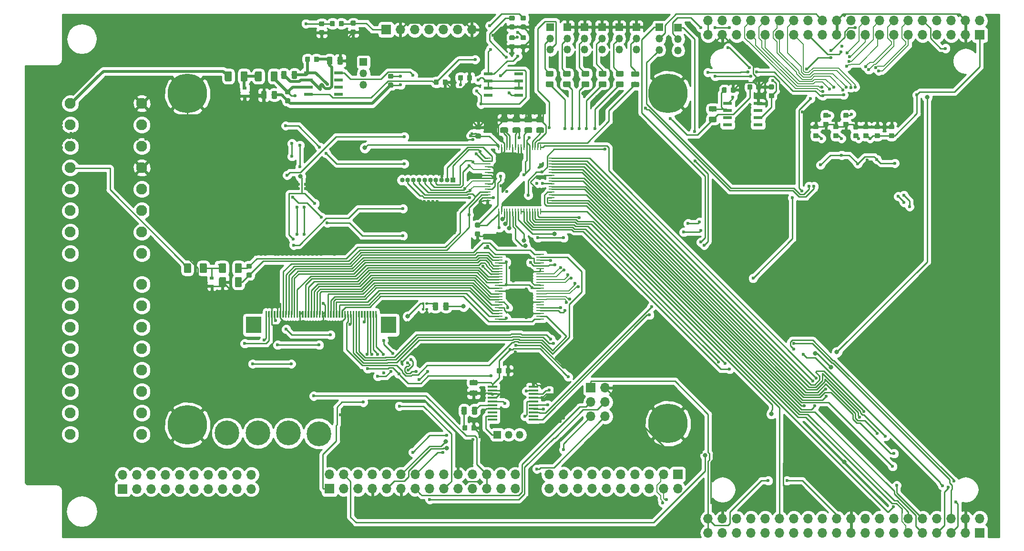
<source format=gbr>
G04 #@! TF.GenerationSoftware,KiCad,Pcbnew,5.0.2+dfsg1-1*
G04 #@! TF.CreationDate,2020-02-15T12:20:27+01:00*
G04 #@! TF.ProjectId,LCD_PMOD,4c43445f-504d-44f4-942e-6b696361645f,rev?*
G04 #@! TF.SameCoordinates,Original*
G04 #@! TF.FileFunction,Copper,L1,Top*
G04 #@! TF.FilePolarity,Positive*
%FSLAX46Y46*%
G04 Gerber Fmt 4.6, Leading zero omitted, Abs format (unit mm)*
G04 Created by KiCad (PCBNEW 5.0.2+dfsg1-1) date subota, 15. veljače 2020. 12:20:27 CET*
%MOMM*%
%LPD*%
G01*
G04 APERTURE LIST*
G04 #@! TA.AperFunction,ComponentPad*
%ADD10O,1.700000X1.700000*%
G04 #@! TD*
G04 #@! TA.AperFunction,ComponentPad*
%ADD11R,1.700000X1.700000*%
G04 #@! TD*
G04 #@! TA.AperFunction,Conductor*
%ADD12C,0.100000*%
G04 #@! TD*
G04 #@! TA.AperFunction,SMDPad,CuDef*
%ADD13C,1.250000*%
G04 #@! TD*
G04 #@! TA.AperFunction,SMDPad,CuDef*
%ADD14R,1.651000X0.431800*%
G04 #@! TD*
G04 #@! TA.AperFunction,SMDPad,CuDef*
%ADD15C,0.300000*%
G04 #@! TD*
G04 #@! TA.AperFunction,SMDPad,CuDef*
%ADD16R,2.700000X3.000000*%
G04 #@! TD*
G04 #@! TA.AperFunction,SMDPad,CuDef*
%ADD17R,1.473200X0.279400*%
G04 #@! TD*
G04 #@! TA.AperFunction,SMDPad,CuDef*
%ADD18C,0.875000*%
G04 #@! TD*
G04 #@! TA.AperFunction,SMDPad,CuDef*
%ADD19C,0.975000*%
G04 #@! TD*
G04 #@! TA.AperFunction,SMDPad,CuDef*
%ADD20R,1.550000X0.600000*%
G04 #@! TD*
G04 #@! TA.AperFunction,SMDPad,CuDef*
%ADD21R,0.700000X0.600000*%
G04 #@! TD*
G04 #@! TA.AperFunction,ComponentPad*
%ADD22O,1.350000X1.350000*%
G04 #@! TD*
G04 #@! TA.AperFunction,ComponentPad*
%ADD23R,1.350000X1.350000*%
G04 #@! TD*
G04 #@! TA.AperFunction,SMDPad,CuDef*
%ADD24R,0.250000X1.000000*%
G04 #@! TD*
G04 #@! TA.AperFunction,SMDPad,CuDef*
%ADD25R,1.000000X0.250000*%
G04 #@! TD*
G04 #@! TA.AperFunction,ComponentPad*
%ADD26C,7.000000*%
G04 #@! TD*
G04 #@! TA.AperFunction,ComponentPad*
%ADD27C,0.800000*%
G04 #@! TD*
G04 #@! TA.AperFunction,ComponentPad*
%ADD28C,1.950000*%
G04 #@! TD*
G04 #@! TA.AperFunction,SMDPad,CuDef*
%ADD29C,0.400000*%
G04 #@! TD*
G04 #@! TA.AperFunction,ComponentPad*
%ADD30R,0.850000X0.850000*%
G04 #@! TD*
G04 #@! TA.AperFunction,ComponentPad*
%ADD31O,0.850000X0.850000*%
G04 #@! TD*
G04 #@! TA.AperFunction,ComponentPad*
%ADD32C,4.400000*%
G04 #@! TD*
G04 #@! TA.AperFunction,ViaPad*
%ADD33C,0.600000*%
G04 #@! TD*
G04 #@! TA.AperFunction,ViaPad*
%ADD34C,0.800000*%
G04 #@! TD*
G04 #@! TA.AperFunction,Conductor*
%ADD35C,0.250000*%
G04 #@! TD*
G04 #@! TA.AperFunction,Conductor*
%ADD36C,0.200000*%
G04 #@! TD*
G04 #@! TA.AperFunction,Conductor*
%ADD37C,0.500000*%
G04 #@! TD*
G04 #@! TA.AperFunction,Conductor*
%ADD38C,0.254000*%
G04 #@! TD*
G04 APERTURE END LIST*
D10*
G04 #@! TO.P,J3,28*
G04 #@! TO.N,N/C*
X146100000Y-123370000D03*
G04 #@! TO.P,J3,27*
X146114230Y-125910000D03*
G04 #@! TO.P,J3,26*
G04 #@! TO.N,DIB_BOOT*
X143560000Y-123370000D03*
G04 #@! TO.P,J3,25*
G04 #@! TO.N,GND*
X143574230Y-125910000D03*
G04 #@! TO.P,J3,24*
G04 #@! TO.N,5V*
X141020000Y-123370000D03*
G04 #@! TO.P,J3,23*
X141034230Y-125910000D03*
G04 #@! TO.P,J3,22*
G04 #@! TO.N,+12V*
X138480000Y-123370000D03*
G04 #@! TO.P,J3,21*
X138494230Y-125910000D03*
G04 #@! TO.P,J3,20*
G04 #@! TO.N,GND*
X135940000Y-123370000D03*
G04 #@! TO.P,J3,19*
G04 #@! TO.N,DIB_A1*
X135954230Y-125910000D03*
G04 #@! TO.P,J3,18*
G04 #@! TO.N,DIB_A2*
X133400000Y-123370000D03*
G04 #@! TO.P,J3,17*
G04 #@! TO.N,DIB_A0*
X133414230Y-125910000D03*
G04 #@! TO.P,J3,16*
G04 #@! TO.N,GND*
X130860000Y-123370000D03*
G04 #@! TO.P,J3,15*
G04 #@! TO.N,1P*
X130874230Y-125910000D03*
G04 #@! TO.P,J3,14*
G04 #@! TO.N,1N*
X128320000Y-123370000D03*
G04 #@! TO.P,J3,13*
G04 #@! TO.N,2N*
X128334230Y-125910000D03*
G04 #@! TO.P,J3,12*
G04 #@! TO.N,0P*
X125780000Y-123370000D03*
G04 #@! TO.P,J3,11*
G04 #@! TO.N,GND*
X125794230Y-125910000D03*
G04 #@! TO.P,J3,10*
G04 #@! TO.N,2P*
X123240000Y-123370000D03*
G04 #@! TO.P,J3,9*
G04 #@! TO.N,0N*
X123254230Y-125910000D03*
G04 #@! TO.P,J3,8*
G04 #@! TO.N,DIB_SDA*
X120700000Y-123370000D03*
G04 #@! TO.P,J3,7*
G04 #@! TO.N,GND*
X120714230Y-125910000D03*
G04 #@! TO.P,J3,6*
G04 #@! TO.N,N/C*
X118160000Y-123370000D03*
G04 #@! TO.P,J3,5*
G04 #@! TO.N,DIB_SCL*
X118174230Y-125910000D03*
G04 #@! TO.P,J3,4*
G04 #@! TO.N,13P*
X115620000Y-123370000D03*
G04 #@! TO.P,J3,3*
G04 #@! TO.N,N/C*
X115634230Y-125910000D03*
G04 #@! TO.P,J3,2*
X113080000Y-123370000D03*
D11*
G04 #@! TO.P,J3,1*
G04 #@! TO.N,DIB_+3V3*
X113094230Y-125910000D03*
G04 #@! TD*
G04 #@! TO.P,J9,1*
G04 #@! TO.N,17P*
X174930000Y-123330000D03*
D10*
G04 #@! TO.P,J9,2*
G04 #@! TO.N,17N*
X174930000Y-125870000D03*
G04 #@! TO.P,J9,3*
G04 #@! TO.N,16P*
X172390000Y-123330000D03*
G04 #@! TO.P,J9,4*
G04 #@! TO.N,16N*
X172390000Y-125870000D03*
G04 #@! TO.P,J9,5*
G04 #@! TO.N,15P*
X169850000Y-123330000D03*
G04 #@! TO.P,J9,6*
G04 #@! TO.N,15N*
X169850000Y-125870000D03*
G04 #@! TO.P,J9,7*
G04 #@! TO.N,14P*
X167310000Y-123330000D03*
G04 #@! TO.P,J9,8*
G04 #@! TO.N,14N*
X167310000Y-125870000D03*
G04 #@! TO.P,J9,9*
G04 #@! TO.N,N/C*
X164770000Y-123330000D03*
G04 #@! TO.P,J9,10*
X164770000Y-125870000D03*
G04 #@! TO.P,J9,11*
X162230000Y-123330000D03*
G04 #@! TO.P,J9,12*
X162230000Y-125870000D03*
G04 #@! TO.P,J9,13*
X159690000Y-123330000D03*
G04 #@! TO.P,J9,14*
X159690000Y-125870000D03*
G04 #@! TO.P,J9,15*
X157150000Y-123330000D03*
G04 #@! TO.P,J9,16*
X157150000Y-125870000D03*
G04 #@! TO.P,J9,17*
X154610000Y-123330000D03*
G04 #@! TO.P,J9,18*
X154610000Y-125870000D03*
G04 #@! TO.P,J9,19*
X152070000Y-123330000D03*
G04 #@! TO.P,J9,20*
X152070000Y-125870000D03*
G04 #@! TD*
D12*
G04 #@! TO.N,Net-(D2-Pad1)*
G04 #@! TO.C,R53*
G36*
X98319504Y-51704204D02*
X98343773Y-51707804D01*
X98367571Y-51713765D01*
X98390671Y-51722030D01*
X98412849Y-51732520D01*
X98433893Y-51745133D01*
X98453598Y-51759747D01*
X98471777Y-51776223D01*
X98488253Y-51794402D01*
X98502867Y-51814107D01*
X98515480Y-51835151D01*
X98525970Y-51857329D01*
X98534235Y-51880429D01*
X98540196Y-51904227D01*
X98543796Y-51928496D01*
X98545000Y-51953000D01*
X98545000Y-53203000D01*
X98543796Y-53227504D01*
X98540196Y-53251773D01*
X98534235Y-53275571D01*
X98525970Y-53298671D01*
X98515480Y-53320849D01*
X98502867Y-53341893D01*
X98488253Y-53361598D01*
X98471777Y-53379777D01*
X98453598Y-53396253D01*
X98433893Y-53410867D01*
X98412849Y-53423480D01*
X98390671Y-53433970D01*
X98367571Y-53442235D01*
X98343773Y-53448196D01*
X98319504Y-53451796D01*
X98295000Y-53453000D01*
X97545000Y-53453000D01*
X97520496Y-53451796D01*
X97496227Y-53448196D01*
X97472429Y-53442235D01*
X97449329Y-53433970D01*
X97427151Y-53423480D01*
X97406107Y-53410867D01*
X97386402Y-53396253D01*
X97368223Y-53379777D01*
X97351747Y-53361598D01*
X97337133Y-53341893D01*
X97324520Y-53320849D01*
X97314030Y-53298671D01*
X97305765Y-53275571D01*
X97299804Y-53251773D01*
X97296204Y-53227504D01*
X97295000Y-53203000D01*
X97295000Y-51953000D01*
X97296204Y-51928496D01*
X97299804Y-51904227D01*
X97305765Y-51880429D01*
X97314030Y-51857329D01*
X97324520Y-51835151D01*
X97337133Y-51814107D01*
X97351747Y-51794402D01*
X97368223Y-51776223D01*
X97386402Y-51759747D01*
X97406107Y-51745133D01*
X97427151Y-51732520D01*
X97449329Y-51722030D01*
X97472429Y-51713765D01*
X97496227Y-51707804D01*
X97520496Y-51704204D01*
X97545000Y-51703000D01*
X98295000Y-51703000D01*
X98319504Y-51704204D01*
X98319504Y-51704204D01*
G37*
D13*
G04 #@! TD*
G04 #@! TO.P,R53,1*
G04 #@! TO.N,Net-(D2-Pad1)*
X97920000Y-52578000D03*
D12*
G04 #@! TO.N,A1_IN*
G04 #@! TO.C,R53*
G36*
X95519504Y-51704204D02*
X95543773Y-51707804D01*
X95567571Y-51713765D01*
X95590671Y-51722030D01*
X95612849Y-51732520D01*
X95633893Y-51745133D01*
X95653598Y-51759747D01*
X95671777Y-51776223D01*
X95688253Y-51794402D01*
X95702867Y-51814107D01*
X95715480Y-51835151D01*
X95725970Y-51857329D01*
X95734235Y-51880429D01*
X95740196Y-51904227D01*
X95743796Y-51928496D01*
X95745000Y-51953000D01*
X95745000Y-53203000D01*
X95743796Y-53227504D01*
X95740196Y-53251773D01*
X95734235Y-53275571D01*
X95725970Y-53298671D01*
X95715480Y-53320849D01*
X95702867Y-53341893D01*
X95688253Y-53361598D01*
X95671777Y-53379777D01*
X95653598Y-53396253D01*
X95633893Y-53410867D01*
X95612849Y-53423480D01*
X95590671Y-53433970D01*
X95567571Y-53442235D01*
X95543773Y-53448196D01*
X95519504Y-53451796D01*
X95495000Y-53453000D01*
X94745000Y-53453000D01*
X94720496Y-53451796D01*
X94696227Y-53448196D01*
X94672429Y-53442235D01*
X94649329Y-53433970D01*
X94627151Y-53423480D01*
X94606107Y-53410867D01*
X94586402Y-53396253D01*
X94568223Y-53379777D01*
X94551747Y-53361598D01*
X94537133Y-53341893D01*
X94524520Y-53320849D01*
X94514030Y-53298671D01*
X94505765Y-53275571D01*
X94499804Y-53251773D01*
X94496204Y-53227504D01*
X94495000Y-53203000D01*
X94495000Y-51953000D01*
X94496204Y-51928496D01*
X94499804Y-51904227D01*
X94505765Y-51880429D01*
X94514030Y-51857329D01*
X94524520Y-51835151D01*
X94537133Y-51814107D01*
X94551747Y-51794402D01*
X94568223Y-51776223D01*
X94586402Y-51759747D01*
X94606107Y-51745133D01*
X94627151Y-51732520D01*
X94649329Y-51722030D01*
X94672429Y-51713765D01*
X94696227Y-51707804D01*
X94720496Y-51704204D01*
X94745000Y-51703000D01*
X95495000Y-51703000D01*
X95519504Y-51704204D01*
X95519504Y-51704204D01*
G37*
D13*
G04 #@! TD*
G04 #@! TO.P,R53,2*
G04 #@! TO.N,A1_IN*
X95120000Y-52578000D03*
D14*
G04 #@! TO.P,IC3,20*
G04 #@! TO.N,GND*
X149300795Y-107760498D03*
G04 #@! TO.P,IC3,19*
G04 #@! TO.N,/LCD/Touch_XL*
X149300795Y-108395498D03*
G04 #@! TO.P,IC3,18*
G04 #@! TO.N,/LCD/Touch_XR*
X149300795Y-109055898D03*
G04 #@! TO.P,IC3,17*
G04 #@! TO.N,GND*
X149300795Y-109716298D03*
G04 #@! TO.P,IC3,16*
G04 #@! TO.N,/LCD/Touch_YD*
X149300795Y-110351298D03*
G04 #@! TO.P,IC3,15*
G04 #@! TO.N,/LCD/Touch_YU*
X149300795Y-111011698D03*
G04 #@! TO.P,IC3,14*
G04 #@! TO.N,GND*
X149300795Y-111646698D03*
G04 #@! TO.P,IC3,13*
G04 #@! TO.N,I2C1_SDA*
X149300795Y-112307098D03*
G04 #@! TO.P,IC3,12*
G04 #@! TO.N,N/C*
X149300795Y-112967498D03*
G04 #@! TO.P,IC3,11*
G04 #@! TO.N,I2C1_SCL*
X149300795Y-113602498D03*
G04 #@! TO.P,IC3,10*
G04 #@! TO.N,N/C*
X142036395Y-113602498D03*
G04 #@! TO.P,IC3,9*
G04 #@! TO.N,IRQ_TOUCH*
X142036395Y-112967498D03*
G04 #@! TO.P,IC3,8*
G04 #@! TO.N,N/C*
X142036395Y-112307098D03*
G04 #@! TO.P,IC3,7*
G04 #@! TO.N,GND*
X142036395Y-111646698D03*
G04 #@! TO.P,IC3,6*
G04 #@! TO.N,Net-(IC3-Pad6)*
X142036395Y-111011698D03*
G04 #@! TO.P,IC3,5*
G04 #@! TO.N,Net-(IC3-Pad5)*
X142036395Y-110351298D03*
G04 #@! TO.P,IC3,4*
G04 #@! TO.N,GND*
X142036395Y-109716298D03*
G04 #@! TO.P,IC3,3*
X142036395Y-109055898D03*
G04 #@! TO.P,IC3,2*
X142036395Y-108395498D03*
G04 #@! TO.P,IC3,1*
G04 #@! TO.N,3V3*
X142036395Y-107760498D03*
G04 #@! TD*
D12*
G04 #@! TO.N,/LCD/Touch_YU*
G04 #@! TO.C,LCD_OUT1*
G36*
X121432351Y-94274361D02*
X121439632Y-94275441D01*
X121446771Y-94277229D01*
X121453701Y-94279709D01*
X121460355Y-94282856D01*
X121466668Y-94286640D01*
X121472579Y-94291024D01*
X121478033Y-94295967D01*
X121482976Y-94301421D01*
X121487360Y-94307332D01*
X121491144Y-94313645D01*
X121494291Y-94320299D01*
X121496771Y-94327229D01*
X121498559Y-94334368D01*
X121499639Y-94341649D01*
X121500000Y-94349000D01*
X121500000Y-95399000D01*
X121499639Y-95406351D01*
X121498559Y-95413632D01*
X121496771Y-95420771D01*
X121494291Y-95427701D01*
X121491144Y-95434355D01*
X121487360Y-95440668D01*
X121482976Y-95446579D01*
X121478033Y-95452033D01*
X121472579Y-95456976D01*
X121466668Y-95461360D01*
X121460355Y-95465144D01*
X121453701Y-95468291D01*
X121446771Y-95470771D01*
X121439632Y-95472559D01*
X121432351Y-95473639D01*
X121425000Y-95474000D01*
X121275000Y-95474000D01*
X121267649Y-95473639D01*
X121260368Y-95472559D01*
X121253229Y-95470771D01*
X121246299Y-95468291D01*
X121239645Y-95465144D01*
X121233332Y-95461360D01*
X121227421Y-95456976D01*
X121221967Y-95452033D01*
X121217024Y-95446579D01*
X121212640Y-95440668D01*
X121208856Y-95434355D01*
X121205709Y-95427701D01*
X121203229Y-95420771D01*
X121201441Y-95413632D01*
X121200361Y-95406351D01*
X121200000Y-95399000D01*
X121200000Y-94349000D01*
X121200361Y-94341649D01*
X121201441Y-94334368D01*
X121203229Y-94327229D01*
X121205709Y-94320299D01*
X121208856Y-94313645D01*
X121212640Y-94307332D01*
X121217024Y-94301421D01*
X121221967Y-94295967D01*
X121227421Y-94291024D01*
X121233332Y-94286640D01*
X121239645Y-94282856D01*
X121246299Y-94279709D01*
X121253229Y-94277229D01*
X121260368Y-94275441D01*
X121267649Y-94274361D01*
X121275000Y-94274000D01*
X121425000Y-94274000D01*
X121432351Y-94274361D01*
X121432351Y-94274361D01*
G37*
D15*
G04 #@! TD*
G04 #@! TO.P,LCD_OUT1,40*
G04 #@! TO.N,/LCD/Touch_YU*
X121350000Y-94874000D03*
D12*
G04 #@! TO.N,/LCD/Touch_XL*
G04 #@! TO.C,LCD_OUT1*
G36*
X120932351Y-94274361D02*
X120939632Y-94275441D01*
X120946771Y-94277229D01*
X120953701Y-94279709D01*
X120960355Y-94282856D01*
X120966668Y-94286640D01*
X120972579Y-94291024D01*
X120978033Y-94295967D01*
X120982976Y-94301421D01*
X120987360Y-94307332D01*
X120991144Y-94313645D01*
X120994291Y-94320299D01*
X120996771Y-94327229D01*
X120998559Y-94334368D01*
X120999639Y-94341649D01*
X121000000Y-94349000D01*
X121000000Y-95399000D01*
X120999639Y-95406351D01*
X120998559Y-95413632D01*
X120996771Y-95420771D01*
X120994291Y-95427701D01*
X120991144Y-95434355D01*
X120987360Y-95440668D01*
X120982976Y-95446579D01*
X120978033Y-95452033D01*
X120972579Y-95456976D01*
X120966668Y-95461360D01*
X120960355Y-95465144D01*
X120953701Y-95468291D01*
X120946771Y-95470771D01*
X120939632Y-95472559D01*
X120932351Y-95473639D01*
X120925000Y-95474000D01*
X120775000Y-95474000D01*
X120767649Y-95473639D01*
X120760368Y-95472559D01*
X120753229Y-95470771D01*
X120746299Y-95468291D01*
X120739645Y-95465144D01*
X120733332Y-95461360D01*
X120727421Y-95456976D01*
X120721967Y-95452033D01*
X120717024Y-95446579D01*
X120712640Y-95440668D01*
X120708856Y-95434355D01*
X120705709Y-95427701D01*
X120703229Y-95420771D01*
X120701441Y-95413632D01*
X120700361Y-95406351D01*
X120700000Y-95399000D01*
X120700000Y-94349000D01*
X120700361Y-94341649D01*
X120701441Y-94334368D01*
X120703229Y-94327229D01*
X120705709Y-94320299D01*
X120708856Y-94313645D01*
X120712640Y-94307332D01*
X120717024Y-94301421D01*
X120721967Y-94295967D01*
X120727421Y-94291024D01*
X120733332Y-94286640D01*
X120739645Y-94282856D01*
X120746299Y-94279709D01*
X120753229Y-94277229D01*
X120760368Y-94275441D01*
X120767649Y-94274361D01*
X120775000Y-94274000D01*
X120925000Y-94274000D01*
X120932351Y-94274361D01*
X120932351Y-94274361D01*
G37*
D15*
G04 #@! TD*
G04 #@! TO.P,LCD_OUT1,39*
G04 #@! TO.N,/LCD/Touch_XL*
X120850000Y-94874000D03*
D12*
G04 #@! TO.N,/LCD/Touch_YD*
G04 #@! TO.C,LCD_OUT1*
G36*
X120432351Y-94274361D02*
X120439632Y-94275441D01*
X120446771Y-94277229D01*
X120453701Y-94279709D01*
X120460355Y-94282856D01*
X120466668Y-94286640D01*
X120472579Y-94291024D01*
X120478033Y-94295967D01*
X120482976Y-94301421D01*
X120487360Y-94307332D01*
X120491144Y-94313645D01*
X120494291Y-94320299D01*
X120496771Y-94327229D01*
X120498559Y-94334368D01*
X120499639Y-94341649D01*
X120500000Y-94349000D01*
X120500000Y-95399000D01*
X120499639Y-95406351D01*
X120498559Y-95413632D01*
X120496771Y-95420771D01*
X120494291Y-95427701D01*
X120491144Y-95434355D01*
X120487360Y-95440668D01*
X120482976Y-95446579D01*
X120478033Y-95452033D01*
X120472579Y-95456976D01*
X120466668Y-95461360D01*
X120460355Y-95465144D01*
X120453701Y-95468291D01*
X120446771Y-95470771D01*
X120439632Y-95472559D01*
X120432351Y-95473639D01*
X120425000Y-95474000D01*
X120275000Y-95474000D01*
X120267649Y-95473639D01*
X120260368Y-95472559D01*
X120253229Y-95470771D01*
X120246299Y-95468291D01*
X120239645Y-95465144D01*
X120233332Y-95461360D01*
X120227421Y-95456976D01*
X120221967Y-95452033D01*
X120217024Y-95446579D01*
X120212640Y-95440668D01*
X120208856Y-95434355D01*
X120205709Y-95427701D01*
X120203229Y-95420771D01*
X120201441Y-95413632D01*
X120200361Y-95406351D01*
X120200000Y-95399000D01*
X120200000Y-94349000D01*
X120200361Y-94341649D01*
X120201441Y-94334368D01*
X120203229Y-94327229D01*
X120205709Y-94320299D01*
X120208856Y-94313645D01*
X120212640Y-94307332D01*
X120217024Y-94301421D01*
X120221967Y-94295967D01*
X120227421Y-94291024D01*
X120233332Y-94286640D01*
X120239645Y-94282856D01*
X120246299Y-94279709D01*
X120253229Y-94277229D01*
X120260368Y-94275441D01*
X120267649Y-94274361D01*
X120275000Y-94274000D01*
X120425000Y-94274000D01*
X120432351Y-94274361D01*
X120432351Y-94274361D01*
G37*
D15*
G04 #@! TD*
G04 #@! TO.P,LCD_OUT1,38*
G04 #@! TO.N,/LCD/Touch_YD*
X120350000Y-94874000D03*
D12*
G04 #@! TO.N,/LCD/Touch_XR*
G04 #@! TO.C,LCD_OUT1*
G36*
X119932351Y-94274361D02*
X119939632Y-94275441D01*
X119946771Y-94277229D01*
X119953701Y-94279709D01*
X119960355Y-94282856D01*
X119966668Y-94286640D01*
X119972579Y-94291024D01*
X119978033Y-94295967D01*
X119982976Y-94301421D01*
X119987360Y-94307332D01*
X119991144Y-94313645D01*
X119994291Y-94320299D01*
X119996771Y-94327229D01*
X119998559Y-94334368D01*
X119999639Y-94341649D01*
X120000000Y-94349000D01*
X120000000Y-95399000D01*
X119999639Y-95406351D01*
X119998559Y-95413632D01*
X119996771Y-95420771D01*
X119994291Y-95427701D01*
X119991144Y-95434355D01*
X119987360Y-95440668D01*
X119982976Y-95446579D01*
X119978033Y-95452033D01*
X119972579Y-95456976D01*
X119966668Y-95461360D01*
X119960355Y-95465144D01*
X119953701Y-95468291D01*
X119946771Y-95470771D01*
X119939632Y-95472559D01*
X119932351Y-95473639D01*
X119925000Y-95474000D01*
X119775000Y-95474000D01*
X119767649Y-95473639D01*
X119760368Y-95472559D01*
X119753229Y-95470771D01*
X119746299Y-95468291D01*
X119739645Y-95465144D01*
X119733332Y-95461360D01*
X119727421Y-95456976D01*
X119721967Y-95452033D01*
X119717024Y-95446579D01*
X119712640Y-95440668D01*
X119708856Y-95434355D01*
X119705709Y-95427701D01*
X119703229Y-95420771D01*
X119701441Y-95413632D01*
X119700361Y-95406351D01*
X119700000Y-95399000D01*
X119700000Y-94349000D01*
X119700361Y-94341649D01*
X119701441Y-94334368D01*
X119703229Y-94327229D01*
X119705709Y-94320299D01*
X119708856Y-94313645D01*
X119712640Y-94307332D01*
X119717024Y-94301421D01*
X119721967Y-94295967D01*
X119727421Y-94291024D01*
X119733332Y-94286640D01*
X119739645Y-94282856D01*
X119746299Y-94279709D01*
X119753229Y-94277229D01*
X119760368Y-94275441D01*
X119767649Y-94274361D01*
X119775000Y-94274000D01*
X119925000Y-94274000D01*
X119932351Y-94274361D01*
X119932351Y-94274361D01*
G37*
D15*
G04 #@! TD*
G04 #@! TO.P,LCD_OUT1,37*
G04 #@! TO.N,/LCD/Touch_XR*
X119850000Y-94874000D03*
D12*
G04 #@! TO.N,/LCD/LTDC_RESET*
G04 #@! TO.C,LCD_OUT1*
G36*
X119432351Y-94274361D02*
X119439632Y-94275441D01*
X119446771Y-94277229D01*
X119453701Y-94279709D01*
X119460355Y-94282856D01*
X119466668Y-94286640D01*
X119472579Y-94291024D01*
X119478033Y-94295967D01*
X119482976Y-94301421D01*
X119487360Y-94307332D01*
X119491144Y-94313645D01*
X119494291Y-94320299D01*
X119496771Y-94327229D01*
X119498559Y-94334368D01*
X119499639Y-94341649D01*
X119500000Y-94349000D01*
X119500000Y-95399000D01*
X119499639Y-95406351D01*
X119498559Y-95413632D01*
X119496771Y-95420771D01*
X119494291Y-95427701D01*
X119491144Y-95434355D01*
X119487360Y-95440668D01*
X119482976Y-95446579D01*
X119478033Y-95452033D01*
X119472579Y-95456976D01*
X119466668Y-95461360D01*
X119460355Y-95465144D01*
X119453701Y-95468291D01*
X119446771Y-95470771D01*
X119439632Y-95472559D01*
X119432351Y-95473639D01*
X119425000Y-95474000D01*
X119275000Y-95474000D01*
X119267649Y-95473639D01*
X119260368Y-95472559D01*
X119253229Y-95470771D01*
X119246299Y-95468291D01*
X119239645Y-95465144D01*
X119233332Y-95461360D01*
X119227421Y-95456976D01*
X119221967Y-95452033D01*
X119217024Y-95446579D01*
X119212640Y-95440668D01*
X119208856Y-95434355D01*
X119205709Y-95427701D01*
X119203229Y-95420771D01*
X119201441Y-95413632D01*
X119200361Y-95406351D01*
X119200000Y-95399000D01*
X119200000Y-94349000D01*
X119200361Y-94341649D01*
X119201441Y-94334368D01*
X119203229Y-94327229D01*
X119205709Y-94320299D01*
X119208856Y-94313645D01*
X119212640Y-94307332D01*
X119217024Y-94301421D01*
X119221967Y-94295967D01*
X119227421Y-94291024D01*
X119233332Y-94286640D01*
X119239645Y-94282856D01*
X119246299Y-94279709D01*
X119253229Y-94277229D01*
X119260368Y-94275441D01*
X119267649Y-94274361D01*
X119275000Y-94274000D01*
X119425000Y-94274000D01*
X119432351Y-94274361D01*
X119432351Y-94274361D01*
G37*
D15*
G04 #@! TD*
G04 #@! TO.P,LCD_OUT1,36*
G04 #@! TO.N,/LCD/LTDC_RESET*
X119350000Y-94874000D03*
D12*
G04 #@! TO.N,N/C*
G04 #@! TO.C,LCD_OUT1*
G36*
X118932351Y-94274361D02*
X118939632Y-94275441D01*
X118946771Y-94277229D01*
X118953701Y-94279709D01*
X118960355Y-94282856D01*
X118966668Y-94286640D01*
X118972579Y-94291024D01*
X118978033Y-94295967D01*
X118982976Y-94301421D01*
X118987360Y-94307332D01*
X118991144Y-94313645D01*
X118994291Y-94320299D01*
X118996771Y-94327229D01*
X118998559Y-94334368D01*
X118999639Y-94341649D01*
X119000000Y-94349000D01*
X119000000Y-95399000D01*
X118999639Y-95406351D01*
X118998559Y-95413632D01*
X118996771Y-95420771D01*
X118994291Y-95427701D01*
X118991144Y-95434355D01*
X118987360Y-95440668D01*
X118982976Y-95446579D01*
X118978033Y-95452033D01*
X118972579Y-95456976D01*
X118966668Y-95461360D01*
X118960355Y-95465144D01*
X118953701Y-95468291D01*
X118946771Y-95470771D01*
X118939632Y-95472559D01*
X118932351Y-95473639D01*
X118925000Y-95474000D01*
X118775000Y-95474000D01*
X118767649Y-95473639D01*
X118760368Y-95472559D01*
X118753229Y-95470771D01*
X118746299Y-95468291D01*
X118739645Y-95465144D01*
X118733332Y-95461360D01*
X118727421Y-95456976D01*
X118721967Y-95452033D01*
X118717024Y-95446579D01*
X118712640Y-95440668D01*
X118708856Y-95434355D01*
X118705709Y-95427701D01*
X118703229Y-95420771D01*
X118701441Y-95413632D01*
X118700361Y-95406351D01*
X118700000Y-95399000D01*
X118700000Y-94349000D01*
X118700361Y-94341649D01*
X118701441Y-94334368D01*
X118703229Y-94327229D01*
X118705709Y-94320299D01*
X118708856Y-94313645D01*
X118712640Y-94307332D01*
X118717024Y-94301421D01*
X118721967Y-94295967D01*
X118727421Y-94291024D01*
X118733332Y-94286640D01*
X118739645Y-94282856D01*
X118746299Y-94279709D01*
X118753229Y-94277229D01*
X118760368Y-94275441D01*
X118767649Y-94274361D01*
X118775000Y-94274000D01*
X118925000Y-94274000D01*
X118932351Y-94274361D01*
X118932351Y-94274361D01*
G37*
D15*
G04 #@! TD*
G04 #@! TO.P,LCD_OUT1,35*
G04 #@! TO.N,N/C*
X118850000Y-94874000D03*
D12*
G04 #@! TO.N,LTDC_DE*
G04 #@! TO.C,LCD_OUT1*
G36*
X118432351Y-94274361D02*
X118439632Y-94275441D01*
X118446771Y-94277229D01*
X118453701Y-94279709D01*
X118460355Y-94282856D01*
X118466668Y-94286640D01*
X118472579Y-94291024D01*
X118478033Y-94295967D01*
X118482976Y-94301421D01*
X118487360Y-94307332D01*
X118491144Y-94313645D01*
X118494291Y-94320299D01*
X118496771Y-94327229D01*
X118498559Y-94334368D01*
X118499639Y-94341649D01*
X118500000Y-94349000D01*
X118500000Y-95399000D01*
X118499639Y-95406351D01*
X118498559Y-95413632D01*
X118496771Y-95420771D01*
X118494291Y-95427701D01*
X118491144Y-95434355D01*
X118487360Y-95440668D01*
X118482976Y-95446579D01*
X118478033Y-95452033D01*
X118472579Y-95456976D01*
X118466668Y-95461360D01*
X118460355Y-95465144D01*
X118453701Y-95468291D01*
X118446771Y-95470771D01*
X118439632Y-95472559D01*
X118432351Y-95473639D01*
X118425000Y-95474000D01*
X118275000Y-95474000D01*
X118267649Y-95473639D01*
X118260368Y-95472559D01*
X118253229Y-95470771D01*
X118246299Y-95468291D01*
X118239645Y-95465144D01*
X118233332Y-95461360D01*
X118227421Y-95456976D01*
X118221967Y-95452033D01*
X118217024Y-95446579D01*
X118212640Y-95440668D01*
X118208856Y-95434355D01*
X118205709Y-95427701D01*
X118203229Y-95420771D01*
X118201441Y-95413632D01*
X118200361Y-95406351D01*
X118200000Y-95399000D01*
X118200000Y-94349000D01*
X118200361Y-94341649D01*
X118201441Y-94334368D01*
X118203229Y-94327229D01*
X118205709Y-94320299D01*
X118208856Y-94313645D01*
X118212640Y-94307332D01*
X118217024Y-94301421D01*
X118221967Y-94295967D01*
X118227421Y-94291024D01*
X118233332Y-94286640D01*
X118239645Y-94282856D01*
X118246299Y-94279709D01*
X118253229Y-94277229D01*
X118260368Y-94275441D01*
X118267649Y-94274361D01*
X118275000Y-94274000D01*
X118425000Y-94274000D01*
X118432351Y-94274361D01*
X118432351Y-94274361D01*
G37*
D15*
G04 #@! TD*
G04 #@! TO.P,LCD_OUT1,34*
G04 #@! TO.N,LTDC_DE*
X118350000Y-94874000D03*
D12*
G04 #@! TO.N,LTDC_VSYNC*
G04 #@! TO.C,LCD_OUT1*
G36*
X117932351Y-94274361D02*
X117939632Y-94275441D01*
X117946771Y-94277229D01*
X117953701Y-94279709D01*
X117960355Y-94282856D01*
X117966668Y-94286640D01*
X117972579Y-94291024D01*
X117978033Y-94295967D01*
X117982976Y-94301421D01*
X117987360Y-94307332D01*
X117991144Y-94313645D01*
X117994291Y-94320299D01*
X117996771Y-94327229D01*
X117998559Y-94334368D01*
X117999639Y-94341649D01*
X118000000Y-94349000D01*
X118000000Y-95399000D01*
X117999639Y-95406351D01*
X117998559Y-95413632D01*
X117996771Y-95420771D01*
X117994291Y-95427701D01*
X117991144Y-95434355D01*
X117987360Y-95440668D01*
X117982976Y-95446579D01*
X117978033Y-95452033D01*
X117972579Y-95456976D01*
X117966668Y-95461360D01*
X117960355Y-95465144D01*
X117953701Y-95468291D01*
X117946771Y-95470771D01*
X117939632Y-95472559D01*
X117932351Y-95473639D01*
X117925000Y-95474000D01*
X117775000Y-95474000D01*
X117767649Y-95473639D01*
X117760368Y-95472559D01*
X117753229Y-95470771D01*
X117746299Y-95468291D01*
X117739645Y-95465144D01*
X117733332Y-95461360D01*
X117727421Y-95456976D01*
X117721967Y-95452033D01*
X117717024Y-95446579D01*
X117712640Y-95440668D01*
X117708856Y-95434355D01*
X117705709Y-95427701D01*
X117703229Y-95420771D01*
X117701441Y-95413632D01*
X117700361Y-95406351D01*
X117700000Y-95399000D01*
X117700000Y-94349000D01*
X117700361Y-94341649D01*
X117701441Y-94334368D01*
X117703229Y-94327229D01*
X117705709Y-94320299D01*
X117708856Y-94313645D01*
X117712640Y-94307332D01*
X117717024Y-94301421D01*
X117721967Y-94295967D01*
X117727421Y-94291024D01*
X117733332Y-94286640D01*
X117739645Y-94282856D01*
X117746299Y-94279709D01*
X117753229Y-94277229D01*
X117760368Y-94275441D01*
X117767649Y-94274361D01*
X117775000Y-94274000D01*
X117925000Y-94274000D01*
X117932351Y-94274361D01*
X117932351Y-94274361D01*
G37*
D15*
G04 #@! TD*
G04 #@! TO.P,LCD_OUT1,33*
G04 #@! TO.N,LTDC_VSYNC*
X117850000Y-94874000D03*
D12*
G04 #@! TO.N,LTDC_HSYNC*
G04 #@! TO.C,LCD_OUT1*
G36*
X117432351Y-94274361D02*
X117439632Y-94275441D01*
X117446771Y-94277229D01*
X117453701Y-94279709D01*
X117460355Y-94282856D01*
X117466668Y-94286640D01*
X117472579Y-94291024D01*
X117478033Y-94295967D01*
X117482976Y-94301421D01*
X117487360Y-94307332D01*
X117491144Y-94313645D01*
X117494291Y-94320299D01*
X117496771Y-94327229D01*
X117498559Y-94334368D01*
X117499639Y-94341649D01*
X117500000Y-94349000D01*
X117500000Y-95399000D01*
X117499639Y-95406351D01*
X117498559Y-95413632D01*
X117496771Y-95420771D01*
X117494291Y-95427701D01*
X117491144Y-95434355D01*
X117487360Y-95440668D01*
X117482976Y-95446579D01*
X117478033Y-95452033D01*
X117472579Y-95456976D01*
X117466668Y-95461360D01*
X117460355Y-95465144D01*
X117453701Y-95468291D01*
X117446771Y-95470771D01*
X117439632Y-95472559D01*
X117432351Y-95473639D01*
X117425000Y-95474000D01*
X117275000Y-95474000D01*
X117267649Y-95473639D01*
X117260368Y-95472559D01*
X117253229Y-95470771D01*
X117246299Y-95468291D01*
X117239645Y-95465144D01*
X117233332Y-95461360D01*
X117227421Y-95456976D01*
X117221967Y-95452033D01*
X117217024Y-95446579D01*
X117212640Y-95440668D01*
X117208856Y-95434355D01*
X117205709Y-95427701D01*
X117203229Y-95420771D01*
X117201441Y-95413632D01*
X117200361Y-95406351D01*
X117200000Y-95399000D01*
X117200000Y-94349000D01*
X117200361Y-94341649D01*
X117201441Y-94334368D01*
X117203229Y-94327229D01*
X117205709Y-94320299D01*
X117208856Y-94313645D01*
X117212640Y-94307332D01*
X117217024Y-94301421D01*
X117221967Y-94295967D01*
X117227421Y-94291024D01*
X117233332Y-94286640D01*
X117239645Y-94282856D01*
X117246299Y-94279709D01*
X117253229Y-94277229D01*
X117260368Y-94275441D01*
X117267649Y-94274361D01*
X117275000Y-94274000D01*
X117425000Y-94274000D01*
X117432351Y-94274361D01*
X117432351Y-94274361D01*
G37*
D15*
G04 #@! TD*
G04 #@! TO.P,LCD_OUT1,32*
G04 #@! TO.N,LTDC_HSYNC*
X117350000Y-94874000D03*
D12*
G04 #@! TO.N,/LCD/LCD_DISP*
G04 #@! TO.C,LCD_OUT1*
G36*
X116932351Y-94274361D02*
X116939632Y-94275441D01*
X116946771Y-94277229D01*
X116953701Y-94279709D01*
X116960355Y-94282856D01*
X116966668Y-94286640D01*
X116972579Y-94291024D01*
X116978033Y-94295967D01*
X116982976Y-94301421D01*
X116987360Y-94307332D01*
X116991144Y-94313645D01*
X116994291Y-94320299D01*
X116996771Y-94327229D01*
X116998559Y-94334368D01*
X116999639Y-94341649D01*
X117000000Y-94349000D01*
X117000000Y-95399000D01*
X116999639Y-95406351D01*
X116998559Y-95413632D01*
X116996771Y-95420771D01*
X116994291Y-95427701D01*
X116991144Y-95434355D01*
X116987360Y-95440668D01*
X116982976Y-95446579D01*
X116978033Y-95452033D01*
X116972579Y-95456976D01*
X116966668Y-95461360D01*
X116960355Y-95465144D01*
X116953701Y-95468291D01*
X116946771Y-95470771D01*
X116939632Y-95472559D01*
X116932351Y-95473639D01*
X116925000Y-95474000D01*
X116775000Y-95474000D01*
X116767649Y-95473639D01*
X116760368Y-95472559D01*
X116753229Y-95470771D01*
X116746299Y-95468291D01*
X116739645Y-95465144D01*
X116733332Y-95461360D01*
X116727421Y-95456976D01*
X116721967Y-95452033D01*
X116717024Y-95446579D01*
X116712640Y-95440668D01*
X116708856Y-95434355D01*
X116705709Y-95427701D01*
X116703229Y-95420771D01*
X116701441Y-95413632D01*
X116700361Y-95406351D01*
X116700000Y-95399000D01*
X116700000Y-94349000D01*
X116700361Y-94341649D01*
X116701441Y-94334368D01*
X116703229Y-94327229D01*
X116705709Y-94320299D01*
X116708856Y-94313645D01*
X116712640Y-94307332D01*
X116717024Y-94301421D01*
X116721967Y-94295967D01*
X116727421Y-94291024D01*
X116733332Y-94286640D01*
X116739645Y-94282856D01*
X116746299Y-94279709D01*
X116753229Y-94277229D01*
X116760368Y-94275441D01*
X116767649Y-94274361D01*
X116775000Y-94274000D01*
X116925000Y-94274000D01*
X116932351Y-94274361D01*
X116932351Y-94274361D01*
G37*
D15*
G04 #@! TD*
G04 #@! TO.P,LCD_OUT1,31*
G04 #@! TO.N,/LCD/LCD_DISP*
X116850000Y-94874000D03*
D12*
G04 #@! TO.N,LTDC_CLK*
G04 #@! TO.C,LCD_OUT1*
G36*
X116432351Y-94274361D02*
X116439632Y-94275441D01*
X116446771Y-94277229D01*
X116453701Y-94279709D01*
X116460355Y-94282856D01*
X116466668Y-94286640D01*
X116472579Y-94291024D01*
X116478033Y-94295967D01*
X116482976Y-94301421D01*
X116487360Y-94307332D01*
X116491144Y-94313645D01*
X116494291Y-94320299D01*
X116496771Y-94327229D01*
X116498559Y-94334368D01*
X116499639Y-94341649D01*
X116500000Y-94349000D01*
X116500000Y-95399000D01*
X116499639Y-95406351D01*
X116498559Y-95413632D01*
X116496771Y-95420771D01*
X116494291Y-95427701D01*
X116491144Y-95434355D01*
X116487360Y-95440668D01*
X116482976Y-95446579D01*
X116478033Y-95452033D01*
X116472579Y-95456976D01*
X116466668Y-95461360D01*
X116460355Y-95465144D01*
X116453701Y-95468291D01*
X116446771Y-95470771D01*
X116439632Y-95472559D01*
X116432351Y-95473639D01*
X116425000Y-95474000D01*
X116275000Y-95474000D01*
X116267649Y-95473639D01*
X116260368Y-95472559D01*
X116253229Y-95470771D01*
X116246299Y-95468291D01*
X116239645Y-95465144D01*
X116233332Y-95461360D01*
X116227421Y-95456976D01*
X116221967Y-95452033D01*
X116217024Y-95446579D01*
X116212640Y-95440668D01*
X116208856Y-95434355D01*
X116205709Y-95427701D01*
X116203229Y-95420771D01*
X116201441Y-95413632D01*
X116200361Y-95406351D01*
X116200000Y-95399000D01*
X116200000Y-94349000D01*
X116200361Y-94341649D01*
X116201441Y-94334368D01*
X116203229Y-94327229D01*
X116205709Y-94320299D01*
X116208856Y-94313645D01*
X116212640Y-94307332D01*
X116217024Y-94301421D01*
X116221967Y-94295967D01*
X116227421Y-94291024D01*
X116233332Y-94286640D01*
X116239645Y-94282856D01*
X116246299Y-94279709D01*
X116253229Y-94277229D01*
X116260368Y-94275441D01*
X116267649Y-94274361D01*
X116275000Y-94274000D01*
X116425000Y-94274000D01*
X116432351Y-94274361D01*
X116432351Y-94274361D01*
G37*
D15*
G04 #@! TD*
G04 #@! TO.P,LCD_OUT1,30*
G04 #@! TO.N,LTDC_CLK*
X116350000Y-94874000D03*
D12*
G04 #@! TO.N,GND*
G04 #@! TO.C,LCD_OUT1*
G36*
X115932351Y-94274361D02*
X115939632Y-94275441D01*
X115946771Y-94277229D01*
X115953701Y-94279709D01*
X115960355Y-94282856D01*
X115966668Y-94286640D01*
X115972579Y-94291024D01*
X115978033Y-94295967D01*
X115982976Y-94301421D01*
X115987360Y-94307332D01*
X115991144Y-94313645D01*
X115994291Y-94320299D01*
X115996771Y-94327229D01*
X115998559Y-94334368D01*
X115999639Y-94341649D01*
X116000000Y-94349000D01*
X116000000Y-95399000D01*
X115999639Y-95406351D01*
X115998559Y-95413632D01*
X115996771Y-95420771D01*
X115994291Y-95427701D01*
X115991144Y-95434355D01*
X115987360Y-95440668D01*
X115982976Y-95446579D01*
X115978033Y-95452033D01*
X115972579Y-95456976D01*
X115966668Y-95461360D01*
X115960355Y-95465144D01*
X115953701Y-95468291D01*
X115946771Y-95470771D01*
X115939632Y-95472559D01*
X115932351Y-95473639D01*
X115925000Y-95474000D01*
X115775000Y-95474000D01*
X115767649Y-95473639D01*
X115760368Y-95472559D01*
X115753229Y-95470771D01*
X115746299Y-95468291D01*
X115739645Y-95465144D01*
X115733332Y-95461360D01*
X115727421Y-95456976D01*
X115721967Y-95452033D01*
X115717024Y-95446579D01*
X115712640Y-95440668D01*
X115708856Y-95434355D01*
X115705709Y-95427701D01*
X115703229Y-95420771D01*
X115701441Y-95413632D01*
X115700361Y-95406351D01*
X115700000Y-95399000D01*
X115700000Y-94349000D01*
X115700361Y-94341649D01*
X115701441Y-94334368D01*
X115703229Y-94327229D01*
X115705709Y-94320299D01*
X115708856Y-94313645D01*
X115712640Y-94307332D01*
X115717024Y-94301421D01*
X115721967Y-94295967D01*
X115727421Y-94291024D01*
X115733332Y-94286640D01*
X115739645Y-94282856D01*
X115746299Y-94279709D01*
X115753229Y-94277229D01*
X115760368Y-94275441D01*
X115767649Y-94274361D01*
X115775000Y-94274000D01*
X115925000Y-94274000D01*
X115932351Y-94274361D01*
X115932351Y-94274361D01*
G37*
D15*
G04 #@! TD*
G04 #@! TO.P,LCD_OUT1,29*
G04 #@! TO.N,GND*
X115850000Y-94874000D03*
D12*
G04 #@! TO.N,LTDC_B7*
G04 #@! TO.C,LCD_OUT1*
G36*
X115432351Y-94274361D02*
X115439632Y-94275441D01*
X115446771Y-94277229D01*
X115453701Y-94279709D01*
X115460355Y-94282856D01*
X115466668Y-94286640D01*
X115472579Y-94291024D01*
X115478033Y-94295967D01*
X115482976Y-94301421D01*
X115487360Y-94307332D01*
X115491144Y-94313645D01*
X115494291Y-94320299D01*
X115496771Y-94327229D01*
X115498559Y-94334368D01*
X115499639Y-94341649D01*
X115500000Y-94349000D01*
X115500000Y-95399000D01*
X115499639Y-95406351D01*
X115498559Y-95413632D01*
X115496771Y-95420771D01*
X115494291Y-95427701D01*
X115491144Y-95434355D01*
X115487360Y-95440668D01*
X115482976Y-95446579D01*
X115478033Y-95452033D01*
X115472579Y-95456976D01*
X115466668Y-95461360D01*
X115460355Y-95465144D01*
X115453701Y-95468291D01*
X115446771Y-95470771D01*
X115439632Y-95472559D01*
X115432351Y-95473639D01*
X115425000Y-95474000D01*
X115275000Y-95474000D01*
X115267649Y-95473639D01*
X115260368Y-95472559D01*
X115253229Y-95470771D01*
X115246299Y-95468291D01*
X115239645Y-95465144D01*
X115233332Y-95461360D01*
X115227421Y-95456976D01*
X115221967Y-95452033D01*
X115217024Y-95446579D01*
X115212640Y-95440668D01*
X115208856Y-95434355D01*
X115205709Y-95427701D01*
X115203229Y-95420771D01*
X115201441Y-95413632D01*
X115200361Y-95406351D01*
X115200000Y-95399000D01*
X115200000Y-94349000D01*
X115200361Y-94341649D01*
X115201441Y-94334368D01*
X115203229Y-94327229D01*
X115205709Y-94320299D01*
X115208856Y-94313645D01*
X115212640Y-94307332D01*
X115217024Y-94301421D01*
X115221967Y-94295967D01*
X115227421Y-94291024D01*
X115233332Y-94286640D01*
X115239645Y-94282856D01*
X115246299Y-94279709D01*
X115253229Y-94277229D01*
X115260368Y-94275441D01*
X115267649Y-94274361D01*
X115275000Y-94274000D01*
X115425000Y-94274000D01*
X115432351Y-94274361D01*
X115432351Y-94274361D01*
G37*
D15*
G04 #@! TD*
G04 #@! TO.P,LCD_OUT1,28*
G04 #@! TO.N,LTDC_B7*
X115350000Y-94874000D03*
D12*
G04 #@! TO.N,LTDC_B6*
G04 #@! TO.C,LCD_OUT1*
G36*
X114932351Y-94274361D02*
X114939632Y-94275441D01*
X114946771Y-94277229D01*
X114953701Y-94279709D01*
X114960355Y-94282856D01*
X114966668Y-94286640D01*
X114972579Y-94291024D01*
X114978033Y-94295967D01*
X114982976Y-94301421D01*
X114987360Y-94307332D01*
X114991144Y-94313645D01*
X114994291Y-94320299D01*
X114996771Y-94327229D01*
X114998559Y-94334368D01*
X114999639Y-94341649D01*
X115000000Y-94349000D01*
X115000000Y-95399000D01*
X114999639Y-95406351D01*
X114998559Y-95413632D01*
X114996771Y-95420771D01*
X114994291Y-95427701D01*
X114991144Y-95434355D01*
X114987360Y-95440668D01*
X114982976Y-95446579D01*
X114978033Y-95452033D01*
X114972579Y-95456976D01*
X114966668Y-95461360D01*
X114960355Y-95465144D01*
X114953701Y-95468291D01*
X114946771Y-95470771D01*
X114939632Y-95472559D01*
X114932351Y-95473639D01*
X114925000Y-95474000D01*
X114775000Y-95474000D01*
X114767649Y-95473639D01*
X114760368Y-95472559D01*
X114753229Y-95470771D01*
X114746299Y-95468291D01*
X114739645Y-95465144D01*
X114733332Y-95461360D01*
X114727421Y-95456976D01*
X114721967Y-95452033D01*
X114717024Y-95446579D01*
X114712640Y-95440668D01*
X114708856Y-95434355D01*
X114705709Y-95427701D01*
X114703229Y-95420771D01*
X114701441Y-95413632D01*
X114700361Y-95406351D01*
X114700000Y-95399000D01*
X114700000Y-94349000D01*
X114700361Y-94341649D01*
X114701441Y-94334368D01*
X114703229Y-94327229D01*
X114705709Y-94320299D01*
X114708856Y-94313645D01*
X114712640Y-94307332D01*
X114717024Y-94301421D01*
X114721967Y-94295967D01*
X114727421Y-94291024D01*
X114733332Y-94286640D01*
X114739645Y-94282856D01*
X114746299Y-94279709D01*
X114753229Y-94277229D01*
X114760368Y-94275441D01*
X114767649Y-94274361D01*
X114775000Y-94274000D01*
X114925000Y-94274000D01*
X114932351Y-94274361D01*
X114932351Y-94274361D01*
G37*
D15*
G04 #@! TD*
G04 #@! TO.P,LCD_OUT1,27*
G04 #@! TO.N,LTDC_B6*
X114850000Y-94874000D03*
D12*
G04 #@! TO.N,LTDC_B5*
G04 #@! TO.C,LCD_OUT1*
G36*
X114432351Y-94274361D02*
X114439632Y-94275441D01*
X114446771Y-94277229D01*
X114453701Y-94279709D01*
X114460355Y-94282856D01*
X114466668Y-94286640D01*
X114472579Y-94291024D01*
X114478033Y-94295967D01*
X114482976Y-94301421D01*
X114487360Y-94307332D01*
X114491144Y-94313645D01*
X114494291Y-94320299D01*
X114496771Y-94327229D01*
X114498559Y-94334368D01*
X114499639Y-94341649D01*
X114500000Y-94349000D01*
X114500000Y-95399000D01*
X114499639Y-95406351D01*
X114498559Y-95413632D01*
X114496771Y-95420771D01*
X114494291Y-95427701D01*
X114491144Y-95434355D01*
X114487360Y-95440668D01*
X114482976Y-95446579D01*
X114478033Y-95452033D01*
X114472579Y-95456976D01*
X114466668Y-95461360D01*
X114460355Y-95465144D01*
X114453701Y-95468291D01*
X114446771Y-95470771D01*
X114439632Y-95472559D01*
X114432351Y-95473639D01*
X114425000Y-95474000D01*
X114275000Y-95474000D01*
X114267649Y-95473639D01*
X114260368Y-95472559D01*
X114253229Y-95470771D01*
X114246299Y-95468291D01*
X114239645Y-95465144D01*
X114233332Y-95461360D01*
X114227421Y-95456976D01*
X114221967Y-95452033D01*
X114217024Y-95446579D01*
X114212640Y-95440668D01*
X114208856Y-95434355D01*
X114205709Y-95427701D01*
X114203229Y-95420771D01*
X114201441Y-95413632D01*
X114200361Y-95406351D01*
X114200000Y-95399000D01*
X114200000Y-94349000D01*
X114200361Y-94341649D01*
X114201441Y-94334368D01*
X114203229Y-94327229D01*
X114205709Y-94320299D01*
X114208856Y-94313645D01*
X114212640Y-94307332D01*
X114217024Y-94301421D01*
X114221967Y-94295967D01*
X114227421Y-94291024D01*
X114233332Y-94286640D01*
X114239645Y-94282856D01*
X114246299Y-94279709D01*
X114253229Y-94277229D01*
X114260368Y-94275441D01*
X114267649Y-94274361D01*
X114275000Y-94274000D01*
X114425000Y-94274000D01*
X114432351Y-94274361D01*
X114432351Y-94274361D01*
G37*
D15*
G04 #@! TD*
G04 #@! TO.P,LCD_OUT1,26*
G04 #@! TO.N,LTDC_B5*
X114350000Y-94874000D03*
D12*
G04 #@! TO.N,LTDC_B4*
G04 #@! TO.C,LCD_OUT1*
G36*
X113932351Y-94274361D02*
X113939632Y-94275441D01*
X113946771Y-94277229D01*
X113953701Y-94279709D01*
X113960355Y-94282856D01*
X113966668Y-94286640D01*
X113972579Y-94291024D01*
X113978033Y-94295967D01*
X113982976Y-94301421D01*
X113987360Y-94307332D01*
X113991144Y-94313645D01*
X113994291Y-94320299D01*
X113996771Y-94327229D01*
X113998559Y-94334368D01*
X113999639Y-94341649D01*
X114000000Y-94349000D01*
X114000000Y-95399000D01*
X113999639Y-95406351D01*
X113998559Y-95413632D01*
X113996771Y-95420771D01*
X113994291Y-95427701D01*
X113991144Y-95434355D01*
X113987360Y-95440668D01*
X113982976Y-95446579D01*
X113978033Y-95452033D01*
X113972579Y-95456976D01*
X113966668Y-95461360D01*
X113960355Y-95465144D01*
X113953701Y-95468291D01*
X113946771Y-95470771D01*
X113939632Y-95472559D01*
X113932351Y-95473639D01*
X113925000Y-95474000D01*
X113775000Y-95474000D01*
X113767649Y-95473639D01*
X113760368Y-95472559D01*
X113753229Y-95470771D01*
X113746299Y-95468291D01*
X113739645Y-95465144D01*
X113733332Y-95461360D01*
X113727421Y-95456976D01*
X113721967Y-95452033D01*
X113717024Y-95446579D01*
X113712640Y-95440668D01*
X113708856Y-95434355D01*
X113705709Y-95427701D01*
X113703229Y-95420771D01*
X113701441Y-95413632D01*
X113700361Y-95406351D01*
X113700000Y-95399000D01*
X113700000Y-94349000D01*
X113700361Y-94341649D01*
X113701441Y-94334368D01*
X113703229Y-94327229D01*
X113705709Y-94320299D01*
X113708856Y-94313645D01*
X113712640Y-94307332D01*
X113717024Y-94301421D01*
X113721967Y-94295967D01*
X113727421Y-94291024D01*
X113733332Y-94286640D01*
X113739645Y-94282856D01*
X113746299Y-94279709D01*
X113753229Y-94277229D01*
X113760368Y-94275441D01*
X113767649Y-94274361D01*
X113775000Y-94274000D01*
X113925000Y-94274000D01*
X113932351Y-94274361D01*
X113932351Y-94274361D01*
G37*
D15*
G04 #@! TD*
G04 #@! TO.P,LCD_OUT1,25*
G04 #@! TO.N,LTDC_B4*
X113850000Y-94874000D03*
D12*
G04 #@! TO.N,LTDC_B3*
G04 #@! TO.C,LCD_OUT1*
G36*
X113432351Y-94274361D02*
X113439632Y-94275441D01*
X113446771Y-94277229D01*
X113453701Y-94279709D01*
X113460355Y-94282856D01*
X113466668Y-94286640D01*
X113472579Y-94291024D01*
X113478033Y-94295967D01*
X113482976Y-94301421D01*
X113487360Y-94307332D01*
X113491144Y-94313645D01*
X113494291Y-94320299D01*
X113496771Y-94327229D01*
X113498559Y-94334368D01*
X113499639Y-94341649D01*
X113500000Y-94349000D01*
X113500000Y-95399000D01*
X113499639Y-95406351D01*
X113498559Y-95413632D01*
X113496771Y-95420771D01*
X113494291Y-95427701D01*
X113491144Y-95434355D01*
X113487360Y-95440668D01*
X113482976Y-95446579D01*
X113478033Y-95452033D01*
X113472579Y-95456976D01*
X113466668Y-95461360D01*
X113460355Y-95465144D01*
X113453701Y-95468291D01*
X113446771Y-95470771D01*
X113439632Y-95472559D01*
X113432351Y-95473639D01*
X113425000Y-95474000D01*
X113275000Y-95474000D01*
X113267649Y-95473639D01*
X113260368Y-95472559D01*
X113253229Y-95470771D01*
X113246299Y-95468291D01*
X113239645Y-95465144D01*
X113233332Y-95461360D01*
X113227421Y-95456976D01*
X113221967Y-95452033D01*
X113217024Y-95446579D01*
X113212640Y-95440668D01*
X113208856Y-95434355D01*
X113205709Y-95427701D01*
X113203229Y-95420771D01*
X113201441Y-95413632D01*
X113200361Y-95406351D01*
X113200000Y-95399000D01*
X113200000Y-94349000D01*
X113200361Y-94341649D01*
X113201441Y-94334368D01*
X113203229Y-94327229D01*
X113205709Y-94320299D01*
X113208856Y-94313645D01*
X113212640Y-94307332D01*
X113217024Y-94301421D01*
X113221967Y-94295967D01*
X113227421Y-94291024D01*
X113233332Y-94286640D01*
X113239645Y-94282856D01*
X113246299Y-94279709D01*
X113253229Y-94277229D01*
X113260368Y-94275441D01*
X113267649Y-94274361D01*
X113275000Y-94274000D01*
X113425000Y-94274000D01*
X113432351Y-94274361D01*
X113432351Y-94274361D01*
G37*
D15*
G04 #@! TD*
G04 #@! TO.P,LCD_OUT1,24*
G04 #@! TO.N,LTDC_B3*
X113350000Y-94874000D03*
D12*
G04 #@! TO.N,LTDC_B2*
G04 #@! TO.C,LCD_OUT1*
G36*
X112932351Y-94274361D02*
X112939632Y-94275441D01*
X112946771Y-94277229D01*
X112953701Y-94279709D01*
X112960355Y-94282856D01*
X112966668Y-94286640D01*
X112972579Y-94291024D01*
X112978033Y-94295967D01*
X112982976Y-94301421D01*
X112987360Y-94307332D01*
X112991144Y-94313645D01*
X112994291Y-94320299D01*
X112996771Y-94327229D01*
X112998559Y-94334368D01*
X112999639Y-94341649D01*
X113000000Y-94349000D01*
X113000000Y-95399000D01*
X112999639Y-95406351D01*
X112998559Y-95413632D01*
X112996771Y-95420771D01*
X112994291Y-95427701D01*
X112991144Y-95434355D01*
X112987360Y-95440668D01*
X112982976Y-95446579D01*
X112978033Y-95452033D01*
X112972579Y-95456976D01*
X112966668Y-95461360D01*
X112960355Y-95465144D01*
X112953701Y-95468291D01*
X112946771Y-95470771D01*
X112939632Y-95472559D01*
X112932351Y-95473639D01*
X112925000Y-95474000D01*
X112775000Y-95474000D01*
X112767649Y-95473639D01*
X112760368Y-95472559D01*
X112753229Y-95470771D01*
X112746299Y-95468291D01*
X112739645Y-95465144D01*
X112733332Y-95461360D01*
X112727421Y-95456976D01*
X112721967Y-95452033D01*
X112717024Y-95446579D01*
X112712640Y-95440668D01*
X112708856Y-95434355D01*
X112705709Y-95427701D01*
X112703229Y-95420771D01*
X112701441Y-95413632D01*
X112700361Y-95406351D01*
X112700000Y-95399000D01*
X112700000Y-94349000D01*
X112700361Y-94341649D01*
X112701441Y-94334368D01*
X112703229Y-94327229D01*
X112705709Y-94320299D01*
X112708856Y-94313645D01*
X112712640Y-94307332D01*
X112717024Y-94301421D01*
X112721967Y-94295967D01*
X112727421Y-94291024D01*
X112733332Y-94286640D01*
X112739645Y-94282856D01*
X112746299Y-94279709D01*
X112753229Y-94277229D01*
X112760368Y-94275441D01*
X112767649Y-94274361D01*
X112775000Y-94274000D01*
X112925000Y-94274000D01*
X112932351Y-94274361D01*
X112932351Y-94274361D01*
G37*
D15*
G04 #@! TD*
G04 #@! TO.P,LCD_OUT1,23*
G04 #@! TO.N,LTDC_B2*
X112850000Y-94874000D03*
D12*
G04 #@! TO.N,GND*
G04 #@! TO.C,LCD_OUT1*
G36*
X112432351Y-94274361D02*
X112439632Y-94275441D01*
X112446771Y-94277229D01*
X112453701Y-94279709D01*
X112460355Y-94282856D01*
X112466668Y-94286640D01*
X112472579Y-94291024D01*
X112478033Y-94295967D01*
X112482976Y-94301421D01*
X112487360Y-94307332D01*
X112491144Y-94313645D01*
X112494291Y-94320299D01*
X112496771Y-94327229D01*
X112498559Y-94334368D01*
X112499639Y-94341649D01*
X112500000Y-94349000D01*
X112500000Y-95399000D01*
X112499639Y-95406351D01*
X112498559Y-95413632D01*
X112496771Y-95420771D01*
X112494291Y-95427701D01*
X112491144Y-95434355D01*
X112487360Y-95440668D01*
X112482976Y-95446579D01*
X112478033Y-95452033D01*
X112472579Y-95456976D01*
X112466668Y-95461360D01*
X112460355Y-95465144D01*
X112453701Y-95468291D01*
X112446771Y-95470771D01*
X112439632Y-95472559D01*
X112432351Y-95473639D01*
X112425000Y-95474000D01*
X112275000Y-95474000D01*
X112267649Y-95473639D01*
X112260368Y-95472559D01*
X112253229Y-95470771D01*
X112246299Y-95468291D01*
X112239645Y-95465144D01*
X112233332Y-95461360D01*
X112227421Y-95456976D01*
X112221967Y-95452033D01*
X112217024Y-95446579D01*
X112212640Y-95440668D01*
X112208856Y-95434355D01*
X112205709Y-95427701D01*
X112203229Y-95420771D01*
X112201441Y-95413632D01*
X112200361Y-95406351D01*
X112200000Y-95399000D01*
X112200000Y-94349000D01*
X112200361Y-94341649D01*
X112201441Y-94334368D01*
X112203229Y-94327229D01*
X112205709Y-94320299D01*
X112208856Y-94313645D01*
X112212640Y-94307332D01*
X112217024Y-94301421D01*
X112221967Y-94295967D01*
X112227421Y-94291024D01*
X112233332Y-94286640D01*
X112239645Y-94282856D01*
X112246299Y-94279709D01*
X112253229Y-94277229D01*
X112260368Y-94275441D01*
X112267649Y-94274361D01*
X112275000Y-94274000D01*
X112425000Y-94274000D01*
X112432351Y-94274361D01*
X112432351Y-94274361D01*
G37*
D15*
G04 #@! TD*
G04 #@! TO.P,LCD_OUT1,22*
G04 #@! TO.N,GND*
X112350000Y-94874000D03*
D12*
G04 #@! TO.N,GND*
G04 #@! TO.C,LCD_OUT1*
G36*
X111932351Y-94274361D02*
X111939632Y-94275441D01*
X111946771Y-94277229D01*
X111953701Y-94279709D01*
X111960355Y-94282856D01*
X111966668Y-94286640D01*
X111972579Y-94291024D01*
X111978033Y-94295967D01*
X111982976Y-94301421D01*
X111987360Y-94307332D01*
X111991144Y-94313645D01*
X111994291Y-94320299D01*
X111996771Y-94327229D01*
X111998559Y-94334368D01*
X111999639Y-94341649D01*
X112000000Y-94349000D01*
X112000000Y-95399000D01*
X111999639Y-95406351D01*
X111998559Y-95413632D01*
X111996771Y-95420771D01*
X111994291Y-95427701D01*
X111991144Y-95434355D01*
X111987360Y-95440668D01*
X111982976Y-95446579D01*
X111978033Y-95452033D01*
X111972579Y-95456976D01*
X111966668Y-95461360D01*
X111960355Y-95465144D01*
X111953701Y-95468291D01*
X111946771Y-95470771D01*
X111939632Y-95472559D01*
X111932351Y-95473639D01*
X111925000Y-95474000D01*
X111775000Y-95474000D01*
X111767649Y-95473639D01*
X111760368Y-95472559D01*
X111753229Y-95470771D01*
X111746299Y-95468291D01*
X111739645Y-95465144D01*
X111733332Y-95461360D01*
X111727421Y-95456976D01*
X111721967Y-95452033D01*
X111717024Y-95446579D01*
X111712640Y-95440668D01*
X111708856Y-95434355D01*
X111705709Y-95427701D01*
X111703229Y-95420771D01*
X111701441Y-95413632D01*
X111700361Y-95406351D01*
X111700000Y-95399000D01*
X111700000Y-94349000D01*
X111700361Y-94341649D01*
X111701441Y-94334368D01*
X111703229Y-94327229D01*
X111705709Y-94320299D01*
X111708856Y-94313645D01*
X111712640Y-94307332D01*
X111717024Y-94301421D01*
X111721967Y-94295967D01*
X111727421Y-94291024D01*
X111733332Y-94286640D01*
X111739645Y-94282856D01*
X111746299Y-94279709D01*
X111753229Y-94277229D01*
X111760368Y-94275441D01*
X111767649Y-94274361D01*
X111775000Y-94274000D01*
X111925000Y-94274000D01*
X111932351Y-94274361D01*
X111932351Y-94274361D01*
G37*
D15*
G04 #@! TD*
G04 #@! TO.P,LCD_OUT1,21*
G04 #@! TO.N,GND*
X111850000Y-94874000D03*
D12*
G04 #@! TO.N,LTDC_G7*
G04 #@! TO.C,LCD_OUT1*
G36*
X111432351Y-94274361D02*
X111439632Y-94275441D01*
X111446771Y-94277229D01*
X111453701Y-94279709D01*
X111460355Y-94282856D01*
X111466668Y-94286640D01*
X111472579Y-94291024D01*
X111478033Y-94295967D01*
X111482976Y-94301421D01*
X111487360Y-94307332D01*
X111491144Y-94313645D01*
X111494291Y-94320299D01*
X111496771Y-94327229D01*
X111498559Y-94334368D01*
X111499639Y-94341649D01*
X111500000Y-94349000D01*
X111500000Y-95399000D01*
X111499639Y-95406351D01*
X111498559Y-95413632D01*
X111496771Y-95420771D01*
X111494291Y-95427701D01*
X111491144Y-95434355D01*
X111487360Y-95440668D01*
X111482976Y-95446579D01*
X111478033Y-95452033D01*
X111472579Y-95456976D01*
X111466668Y-95461360D01*
X111460355Y-95465144D01*
X111453701Y-95468291D01*
X111446771Y-95470771D01*
X111439632Y-95472559D01*
X111432351Y-95473639D01*
X111425000Y-95474000D01*
X111275000Y-95474000D01*
X111267649Y-95473639D01*
X111260368Y-95472559D01*
X111253229Y-95470771D01*
X111246299Y-95468291D01*
X111239645Y-95465144D01*
X111233332Y-95461360D01*
X111227421Y-95456976D01*
X111221967Y-95452033D01*
X111217024Y-95446579D01*
X111212640Y-95440668D01*
X111208856Y-95434355D01*
X111205709Y-95427701D01*
X111203229Y-95420771D01*
X111201441Y-95413632D01*
X111200361Y-95406351D01*
X111200000Y-95399000D01*
X111200000Y-94349000D01*
X111200361Y-94341649D01*
X111201441Y-94334368D01*
X111203229Y-94327229D01*
X111205709Y-94320299D01*
X111208856Y-94313645D01*
X111212640Y-94307332D01*
X111217024Y-94301421D01*
X111221967Y-94295967D01*
X111227421Y-94291024D01*
X111233332Y-94286640D01*
X111239645Y-94282856D01*
X111246299Y-94279709D01*
X111253229Y-94277229D01*
X111260368Y-94275441D01*
X111267649Y-94274361D01*
X111275000Y-94274000D01*
X111425000Y-94274000D01*
X111432351Y-94274361D01*
X111432351Y-94274361D01*
G37*
D15*
G04 #@! TD*
G04 #@! TO.P,LCD_OUT1,20*
G04 #@! TO.N,LTDC_G7*
X111350000Y-94874000D03*
D12*
G04 #@! TO.N,LTDC_G6*
G04 #@! TO.C,LCD_OUT1*
G36*
X110932351Y-94274361D02*
X110939632Y-94275441D01*
X110946771Y-94277229D01*
X110953701Y-94279709D01*
X110960355Y-94282856D01*
X110966668Y-94286640D01*
X110972579Y-94291024D01*
X110978033Y-94295967D01*
X110982976Y-94301421D01*
X110987360Y-94307332D01*
X110991144Y-94313645D01*
X110994291Y-94320299D01*
X110996771Y-94327229D01*
X110998559Y-94334368D01*
X110999639Y-94341649D01*
X111000000Y-94349000D01*
X111000000Y-95399000D01*
X110999639Y-95406351D01*
X110998559Y-95413632D01*
X110996771Y-95420771D01*
X110994291Y-95427701D01*
X110991144Y-95434355D01*
X110987360Y-95440668D01*
X110982976Y-95446579D01*
X110978033Y-95452033D01*
X110972579Y-95456976D01*
X110966668Y-95461360D01*
X110960355Y-95465144D01*
X110953701Y-95468291D01*
X110946771Y-95470771D01*
X110939632Y-95472559D01*
X110932351Y-95473639D01*
X110925000Y-95474000D01*
X110775000Y-95474000D01*
X110767649Y-95473639D01*
X110760368Y-95472559D01*
X110753229Y-95470771D01*
X110746299Y-95468291D01*
X110739645Y-95465144D01*
X110733332Y-95461360D01*
X110727421Y-95456976D01*
X110721967Y-95452033D01*
X110717024Y-95446579D01*
X110712640Y-95440668D01*
X110708856Y-95434355D01*
X110705709Y-95427701D01*
X110703229Y-95420771D01*
X110701441Y-95413632D01*
X110700361Y-95406351D01*
X110700000Y-95399000D01*
X110700000Y-94349000D01*
X110700361Y-94341649D01*
X110701441Y-94334368D01*
X110703229Y-94327229D01*
X110705709Y-94320299D01*
X110708856Y-94313645D01*
X110712640Y-94307332D01*
X110717024Y-94301421D01*
X110721967Y-94295967D01*
X110727421Y-94291024D01*
X110733332Y-94286640D01*
X110739645Y-94282856D01*
X110746299Y-94279709D01*
X110753229Y-94277229D01*
X110760368Y-94275441D01*
X110767649Y-94274361D01*
X110775000Y-94274000D01*
X110925000Y-94274000D01*
X110932351Y-94274361D01*
X110932351Y-94274361D01*
G37*
D15*
G04 #@! TD*
G04 #@! TO.P,LCD_OUT1,19*
G04 #@! TO.N,LTDC_G6*
X110850000Y-94874000D03*
D12*
G04 #@! TO.N,LTDC_G5*
G04 #@! TO.C,LCD_OUT1*
G36*
X110432351Y-94274361D02*
X110439632Y-94275441D01*
X110446771Y-94277229D01*
X110453701Y-94279709D01*
X110460355Y-94282856D01*
X110466668Y-94286640D01*
X110472579Y-94291024D01*
X110478033Y-94295967D01*
X110482976Y-94301421D01*
X110487360Y-94307332D01*
X110491144Y-94313645D01*
X110494291Y-94320299D01*
X110496771Y-94327229D01*
X110498559Y-94334368D01*
X110499639Y-94341649D01*
X110500000Y-94349000D01*
X110500000Y-95399000D01*
X110499639Y-95406351D01*
X110498559Y-95413632D01*
X110496771Y-95420771D01*
X110494291Y-95427701D01*
X110491144Y-95434355D01*
X110487360Y-95440668D01*
X110482976Y-95446579D01*
X110478033Y-95452033D01*
X110472579Y-95456976D01*
X110466668Y-95461360D01*
X110460355Y-95465144D01*
X110453701Y-95468291D01*
X110446771Y-95470771D01*
X110439632Y-95472559D01*
X110432351Y-95473639D01*
X110425000Y-95474000D01*
X110275000Y-95474000D01*
X110267649Y-95473639D01*
X110260368Y-95472559D01*
X110253229Y-95470771D01*
X110246299Y-95468291D01*
X110239645Y-95465144D01*
X110233332Y-95461360D01*
X110227421Y-95456976D01*
X110221967Y-95452033D01*
X110217024Y-95446579D01*
X110212640Y-95440668D01*
X110208856Y-95434355D01*
X110205709Y-95427701D01*
X110203229Y-95420771D01*
X110201441Y-95413632D01*
X110200361Y-95406351D01*
X110200000Y-95399000D01*
X110200000Y-94349000D01*
X110200361Y-94341649D01*
X110201441Y-94334368D01*
X110203229Y-94327229D01*
X110205709Y-94320299D01*
X110208856Y-94313645D01*
X110212640Y-94307332D01*
X110217024Y-94301421D01*
X110221967Y-94295967D01*
X110227421Y-94291024D01*
X110233332Y-94286640D01*
X110239645Y-94282856D01*
X110246299Y-94279709D01*
X110253229Y-94277229D01*
X110260368Y-94275441D01*
X110267649Y-94274361D01*
X110275000Y-94274000D01*
X110425000Y-94274000D01*
X110432351Y-94274361D01*
X110432351Y-94274361D01*
G37*
D15*
G04 #@! TD*
G04 #@! TO.P,LCD_OUT1,18*
G04 #@! TO.N,LTDC_G5*
X110350000Y-94874000D03*
D12*
G04 #@! TO.N,LTDC_G4*
G04 #@! TO.C,LCD_OUT1*
G36*
X109932351Y-94274361D02*
X109939632Y-94275441D01*
X109946771Y-94277229D01*
X109953701Y-94279709D01*
X109960355Y-94282856D01*
X109966668Y-94286640D01*
X109972579Y-94291024D01*
X109978033Y-94295967D01*
X109982976Y-94301421D01*
X109987360Y-94307332D01*
X109991144Y-94313645D01*
X109994291Y-94320299D01*
X109996771Y-94327229D01*
X109998559Y-94334368D01*
X109999639Y-94341649D01*
X110000000Y-94349000D01*
X110000000Y-95399000D01*
X109999639Y-95406351D01*
X109998559Y-95413632D01*
X109996771Y-95420771D01*
X109994291Y-95427701D01*
X109991144Y-95434355D01*
X109987360Y-95440668D01*
X109982976Y-95446579D01*
X109978033Y-95452033D01*
X109972579Y-95456976D01*
X109966668Y-95461360D01*
X109960355Y-95465144D01*
X109953701Y-95468291D01*
X109946771Y-95470771D01*
X109939632Y-95472559D01*
X109932351Y-95473639D01*
X109925000Y-95474000D01*
X109775000Y-95474000D01*
X109767649Y-95473639D01*
X109760368Y-95472559D01*
X109753229Y-95470771D01*
X109746299Y-95468291D01*
X109739645Y-95465144D01*
X109733332Y-95461360D01*
X109727421Y-95456976D01*
X109721967Y-95452033D01*
X109717024Y-95446579D01*
X109712640Y-95440668D01*
X109708856Y-95434355D01*
X109705709Y-95427701D01*
X109703229Y-95420771D01*
X109701441Y-95413632D01*
X109700361Y-95406351D01*
X109700000Y-95399000D01*
X109700000Y-94349000D01*
X109700361Y-94341649D01*
X109701441Y-94334368D01*
X109703229Y-94327229D01*
X109705709Y-94320299D01*
X109708856Y-94313645D01*
X109712640Y-94307332D01*
X109717024Y-94301421D01*
X109721967Y-94295967D01*
X109727421Y-94291024D01*
X109733332Y-94286640D01*
X109739645Y-94282856D01*
X109746299Y-94279709D01*
X109753229Y-94277229D01*
X109760368Y-94275441D01*
X109767649Y-94274361D01*
X109775000Y-94274000D01*
X109925000Y-94274000D01*
X109932351Y-94274361D01*
X109932351Y-94274361D01*
G37*
D15*
G04 #@! TD*
G04 #@! TO.P,LCD_OUT1,17*
G04 #@! TO.N,LTDC_G4*
X109850000Y-94874000D03*
D12*
G04 #@! TO.N,LTDC_G3*
G04 #@! TO.C,LCD_OUT1*
G36*
X109432351Y-94274361D02*
X109439632Y-94275441D01*
X109446771Y-94277229D01*
X109453701Y-94279709D01*
X109460355Y-94282856D01*
X109466668Y-94286640D01*
X109472579Y-94291024D01*
X109478033Y-94295967D01*
X109482976Y-94301421D01*
X109487360Y-94307332D01*
X109491144Y-94313645D01*
X109494291Y-94320299D01*
X109496771Y-94327229D01*
X109498559Y-94334368D01*
X109499639Y-94341649D01*
X109500000Y-94349000D01*
X109500000Y-95399000D01*
X109499639Y-95406351D01*
X109498559Y-95413632D01*
X109496771Y-95420771D01*
X109494291Y-95427701D01*
X109491144Y-95434355D01*
X109487360Y-95440668D01*
X109482976Y-95446579D01*
X109478033Y-95452033D01*
X109472579Y-95456976D01*
X109466668Y-95461360D01*
X109460355Y-95465144D01*
X109453701Y-95468291D01*
X109446771Y-95470771D01*
X109439632Y-95472559D01*
X109432351Y-95473639D01*
X109425000Y-95474000D01*
X109275000Y-95474000D01*
X109267649Y-95473639D01*
X109260368Y-95472559D01*
X109253229Y-95470771D01*
X109246299Y-95468291D01*
X109239645Y-95465144D01*
X109233332Y-95461360D01*
X109227421Y-95456976D01*
X109221967Y-95452033D01*
X109217024Y-95446579D01*
X109212640Y-95440668D01*
X109208856Y-95434355D01*
X109205709Y-95427701D01*
X109203229Y-95420771D01*
X109201441Y-95413632D01*
X109200361Y-95406351D01*
X109200000Y-95399000D01*
X109200000Y-94349000D01*
X109200361Y-94341649D01*
X109201441Y-94334368D01*
X109203229Y-94327229D01*
X109205709Y-94320299D01*
X109208856Y-94313645D01*
X109212640Y-94307332D01*
X109217024Y-94301421D01*
X109221967Y-94295967D01*
X109227421Y-94291024D01*
X109233332Y-94286640D01*
X109239645Y-94282856D01*
X109246299Y-94279709D01*
X109253229Y-94277229D01*
X109260368Y-94275441D01*
X109267649Y-94274361D01*
X109275000Y-94274000D01*
X109425000Y-94274000D01*
X109432351Y-94274361D01*
X109432351Y-94274361D01*
G37*
D15*
G04 #@! TD*
G04 #@! TO.P,LCD_OUT1,16*
G04 #@! TO.N,LTDC_G3*
X109350000Y-94874000D03*
D12*
G04 #@! TO.N,LTDC_G2*
G04 #@! TO.C,LCD_OUT1*
G36*
X108932351Y-94274361D02*
X108939632Y-94275441D01*
X108946771Y-94277229D01*
X108953701Y-94279709D01*
X108960355Y-94282856D01*
X108966668Y-94286640D01*
X108972579Y-94291024D01*
X108978033Y-94295967D01*
X108982976Y-94301421D01*
X108987360Y-94307332D01*
X108991144Y-94313645D01*
X108994291Y-94320299D01*
X108996771Y-94327229D01*
X108998559Y-94334368D01*
X108999639Y-94341649D01*
X109000000Y-94349000D01*
X109000000Y-95399000D01*
X108999639Y-95406351D01*
X108998559Y-95413632D01*
X108996771Y-95420771D01*
X108994291Y-95427701D01*
X108991144Y-95434355D01*
X108987360Y-95440668D01*
X108982976Y-95446579D01*
X108978033Y-95452033D01*
X108972579Y-95456976D01*
X108966668Y-95461360D01*
X108960355Y-95465144D01*
X108953701Y-95468291D01*
X108946771Y-95470771D01*
X108939632Y-95472559D01*
X108932351Y-95473639D01*
X108925000Y-95474000D01*
X108775000Y-95474000D01*
X108767649Y-95473639D01*
X108760368Y-95472559D01*
X108753229Y-95470771D01*
X108746299Y-95468291D01*
X108739645Y-95465144D01*
X108733332Y-95461360D01*
X108727421Y-95456976D01*
X108721967Y-95452033D01*
X108717024Y-95446579D01*
X108712640Y-95440668D01*
X108708856Y-95434355D01*
X108705709Y-95427701D01*
X108703229Y-95420771D01*
X108701441Y-95413632D01*
X108700361Y-95406351D01*
X108700000Y-95399000D01*
X108700000Y-94349000D01*
X108700361Y-94341649D01*
X108701441Y-94334368D01*
X108703229Y-94327229D01*
X108705709Y-94320299D01*
X108708856Y-94313645D01*
X108712640Y-94307332D01*
X108717024Y-94301421D01*
X108721967Y-94295967D01*
X108727421Y-94291024D01*
X108733332Y-94286640D01*
X108739645Y-94282856D01*
X108746299Y-94279709D01*
X108753229Y-94277229D01*
X108760368Y-94275441D01*
X108767649Y-94274361D01*
X108775000Y-94274000D01*
X108925000Y-94274000D01*
X108932351Y-94274361D01*
X108932351Y-94274361D01*
G37*
D15*
G04 #@! TD*
G04 #@! TO.P,LCD_OUT1,15*
G04 #@! TO.N,LTDC_G2*
X108850000Y-94874000D03*
D12*
G04 #@! TO.N,GND*
G04 #@! TO.C,LCD_OUT1*
G36*
X108432351Y-94274361D02*
X108439632Y-94275441D01*
X108446771Y-94277229D01*
X108453701Y-94279709D01*
X108460355Y-94282856D01*
X108466668Y-94286640D01*
X108472579Y-94291024D01*
X108478033Y-94295967D01*
X108482976Y-94301421D01*
X108487360Y-94307332D01*
X108491144Y-94313645D01*
X108494291Y-94320299D01*
X108496771Y-94327229D01*
X108498559Y-94334368D01*
X108499639Y-94341649D01*
X108500000Y-94349000D01*
X108500000Y-95399000D01*
X108499639Y-95406351D01*
X108498559Y-95413632D01*
X108496771Y-95420771D01*
X108494291Y-95427701D01*
X108491144Y-95434355D01*
X108487360Y-95440668D01*
X108482976Y-95446579D01*
X108478033Y-95452033D01*
X108472579Y-95456976D01*
X108466668Y-95461360D01*
X108460355Y-95465144D01*
X108453701Y-95468291D01*
X108446771Y-95470771D01*
X108439632Y-95472559D01*
X108432351Y-95473639D01*
X108425000Y-95474000D01*
X108275000Y-95474000D01*
X108267649Y-95473639D01*
X108260368Y-95472559D01*
X108253229Y-95470771D01*
X108246299Y-95468291D01*
X108239645Y-95465144D01*
X108233332Y-95461360D01*
X108227421Y-95456976D01*
X108221967Y-95452033D01*
X108217024Y-95446579D01*
X108212640Y-95440668D01*
X108208856Y-95434355D01*
X108205709Y-95427701D01*
X108203229Y-95420771D01*
X108201441Y-95413632D01*
X108200361Y-95406351D01*
X108200000Y-95399000D01*
X108200000Y-94349000D01*
X108200361Y-94341649D01*
X108201441Y-94334368D01*
X108203229Y-94327229D01*
X108205709Y-94320299D01*
X108208856Y-94313645D01*
X108212640Y-94307332D01*
X108217024Y-94301421D01*
X108221967Y-94295967D01*
X108227421Y-94291024D01*
X108233332Y-94286640D01*
X108239645Y-94282856D01*
X108246299Y-94279709D01*
X108253229Y-94277229D01*
X108260368Y-94275441D01*
X108267649Y-94274361D01*
X108275000Y-94274000D01*
X108425000Y-94274000D01*
X108432351Y-94274361D01*
X108432351Y-94274361D01*
G37*
D15*
G04 #@! TD*
G04 #@! TO.P,LCD_OUT1,14*
G04 #@! TO.N,GND*
X108350000Y-94874000D03*
D12*
G04 #@! TO.N,GND*
G04 #@! TO.C,LCD_OUT1*
G36*
X107932351Y-94274361D02*
X107939632Y-94275441D01*
X107946771Y-94277229D01*
X107953701Y-94279709D01*
X107960355Y-94282856D01*
X107966668Y-94286640D01*
X107972579Y-94291024D01*
X107978033Y-94295967D01*
X107982976Y-94301421D01*
X107987360Y-94307332D01*
X107991144Y-94313645D01*
X107994291Y-94320299D01*
X107996771Y-94327229D01*
X107998559Y-94334368D01*
X107999639Y-94341649D01*
X108000000Y-94349000D01*
X108000000Y-95399000D01*
X107999639Y-95406351D01*
X107998559Y-95413632D01*
X107996771Y-95420771D01*
X107994291Y-95427701D01*
X107991144Y-95434355D01*
X107987360Y-95440668D01*
X107982976Y-95446579D01*
X107978033Y-95452033D01*
X107972579Y-95456976D01*
X107966668Y-95461360D01*
X107960355Y-95465144D01*
X107953701Y-95468291D01*
X107946771Y-95470771D01*
X107939632Y-95472559D01*
X107932351Y-95473639D01*
X107925000Y-95474000D01*
X107775000Y-95474000D01*
X107767649Y-95473639D01*
X107760368Y-95472559D01*
X107753229Y-95470771D01*
X107746299Y-95468291D01*
X107739645Y-95465144D01*
X107733332Y-95461360D01*
X107727421Y-95456976D01*
X107721967Y-95452033D01*
X107717024Y-95446579D01*
X107712640Y-95440668D01*
X107708856Y-95434355D01*
X107705709Y-95427701D01*
X107703229Y-95420771D01*
X107701441Y-95413632D01*
X107700361Y-95406351D01*
X107700000Y-95399000D01*
X107700000Y-94349000D01*
X107700361Y-94341649D01*
X107701441Y-94334368D01*
X107703229Y-94327229D01*
X107705709Y-94320299D01*
X107708856Y-94313645D01*
X107712640Y-94307332D01*
X107717024Y-94301421D01*
X107721967Y-94295967D01*
X107727421Y-94291024D01*
X107733332Y-94286640D01*
X107739645Y-94282856D01*
X107746299Y-94279709D01*
X107753229Y-94277229D01*
X107760368Y-94275441D01*
X107767649Y-94274361D01*
X107775000Y-94274000D01*
X107925000Y-94274000D01*
X107932351Y-94274361D01*
X107932351Y-94274361D01*
G37*
D15*
G04 #@! TD*
G04 #@! TO.P,LCD_OUT1,13*
G04 #@! TO.N,GND*
X107850000Y-94874000D03*
D12*
G04 #@! TO.N,LTDC_R7*
G04 #@! TO.C,LCD_OUT1*
G36*
X107432351Y-94274361D02*
X107439632Y-94275441D01*
X107446771Y-94277229D01*
X107453701Y-94279709D01*
X107460355Y-94282856D01*
X107466668Y-94286640D01*
X107472579Y-94291024D01*
X107478033Y-94295967D01*
X107482976Y-94301421D01*
X107487360Y-94307332D01*
X107491144Y-94313645D01*
X107494291Y-94320299D01*
X107496771Y-94327229D01*
X107498559Y-94334368D01*
X107499639Y-94341649D01*
X107500000Y-94349000D01*
X107500000Y-95399000D01*
X107499639Y-95406351D01*
X107498559Y-95413632D01*
X107496771Y-95420771D01*
X107494291Y-95427701D01*
X107491144Y-95434355D01*
X107487360Y-95440668D01*
X107482976Y-95446579D01*
X107478033Y-95452033D01*
X107472579Y-95456976D01*
X107466668Y-95461360D01*
X107460355Y-95465144D01*
X107453701Y-95468291D01*
X107446771Y-95470771D01*
X107439632Y-95472559D01*
X107432351Y-95473639D01*
X107425000Y-95474000D01*
X107275000Y-95474000D01*
X107267649Y-95473639D01*
X107260368Y-95472559D01*
X107253229Y-95470771D01*
X107246299Y-95468291D01*
X107239645Y-95465144D01*
X107233332Y-95461360D01*
X107227421Y-95456976D01*
X107221967Y-95452033D01*
X107217024Y-95446579D01*
X107212640Y-95440668D01*
X107208856Y-95434355D01*
X107205709Y-95427701D01*
X107203229Y-95420771D01*
X107201441Y-95413632D01*
X107200361Y-95406351D01*
X107200000Y-95399000D01*
X107200000Y-94349000D01*
X107200361Y-94341649D01*
X107201441Y-94334368D01*
X107203229Y-94327229D01*
X107205709Y-94320299D01*
X107208856Y-94313645D01*
X107212640Y-94307332D01*
X107217024Y-94301421D01*
X107221967Y-94295967D01*
X107227421Y-94291024D01*
X107233332Y-94286640D01*
X107239645Y-94282856D01*
X107246299Y-94279709D01*
X107253229Y-94277229D01*
X107260368Y-94275441D01*
X107267649Y-94274361D01*
X107275000Y-94274000D01*
X107425000Y-94274000D01*
X107432351Y-94274361D01*
X107432351Y-94274361D01*
G37*
D15*
G04 #@! TD*
G04 #@! TO.P,LCD_OUT1,12*
G04 #@! TO.N,LTDC_R7*
X107350000Y-94874000D03*
D12*
G04 #@! TO.N,LTDC_R6*
G04 #@! TO.C,LCD_OUT1*
G36*
X106932351Y-94274361D02*
X106939632Y-94275441D01*
X106946771Y-94277229D01*
X106953701Y-94279709D01*
X106960355Y-94282856D01*
X106966668Y-94286640D01*
X106972579Y-94291024D01*
X106978033Y-94295967D01*
X106982976Y-94301421D01*
X106987360Y-94307332D01*
X106991144Y-94313645D01*
X106994291Y-94320299D01*
X106996771Y-94327229D01*
X106998559Y-94334368D01*
X106999639Y-94341649D01*
X107000000Y-94349000D01*
X107000000Y-95399000D01*
X106999639Y-95406351D01*
X106998559Y-95413632D01*
X106996771Y-95420771D01*
X106994291Y-95427701D01*
X106991144Y-95434355D01*
X106987360Y-95440668D01*
X106982976Y-95446579D01*
X106978033Y-95452033D01*
X106972579Y-95456976D01*
X106966668Y-95461360D01*
X106960355Y-95465144D01*
X106953701Y-95468291D01*
X106946771Y-95470771D01*
X106939632Y-95472559D01*
X106932351Y-95473639D01*
X106925000Y-95474000D01*
X106775000Y-95474000D01*
X106767649Y-95473639D01*
X106760368Y-95472559D01*
X106753229Y-95470771D01*
X106746299Y-95468291D01*
X106739645Y-95465144D01*
X106733332Y-95461360D01*
X106727421Y-95456976D01*
X106721967Y-95452033D01*
X106717024Y-95446579D01*
X106712640Y-95440668D01*
X106708856Y-95434355D01*
X106705709Y-95427701D01*
X106703229Y-95420771D01*
X106701441Y-95413632D01*
X106700361Y-95406351D01*
X106700000Y-95399000D01*
X106700000Y-94349000D01*
X106700361Y-94341649D01*
X106701441Y-94334368D01*
X106703229Y-94327229D01*
X106705709Y-94320299D01*
X106708856Y-94313645D01*
X106712640Y-94307332D01*
X106717024Y-94301421D01*
X106721967Y-94295967D01*
X106727421Y-94291024D01*
X106733332Y-94286640D01*
X106739645Y-94282856D01*
X106746299Y-94279709D01*
X106753229Y-94277229D01*
X106760368Y-94275441D01*
X106767649Y-94274361D01*
X106775000Y-94274000D01*
X106925000Y-94274000D01*
X106932351Y-94274361D01*
X106932351Y-94274361D01*
G37*
D15*
G04 #@! TD*
G04 #@! TO.P,LCD_OUT1,11*
G04 #@! TO.N,LTDC_R6*
X106850000Y-94874000D03*
D12*
G04 #@! TO.N,LTDC_R5*
G04 #@! TO.C,LCD_OUT1*
G36*
X106432351Y-94274361D02*
X106439632Y-94275441D01*
X106446771Y-94277229D01*
X106453701Y-94279709D01*
X106460355Y-94282856D01*
X106466668Y-94286640D01*
X106472579Y-94291024D01*
X106478033Y-94295967D01*
X106482976Y-94301421D01*
X106487360Y-94307332D01*
X106491144Y-94313645D01*
X106494291Y-94320299D01*
X106496771Y-94327229D01*
X106498559Y-94334368D01*
X106499639Y-94341649D01*
X106500000Y-94349000D01*
X106500000Y-95399000D01*
X106499639Y-95406351D01*
X106498559Y-95413632D01*
X106496771Y-95420771D01*
X106494291Y-95427701D01*
X106491144Y-95434355D01*
X106487360Y-95440668D01*
X106482976Y-95446579D01*
X106478033Y-95452033D01*
X106472579Y-95456976D01*
X106466668Y-95461360D01*
X106460355Y-95465144D01*
X106453701Y-95468291D01*
X106446771Y-95470771D01*
X106439632Y-95472559D01*
X106432351Y-95473639D01*
X106425000Y-95474000D01*
X106275000Y-95474000D01*
X106267649Y-95473639D01*
X106260368Y-95472559D01*
X106253229Y-95470771D01*
X106246299Y-95468291D01*
X106239645Y-95465144D01*
X106233332Y-95461360D01*
X106227421Y-95456976D01*
X106221967Y-95452033D01*
X106217024Y-95446579D01*
X106212640Y-95440668D01*
X106208856Y-95434355D01*
X106205709Y-95427701D01*
X106203229Y-95420771D01*
X106201441Y-95413632D01*
X106200361Y-95406351D01*
X106200000Y-95399000D01*
X106200000Y-94349000D01*
X106200361Y-94341649D01*
X106201441Y-94334368D01*
X106203229Y-94327229D01*
X106205709Y-94320299D01*
X106208856Y-94313645D01*
X106212640Y-94307332D01*
X106217024Y-94301421D01*
X106221967Y-94295967D01*
X106227421Y-94291024D01*
X106233332Y-94286640D01*
X106239645Y-94282856D01*
X106246299Y-94279709D01*
X106253229Y-94277229D01*
X106260368Y-94275441D01*
X106267649Y-94274361D01*
X106275000Y-94274000D01*
X106425000Y-94274000D01*
X106432351Y-94274361D01*
X106432351Y-94274361D01*
G37*
D15*
G04 #@! TD*
G04 #@! TO.P,LCD_OUT1,10*
G04 #@! TO.N,LTDC_R5*
X106350000Y-94874000D03*
D12*
G04 #@! TO.N,LTDC_R4*
G04 #@! TO.C,LCD_OUT1*
G36*
X105932351Y-94274361D02*
X105939632Y-94275441D01*
X105946771Y-94277229D01*
X105953701Y-94279709D01*
X105960355Y-94282856D01*
X105966668Y-94286640D01*
X105972579Y-94291024D01*
X105978033Y-94295967D01*
X105982976Y-94301421D01*
X105987360Y-94307332D01*
X105991144Y-94313645D01*
X105994291Y-94320299D01*
X105996771Y-94327229D01*
X105998559Y-94334368D01*
X105999639Y-94341649D01*
X106000000Y-94349000D01*
X106000000Y-95399000D01*
X105999639Y-95406351D01*
X105998559Y-95413632D01*
X105996771Y-95420771D01*
X105994291Y-95427701D01*
X105991144Y-95434355D01*
X105987360Y-95440668D01*
X105982976Y-95446579D01*
X105978033Y-95452033D01*
X105972579Y-95456976D01*
X105966668Y-95461360D01*
X105960355Y-95465144D01*
X105953701Y-95468291D01*
X105946771Y-95470771D01*
X105939632Y-95472559D01*
X105932351Y-95473639D01*
X105925000Y-95474000D01*
X105775000Y-95474000D01*
X105767649Y-95473639D01*
X105760368Y-95472559D01*
X105753229Y-95470771D01*
X105746299Y-95468291D01*
X105739645Y-95465144D01*
X105733332Y-95461360D01*
X105727421Y-95456976D01*
X105721967Y-95452033D01*
X105717024Y-95446579D01*
X105712640Y-95440668D01*
X105708856Y-95434355D01*
X105705709Y-95427701D01*
X105703229Y-95420771D01*
X105701441Y-95413632D01*
X105700361Y-95406351D01*
X105700000Y-95399000D01*
X105700000Y-94349000D01*
X105700361Y-94341649D01*
X105701441Y-94334368D01*
X105703229Y-94327229D01*
X105705709Y-94320299D01*
X105708856Y-94313645D01*
X105712640Y-94307332D01*
X105717024Y-94301421D01*
X105721967Y-94295967D01*
X105727421Y-94291024D01*
X105733332Y-94286640D01*
X105739645Y-94282856D01*
X105746299Y-94279709D01*
X105753229Y-94277229D01*
X105760368Y-94275441D01*
X105767649Y-94274361D01*
X105775000Y-94274000D01*
X105925000Y-94274000D01*
X105932351Y-94274361D01*
X105932351Y-94274361D01*
G37*
D15*
G04 #@! TD*
G04 #@! TO.P,LCD_OUT1,9*
G04 #@! TO.N,LTDC_R4*
X105850000Y-94874000D03*
D12*
G04 #@! TO.N,LTDC_R3*
G04 #@! TO.C,LCD_OUT1*
G36*
X105432351Y-94274361D02*
X105439632Y-94275441D01*
X105446771Y-94277229D01*
X105453701Y-94279709D01*
X105460355Y-94282856D01*
X105466668Y-94286640D01*
X105472579Y-94291024D01*
X105478033Y-94295967D01*
X105482976Y-94301421D01*
X105487360Y-94307332D01*
X105491144Y-94313645D01*
X105494291Y-94320299D01*
X105496771Y-94327229D01*
X105498559Y-94334368D01*
X105499639Y-94341649D01*
X105500000Y-94349000D01*
X105500000Y-95399000D01*
X105499639Y-95406351D01*
X105498559Y-95413632D01*
X105496771Y-95420771D01*
X105494291Y-95427701D01*
X105491144Y-95434355D01*
X105487360Y-95440668D01*
X105482976Y-95446579D01*
X105478033Y-95452033D01*
X105472579Y-95456976D01*
X105466668Y-95461360D01*
X105460355Y-95465144D01*
X105453701Y-95468291D01*
X105446771Y-95470771D01*
X105439632Y-95472559D01*
X105432351Y-95473639D01*
X105425000Y-95474000D01*
X105275000Y-95474000D01*
X105267649Y-95473639D01*
X105260368Y-95472559D01*
X105253229Y-95470771D01*
X105246299Y-95468291D01*
X105239645Y-95465144D01*
X105233332Y-95461360D01*
X105227421Y-95456976D01*
X105221967Y-95452033D01*
X105217024Y-95446579D01*
X105212640Y-95440668D01*
X105208856Y-95434355D01*
X105205709Y-95427701D01*
X105203229Y-95420771D01*
X105201441Y-95413632D01*
X105200361Y-95406351D01*
X105200000Y-95399000D01*
X105200000Y-94349000D01*
X105200361Y-94341649D01*
X105201441Y-94334368D01*
X105203229Y-94327229D01*
X105205709Y-94320299D01*
X105208856Y-94313645D01*
X105212640Y-94307332D01*
X105217024Y-94301421D01*
X105221967Y-94295967D01*
X105227421Y-94291024D01*
X105233332Y-94286640D01*
X105239645Y-94282856D01*
X105246299Y-94279709D01*
X105253229Y-94277229D01*
X105260368Y-94275441D01*
X105267649Y-94274361D01*
X105275000Y-94274000D01*
X105425000Y-94274000D01*
X105432351Y-94274361D01*
X105432351Y-94274361D01*
G37*
D15*
G04 #@! TD*
G04 #@! TO.P,LCD_OUT1,8*
G04 #@! TO.N,LTDC_R3*
X105350000Y-94874000D03*
D12*
G04 #@! TO.N,LTDC_R2*
G04 #@! TO.C,LCD_OUT1*
G36*
X104932351Y-94274361D02*
X104939632Y-94275441D01*
X104946771Y-94277229D01*
X104953701Y-94279709D01*
X104960355Y-94282856D01*
X104966668Y-94286640D01*
X104972579Y-94291024D01*
X104978033Y-94295967D01*
X104982976Y-94301421D01*
X104987360Y-94307332D01*
X104991144Y-94313645D01*
X104994291Y-94320299D01*
X104996771Y-94327229D01*
X104998559Y-94334368D01*
X104999639Y-94341649D01*
X105000000Y-94349000D01*
X105000000Y-95399000D01*
X104999639Y-95406351D01*
X104998559Y-95413632D01*
X104996771Y-95420771D01*
X104994291Y-95427701D01*
X104991144Y-95434355D01*
X104987360Y-95440668D01*
X104982976Y-95446579D01*
X104978033Y-95452033D01*
X104972579Y-95456976D01*
X104966668Y-95461360D01*
X104960355Y-95465144D01*
X104953701Y-95468291D01*
X104946771Y-95470771D01*
X104939632Y-95472559D01*
X104932351Y-95473639D01*
X104925000Y-95474000D01*
X104775000Y-95474000D01*
X104767649Y-95473639D01*
X104760368Y-95472559D01*
X104753229Y-95470771D01*
X104746299Y-95468291D01*
X104739645Y-95465144D01*
X104733332Y-95461360D01*
X104727421Y-95456976D01*
X104721967Y-95452033D01*
X104717024Y-95446579D01*
X104712640Y-95440668D01*
X104708856Y-95434355D01*
X104705709Y-95427701D01*
X104703229Y-95420771D01*
X104701441Y-95413632D01*
X104700361Y-95406351D01*
X104700000Y-95399000D01*
X104700000Y-94349000D01*
X104700361Y-94341649D01*
X104701441Y-94334368D01*
X104703229Y-94327229D01*
X104705709Y-94320299D01*
X104708856Y-94313645D01*
X104712640Y-94307332D01*
X104717024Y-94301421D01*
X104721967Y-94295967D01*
X104727421Y-94291024D01*
X104733332Y-94286640D01*
X104739645Y-94282856D01*
X104746299Y-94279709D01*
X104753229Y-94277229D01*
X104760368Y-94275441D01*
X104767649Y-94274361D01*
X104775000Y-94274000D01*
X104925000Y-94274000D01*
X104932351Y-94274361D01*
X104932351Y-94274361D01*
G37*
D15*
G04 #@! TD*
G04 #@! TO.P,LCD_OUT1,7*
G04 #@! TO.N,LTDC_R2*
X104850000Y-94874000D03*
D12*
G04 #@! TO.N,GND*
G04 #@! TO.C,LCD_OUT1*
G36*
X104432351Y-94274361D02*
X104439632Y-94275441D01*
X104446771Y-94277229D01*
X104453701Y-94279709D01*
X104460355Y-94282856D01*
X104466668Y-94286640D01*
X104472579Y-94291024D01*
X104478033Y-94295967D01*
X104482976Y-94301421D01*
X104487360Y-94307332D01*
X104491144Y-94313645D01*
X104494291Y-94320299D01*
X104496771Y-94327229D01*
X104498559Y-94334368D01*
X104499639Y-94341649D01*
X104500000Y-94349000D01*
X104500000Y-95399000D01*
X104499639Y-95406351D01*
X104498559Y-95413632D01*
X104496771Y-95420771D01*
X104494291Y-95427701D01*
X104491144Y-95434355D01*
X104487360Y-95440668D01*
X104482976Y-95446579D01*
X104478033Y-95452033D01*
X104472579Y-95456976D01*
X104466668Y-95461360D01*
X104460355Y-95465144D01*
X104453701Y-95468291D01*
X104446771Y-95470771D01*
X104439632Y-95472559D01*
X104432351Y-95473639D01*
X104425000Y-95474000D01*
X104275000Y-95474000D01*
X104267649Y-95473639D01*
X104260368Y-95472559D01*
X104253229Y-95470771D01*
X104246299Y-95468291D01*
X104239645Y-95465144D01*
X104233332Y-95461360D01*
X104227421Y-95456976D01*
X104221967Y-95452033D01*
X104217024Y-95446579D01*
X104212640Y-95440668D01*
X104208856Y-95434355D01*
X104205709Y-95427701D01*
X104203229Y-95420771D01*
X104201441Y-95413632D01*
X104200361Y-95406351D01*
X104200000Y-95399000D01*
X104200000Y-94349000D01*
X104200361Y-94341649D01*
X104201441Y-94334368D01*
X104203229Y-94327229D01*
X104205709Y-94320299D01*
X104208856Y-94313645D01*
X104212640Y-94307332D01*
X104217024Y-94301421D01*
X104221967Y-94295967D01*
X104227421Y-94291024D01*
X104233332Y-94286640D01*
X104239645Y-94282856D01*
X104246299Y-94279709D01*
X104253229Y-94277229D01*
X104260368Y-94275441D01*
X104267649Y-94274361D01*
X104275000Y-94274000D01*
X104425000Y-94274000D01*
X104432351Y-94274361D01*
X104432351Y-94274361D01*
G37*
D15*
G04 #@! TD*
G04 #@! TO.P,LCD_OUT1,6*
G04 #@! TO.N,GND*
X104350000Y-94874000D03*
D12*
G04 #@! TO.N,GND*
G04 #@! TO.C,LCD_OUT1*
G36*
X103932351Y-94274361D02*
X103939632Y-94275441D01*
X103946771Y-94277229D01*
X103953701Y-94279709D01*
X103960355Y-94282856D01*
X103966668Y-94286640D01*
X103972579Y-94291024D01*
X103978033Y-94295967D01*
X103982976Y-94301421D01*
X103987360Y-94307332D01*
X103991144Y-94313645D01*
X103994291Y-94320299D01*
X103996771Y-94327229D01*
X103998559Y-94334368D01*
X103999639Y-94341649D01*
X104000000Y-94349000D01*
X104000000Y-95399000D01*
X103999639Y-95406351D01*
X103998559Y-95413632D01*
X103996771Y-95420771D01*
X103994291Y-95427701D01*
X103991144Y-95434355D01*
X103987360Y-95440668D01*
X103982976Y-95446579D01*
X103978033Y-95452033D01*
X103972579Y-95456976D01*
X103966668Y-95461360D01*
X103960355Y-95465144D01*
X103953701Y-95468291D01*
X103946771Y-95470771D01*
X103939632Y-95472559D01*
X103932351Y-95473639D01*
X103925000Y-95474000D01*
X103775000Y-95474000D01*
X103767649Y-95473639D01*
X103760368Y-95472559D01*
X103753229Y-95470771D01*
X103746299Y-95468291D01*
X103739645Y-95465144D01*
X103733332Y-95461360D01*
X103727421Y-95456976D01*
X103721967Y-95452033D01*
X103717024Y-95446579D01*
X103712640Y-95440668D01*
X103708856Y-95434355D01*
X103705709Y-95427701D01*
X103703229Y-95420771D01*
X103701441Y-95413632D01*
X103700361Y-95406351D01*
X103700000Y-95399000D01*
X103700000Y-94349000D01*
X103700361Y-94341649D01*
X103701441Y-94334368D01*
X103703229Y-94327229D01*
X103705709Y-94320299D01*
X103708856Y-94313645D01*
X103712640Y-94307332D01*
X103717024Y-94301421D01*
X103721967Y-94295967D01*
X103727421Y-94291024D01*
X103733332Y-94286640D01*
X103739645Y-94282856D01*
X103746299Y-94279709D01*
X103753229Y-94277229D01*
X103760368Y-94275441D01*
X103767649Y-94274361D01*
X103775000Y-94274000D01*
X103925000Y-94274000D01*
X103932351Y-94274361D01*
X103932351Y-94274361D01*
G37*
D15*
G04 #@! TD*
G04 #@! TO.P,LCD_OUT1,5*
G04 #@! TO.N,GND*
X103850000Y-94874000D03*
D12*
G04 #@! TO.N,3V3*
G04 #@! TO.C,LCD_OUT1*
G36*
X103432351Y-94274361D02*
X103439632Y-94275441D01*
X103446771Y-94277229D01*
X103453701Y-94279709D01*
X103460355Y-94282856D01*
X103466668Y-94286640D01*
X103472579Y-94291024D01*
X103478033Y-94295967D01*
X103482976Y-94301421D01*
X103487360Y-94307332D01*
X103491144Y-94313645D01*
X103494291Y-94320299D01*
X103496771Y-94327229D01*
X103498559Y-94334368D01*
X103499639Y-94341649D01*
X103500000Y-94349000D01*
X103500000Y-95399000D01*
X103499639Y-95406351D01*
X103498559Y-95413632D01*
X103496771Y-95420771D01*
X103494291Y-95427701D01*
X103491144Y-95434355D01*
X103487360Y-95440668D01*
X103482976Y-95446579D01*
X103478033Y-95452033D01*
X103472579Y-95456976D01*
X103466668Y-95461360D01*
X103460355Y-95465144D01*
X103453701Y-95468291D01*
X103446771Y-95470771D01*
X103439632Y-95472559D01*
X103432351Y-95473639D01*
X103425000Y-95474000D01*
X103275000Y-95474000D01*
X103267649Y-95473639D01*
X103260368Y-95472559D01*
X103253229Y-95470771D01*
X103246299Y-95468291D01*
X103239645Y-95465144D01*
X103233332Y-95461360D01*
X103227421Y-95456976D01*
X103221967Y-95452033D01*
X103217024Y-95446579D01*
X103212640Y-95440668D01*
X103208856Y-95434355D01*
X103205709Y-95427701D01*
X103203229Y-95420771D01*
X103201441Y-95413632D01*
X103200361Y-95406351D01*
X103200000Y-95399000D01*
X103200000Y-94349000D01*
X103200361Y-94341649D01*
X103201441Y-94334368D01*
X103203229Y-94327229D01*
X103205709Y-94320299D01*
X103208856Y-94313645D01*
X103212640Y-94307332D01*
X103217024Y-94301421D01*
X103221967Y-94295967D01*
X103227421Y-94291024D01*
X103233332Y-94286640D01*
X103239645Y-94282856D01*
X103246299Y-94279709D01*
X103253229Y-94277229D01*
X103260368Y-94275441D01*
X103267649Y-94274361D01*
X103275000Y-94274000D01*
X103425000Y-94274000D01*
X103432351Y-94274361D01*
X103432351Y-94274361D01*
G37*
D15*
G04 #@! TD*
G04 #@! TO.P,LCD_OUT1,4*
G04 #@! TO.N,3V3*
X103350000Y-94874000D03*
D12*
G04 #@! TO.N,GND*
G04 #@! TO.C,LCD_OUT1*
G36*
X102932351Y-94274361D02*
X102939632Y-94275441D01*
X102946771Y-94277229D01*
X102953701Y-94279709D01*
X102960355Y-94282856D01*
X102966668Y-94286640D01*
X102972579Y-94291024D01*
X102978033Y-94295967D01*
X102982976Y-94301421D01*
X102987360Y-94307332D01*
X102991144Y-94313645D01*
X102994291Y-94320299D01*
X102996771Y-94327229D01*
X102998559Y-94334368D01*
X102999639Y-94341649D01*
X103000000Y-94349000D01*
X103000000Y-95399000D01*
X102999639Y-95406351D01*
X102998559Y-95413632D01*
X102996771Y-95420771D01*
X102994291Y-95427701D01*
X102991144Y-95434355D01*
X102987360Y-95440668D01*
X102982976Y-95446579D01*
X102978033Y-95452033D01*
X102972579Y-95456976D01*
X102966668Y-95461360D01*
X102960355Y-95465144D01*
X102953701Y-95468291D01*
X102946771Y-95470771D01*
X102939632Y-95472559D01*
X102932351Y-95473639D01*
X102925000Y-95474000D01*
X102775000Y-95474000D01*
X102767649Y-95473639D01*
X102760368Y-95472559D01*
X102753229Y-95470771D01*
X102746299Y-95468291D01*
X102739645Y-95465144D01*
X102733332Y-95461360D01*
X102727421Y-95456976D01*
X102721967Y-95452033D01*
X102717024Y-95446579D01*
X102712640Y-95440668D01*
X102708856Y-95434355D01*
X102705709Y-95427701D01*
X102703229Y-95420771D01*
X102701441Y-95413632D01*
X102700361Y-95406351D01*
X102700000Y-95399000D01*
X102700000Y-94349000D01*
X102700361Y-94341649D01*
X102701441Y-94334368D01*
X102703229Y-94327229D01*
X102705709Y-94320299D01*
X102708856Y-94313645D01*
X102712640Y-94307332D01*
X102717024Y-94301421D01*
X102721967Y-94295967D01*
X102727421Y-94291024D01*
X102733332Y-94286640D01*
X102739645Y-94282856D01*
X102746299Y-94279709D01*
X102753229Y-94277229D01*
X102760368Y-94275441D01*
X102767649Y-94274361D01*
X102775000Y-94274000D01*
X102925000Y-94274000D01*
X102932351Y-94274361D01*
X102932351Y-94274361D01*
G37*
D15*
G04 #@! TD*
G04 #@! TO.P,LCD_OUT1,3*
G04 #@! TO.N,GND*
X102850000Y-94874000D03*
D12*
G04 #@! TO.N,VLED+*
G04 #@! TO.C,LCD_OUT1*
G36*
X102432351Y-94274361D02*
X102439632Y-94275441D01*
X102446771Y-94277229D01*
X102453701Y-94279709D01*
X102460355Y-94282856D01*
X102466668Y-94286640D01*
X102472579Y-94291024D01*
X102478033Y-94295967D01*
X102482976Y-94301421D01*
X102487360Y-94307332D01*
X102491144Y-94313645D01*
X102494291Y-94320299D01*
X102496771Y-94327229D01*
X102498559Y-94334368D01*
X102499639Y-94341649D01*
X102500000Y-94349000D01*
X102500000Y-95399000D01*
X102499639Y-95406351D01*
X102498559Y-95413632D01*
X102496771Y-95420771D01*
X102494291Y-95427701D01*
X102491144Y-95434355D01*
X102487360Y-95440668D01*
X102482976Y-95446579D01*
X102478033Y-95452033D01*
X102472579Y-95456976D01*
X102466668Y-95461360D01*
X102460355Y-95465144D01*
X102453701Y-95468291D01*
X102446771Y-95470771D01*
X102439632Y-95472559D01*
X102432351Y-95473639D01*
X102425000Y-95474000D01*
X102275000Y-95474000D01*
X102267649Y-95473639D01*
X102260368Y-95472559D01*
X102253229Y-95470771D01*
X102246299Y-95468291D01*
X102239645Y-95465144D01*
X102233332Y-95461360D01*
X102227421Y-95456976D01*
X102221967Y-95452033D01*
X102217024Y-95446579D01*
X102212640Y-95440668D01*
X102208856Y-95434355D01*
X102205709Y-95427701D01*
X102203229Y-95420771D01*
X102201441Y-95413632D01*
X102200361Y-95406351D01*
X102200000Y-95399000D01*
X102200000Y-94349000D01*
X102200361Y-94341649D01*
X102201441Y-94334368D01*
X102203229Y-94327229D01*
X102205709Y-94320299D01*
X102208856Y-94313645D01*
X102212640Y-94307332D01*
X102217024Y-94301421D01*
X102221967Y-94295967D01*
X102227421Y-94291024D01*
X102233332Y-94286640D01*
X102239645Y-94282856D01*
X102246299Y-94279709D01*
X102253229Y-94277229D01*
X102260368Y-94275441D01*
X102267649Y-94274361D01*
X102275000Y-94274000D01*
X102425000Y-94274000D01*
X102432351Y-94274361D01*
X102432351Y-94274361D01*
G37*
D15*
G04 #@! TD*
G04 #@! TO.P,LCD_OUT1,2*
G04 #@! TO.N,VLED+*
X102350000Y-94874000D03*
D12*
G04 #@! TO.N,VLED-*
G04 #@! TO.C,LCD_OUT1*
G36*
X101932351Y-94274361D02*
X101939632Y-94275441D01*
X101946771Y-94277229D01*
X101953701Y-94279709D01*
X101960355Y-94282856D01*
X101966668Y-94286640D01*
X101972579Y-94291024D01*
X101978033Y-94295967D01*
X101982976Y-94301421D01*
X101987360Y-94307332D01*
X101991144Y-94313645D01*
X101994291Y-94320299D01*
X101996771Y-94327229D01*
X101998559Y-94334368D01*
X101999639Y-94341649D01*
X102000000Y-94349000D01*
X102000000Y-95399000D01*
X101999639Y-95406351D01*
X101998559Y-95413632D01*
X101996771Y-95420771D01*
X101994291Y-95427701D01*
X101991144Y-95434355D01*
X101987360Y-95440668D01*
X101982976Y-95446579D01*
X101978033Y-95452033D01*
X101972579Y-95456976D01*
X101966668Y-95461360D01*
X101960355Y-95465144D01*
X101953701Y-95468291D01*
X101946771Y-95470771D01*
X101939632Y-95472559D01*
X101932351Y-95473639D01*
X101925000Y-95474000D01*
X101775000Y-95474000D01*
X101767649Y-95473639D01*
X101760368Y-95472559D01*
X101753229Y-95470771D01*
X101746299Y-95468291D01*
X101739645Y-95465144D01*
X101733332Y-95461360D01*
X101727421Y-95456976D01*
X101721967Y-95452033D01*
X101717024Y-95446579D01*
X101712640Y-95440668D01*
X101708856Y-95434355D01*
X101705709Y-95427701D01*
X101703229Y-95420771D01*
X101701441Y-95413632D01*
X101700361Y-95406351D01*
X101700000Y-95399000D01*
X101700000Y-94349000D01*
X101700361Y-94341649D01*
X101701441Y-94334368D01*
X101703229Y-94327229D01*
X101705709Y-94320299D01*
X101708856Y-94313645D01*
X101712640Y-94307332D01*
X101717024Y-94301421D01*
X101721967Y-94295967D01*
X101727421Y-94291024D01*
X101733332Y-94286640D01*
X101739645Y-94282856D01*
X101746299Y-94279709D01*
X101753229Y-94277229D01*
X101760368Y-94275441D01*
X101767649Y-94274361D01*
X101775000Y-94274000D01*
X101925000Y-94274000D01*
X101932351Y-94274361D01*
X101932351Y-94274361D01*
G37*
D15*
G04 #@! TD*
G04 #@! TO.P,LCD_OUT1,1*
G04 #@! TO.N,VLED-*
X101850000Y-94874000D03*
D16*
G04 #@! TO.P,LCD_OUT1,Z1*
G04 #@! TO.N,N/C*
X99600000Y-96774000D03*
G04 #@! TO.P,LCD_OUT1,Z2*
X123600000Y-96774000D03*
G04 #@! TD*
D10*
G04 #@! TO.P,ULX3S_L1,40*
G04 #@! TO.N,3V3*
X180340000Y-42672000D03*
G04 #@! TO.P,ULX3S_L1,39*
X180340000Y-45212000D03*
G04 #@! TO.P,ULX3S_L1,38*
G04 #@! TO.N,GND*
X182880000Y-42672000D03*
G04 #@! TO.P,ULX3S_L1,37*
X182880000Y-45212000D03*
G04 #@! TO.P,ULX3S_L1,36*
G04 #@! TO.N,13P*
X185420000Y-42672000D03*
G04 #@! TO.P,ULX3S_L1,35*
G04 #@! TO.N,13N*
X185420000Y-45212000D03*
G04 #@! TO.P,ULX3S_L1,34*
G04 #@! TO.N,12P*
X187960000Y-42672000D03*
G04 #@! TO.P,ULX3S_L1,33*
G04 #@! TO.N,12N*
X187960000Y-45212000D03*
G04 #@! TO.P,ULX3S_L1,32*
G04 #@! TO.N,11P*
X190500000Y-42672000D03*
G04 #@! TO.P,ULX3S_L1,31*
G04 #@! TO.N,11N*
X190500000Y-45212000D03*
G04 #@! TO.P,ULX3S_L1,30*
G04 #@! TO.N,10P*
X193040000Y-42672000D03*
G04 #@! TO.P,ULX3S_L1,29*
G04 #@! TO.N,10N*
X193040000Y-45212000D03*
G04 #@! TO.P,ULX3S_L1,28*
G04 #@! TO.N,9P*
X195580000Y-42672000D03*
G04 #@! TO.P,ULX3S_L1,27*
G04 #@! TO.N,9N*
X195580000Y-45212000D03*
G04 #@! TO.P,ULX3S_L1,26*
G04 #@! TO.N,8P*
X198120000Y-42672000D03*
G04 #@! TO.P,ULX3S_L1,25*
G04 #@! TO.N,8N*
X198120000Y-45212000D03*
G04 #@! TO.P,ULX3S_L1,24*
G04 #@! TO.N,7P*
X200660000Y-42672000D03*
G04 #@! TO.P,ULX3S_L1,23*
G04 #@! TO.N,7N*
X200660000Y-45212000D03*
G04 #@! TO.P,ULX3S_L1,22*
G04 #@! TO.N,GND*
X203200000Y-42672000D03*
G04 #@! TO.P,ULX3S_L1,21*
X203200000Y-45212000D03*
G04 #@! TO.P,ULX3S_L1,20*
G04 #@! TO.N,3V3*
X205740000Y-42672000D03*
G04 #@! TO.P,ULX3S_L1,19*
X205740000Y-45212000D03*
G04 #@! TO.P,ULX3S_L1,18*
G04 #@! TO.N,6P*
X208280000Y-42672000D03*
G04 #@! TO.P,ULX3S_L1,17*
G04 #@! TO.N,6N*
X208280000Y-45212000D03*
G04 #@! TO.P,ULX3S_L1,16*
G04 #@! TO.N,5P*
X210820000Y-42672000D03*
G04 #@! TO.P,ULX3S_L1,15*
G04 #@! TO.N,5N*
X210820000Y-45212000D03*
G04 #@! TO.P,ULX3S_L1,14*
G04 #@! TO.N,4P*
X213360000Y-42672000D03*
G04 #@! TO.P,ULX3S_L1,13*
G04 #@! TO.N,4N*
X213360000Y-45212000D03*
G04 #@! TO.P,ULX3S_L1,12*
G04 #@! TO.N,3P*
X215900000Y-42672000D03*
G04 #@! TO.P,ULX3S_L1,11*
G04 #@! TO.N,3N*
X215900000Y-45212000D03*
G04 #@! TO.P,ULX3S_L1,10*
G04 #@! TO.N,2P*
X218440000Y-42672000D03*
G04 #@! TO.P,ULX3S_L1,9*
G04 #@! TO.N,2N*
X218440000Y-45212000D03*
G04 #@! TO.P,ULX3S_L1,8*
G04 #@! TO.N,1P*
X220980000Y-42672000D03*
G04 #@! TO.P,ULX3S_L1,7*
G04 #@! TO.N,1N*
X220980000Y-45212000D03*
G04 #@! TO.P,ULX3S_L1,6*
G04 #@! TO.N,0P*
X223520000Y-42672000D03*
G04 #@! TO.P,ULX3S_L1,5*
G04 #@! TO.N,0N*
X223520000Y-45212000D03*
G04 #@! TO.P,ULX3S_L1,4*
G04 #@! TO.N,GND*
X226060000Y-42672000D03*
G04 #@! TO.P,ULX3S_L1,3*
X226060000Y-45212000D03*
G04 #@! TO.P,ULX3S_L1,2*
G04 #@! TO.N,3V3*
X228600000Y-42672000D03*
D11*
G04 #@! TO.P,ULX3S_L1,1*
X228600000Y-45212000D03*
G04 #@! TD*
G04 #@! TO.P,ULX3S_R1,1*
G04 #@! TO.N,5V*
X228580000Y-133740000D03*
D10*
G04 #@! TO.P,ULX3S_R1,2*
X228580000Y-131200000D03*
G04 #@! TO.P,ULX3S_R1,3*
G04 #@! TO.N,GND*
X226040000Y-133740000D03*
G04 #@! TO.P,ULX3S_R1,4*
X226040000Y-131200000D03*
G04 #@! TO.P,ULX3S_R1,5*
G04 #@! TO.N,27P*
X223500000Y-133740000D03*
G04 #@! TO.P,ULX3S_R1,6*
G04 #@! TO.N,27N*
X223500000Y-131200000D03*
G04 #@! TO.P,ULX3S_R1,7*
G04 #@! TO.N,26P*
X220960000Y-133740000D03*
G04 #@! TO.P,ULX3S_R1,8*
G04 #@! TO.N,26N*
X220960000Y-131200000D03*
G04 #@! TO.P,ULX3S_R1,9*
G04 #@! TO.N,25P*
X218420000Y-133740000D03*
G04 #@! TO.P,ULX3S_R1,10*
G04 #@! TO.N,25N*
X218420000Y-131200000D03*
G04 #@! TO.P,ULX3S_R1,11*
G04 #@! TO.N,24P*
X215880000Y-133740000D03*
G04 #@! TO.P,ULX3S_R1,12*
G04 #@! TO.N,24N*
X215880000Y-131200000D03*
G04 #@! TO.P,ULX3S_R1,13*
G04 #@! TO.N,23P*
X213340000Y-133740000D03*
G04 #@! TO.P,ULX3S_R1,14*
G04 #@! TO.N,23N*
X213340000Y-131200000D03*
G04 #@! TO.P,ULX3S_R1,15*
G04 #@! TO.N,22P*
X210800000Y-133740000D03*
G04 #@! TO.P,ULX3S_R1,16*
G04 #@! TO.N,22N*
X210800000Y-131200000D03*
G04 #@! TO.P,ULX3S_R1,17*
G04 #@! TO.N,21P*
X208260000Y-133740000D03*
G04 #@! TO.P,ULX3S_R1,18*
G04 #@! TO.N,21N*
X208260000Y-131200000D03*
G04 #@! TO.P,ULX3S_R1,19*
G04 #@! TO.N,GND*
X205720000Y-133740000D03*
G04 #@! TO.P,ULX3S_R1,20*
X205720000Y-131200000D03*
G04 #@! TO.P,ULX3S_R1,21*
G04 #@! TO.N,3V3*
X203180000Y-133740000D03*
G04 #@! TO.P,ULX3S_R1,22*
X203180000Y-131200000D03*
G04 #@! TO.P,ULX3S_R1,23*
G04 #@! TO.N,20P*
X200640000Y-133740000D03*
G04 #@! TO.P,ULX3S_R1,24*
G04 #@! TO.N,20N*
X200640000Y-131200000D03*
G04 #@! TO.P,ULX3S_R1,25*
G04 #@! TO.N,19P*
X198100000Y-133740000D03*
G04 #@! TO.P,ULX3S_R1,26*
G04 #@! TO.N,19N*
X198100000Y-131200000D03*
G04 #@! TO.P,ULX3S_R1,27*
G04 #@! TO.N,18P*
X195560000Y-133740000D03*
G04 #@! TO.P,ULX3S_R1,28*
G04 #@! TO.N,18N*
X195560000Y-131200000D03*
G04 #@! TO.P,ULX3S_R1,29*
G04 #@! TO.N,17P*
X193020000Y-133740000D03*
G04 #@! TO.P,ULX3S_R1,30*
G04 #@! TO.N,17N*
X193020000Y-131200000D03*
G04 #@! TO.P,ULX3S_R1,31*
G04 #@! TO.N,16P*
X190480000Y-133740000D03*
G04 #@! TO.P,ULX3S_R1,32*
G04 #@! TO.N,16N*
X190480000Y-131200000D03*
G04 #@! TO.P,ULX3S_R1,33*
G04 #@! TO.N,15P*
X187940000Y-133740000D03*
G04 #@! TO.P,ULX3S_R1,34*
G04 #@! TO.N,15N*
X187940000Y-131200000D03*
G04 #@! TO.P,ULX3S_R1,35*
G04 #@! TO.N,14P*
X185400000Y-133740000D03*
G04 #@! TO.P,ULX3S_R1,36*
G04 #@! TO.N,14N*
X185400000Y-131200000D03*
G04 #@! TO.P,ULX3S_R1,37*
G04 #@! TO.N,GND*
X182860000Y-133740000D03*
G04 #@! TO.P,ULX3S_R1,38*
X182860000Y-131200000D03*
G04 #@! TO.P,ULX3S_R1,39*
G04 #@! TO.N,3V3*
X180320000Y-133740000D03*
G04 #@! TO.P,ULX3S_R1,40*
X180320000Y-131200000D03*
G04 #@! TD*
D17*
G04 #@! TO.P,U3,1*
G04 #@! TO.N,LTDC_B7*
X150473000Y-95710400D03*
G04 #@! TO.P,U3,2*
G04 #@! TO.N,LTDC_HSYNC*
X150473000Y-95227800D03*
G04 #@! TO.P,U3,3*
G04 #@! TO.N,GND*
X150473000Y-94719800D03*
G04 #@! TO.P,U3,4*
G04 #@! TO.N,LTDC_VSYNC*
X150473000Y-94211800D03*
G04 #@! TO.P,U3,5*
G04 #@! TO.N,LTDC_DE*
X150473000Y-93729200D03*
G04 #@! TO.P,U3,6*
G04 #@! TO.N,N/C*
X150473000Y-93221200D03*
G04 #@! TO.P,U3,7*
G04 #@! TO.N,GND*
X150473000Y-92713200D03*
G04 #@! TO.P,U3,8*
G04 #@! TO.N,3N*
X150473000Y-92230600D03*
G04 #@! TO.P,U3,9*
G04 #@! TO.N,3P*
X150473000Y-91722600D03*
G04 #@! TO.P,U3,10*
G04 #@! TO.N,4N*
X150473000Y-91214600D03*
G04 #@! TO.P,U3,11*
G04 #@! TO.N,4P*
X150473000Y-90732000D03*
G04 #@! TO.P,U3,12*
G04 #@! TO.N,3V3*
X150473000Y-90224000D03*
G04 #@! TO.P,U3,13*
G04 #@! TO.N,GND*
X150473000Y-89716000D03*
G04 #@! TO.P,U3,14*
G04 #@! TO.N,5N*
X150473000Y-89208000D03*
G04 #@! TO.P,U3,15*
G04 #@! TO.N,5P*
X150473000Y-88725400D03*
G04 #@! TO.P,U3,16*
G04 #@! TO.N,6N*
X150473000Y-88217400D03*
G04 #@! TO.P,U3,17*
G04 #@! TO.N,6P*
X150473000Y-87709400D03*
G04 #@! TO.P,U3,18*
G04 #@! TO.N,GND*
X150473000Y-87226800D03*
G04 #@! TO.P,U3,19*
X150473000Y-86718800D03*
G04 #@! TO.P,U3,20*
G04 #@! TO.N,3V3*
X150473000Y-86210800D03*
G04 #@! TO.P,U3,21*
G04 #@! TO.N,GND*
X150473000Y-85728200D03*
G04 #@! TO.P,U3,22*
G04 #@! TO.N,Net-(R12-Pad1)*
X150473000Y-85220200D03*
G04 #@! TO.P,U3,23*
G04 #@! TO.N,LTDC_CLK*
X150473000Y-84712200D03*
G04 #@! TO.P,U3,24*
G04 #@! TO.N,LTDC_R2*
X150473000Y-84229600D03*
G04 #@! TO.P,U3,25*
G04 #@! TO.N,GND*
X143107000Y-84229600D03*
G04 #@! TO.P,U3,26*
G04 #@! TO.N,LTDC_R3*
X143107000Y-84712200D03*
G04 #@! TO.P,U3,27*
G04 #@! TO.N,LTDC_R4*
X143107000Y-85220200D03*
G04 #@! TO.P,U3,28*
G04 #@! TO.N,3V3*
X143107000Y-85728200D03*
G04 #@! TO.P,U3,29*
G04 #@! TO.N,LTDC_R5*
X143107000Y-86210800D03*
G04 #@! TO.P,U3,30*
G04 #@! TO.N,LTDC_R6*
X143107000Y-86718800D03*
G04 #@! TO.P,U3,31*
G04 #@! TO.N,LTDC_R7*
X143107000Y-87226800D03*
G04 #@! TO.P,U3,32*
G04 #@! TO.N,GND*
X143107000Y-87709400D03*
G04 #@! TO.P,U3,33*
G04 #@! TO.N,LTDC_G2*
X143107000Y-88217400D03*
G04 #@! TO.P,U3,34*
G04 #@! TO.N,LTDC_G3*
X143107000Y-88725400D03*
G04 #@! TO.P,U3,35*
G04 #@! TO.N,LTDC_G4*
X143107000Y-89208000D03*
G04 #@! TO.P,U3,36*
G04 #@! TO.N,3V3*
X143107000Y-89716000D03*
G04 #@! TO.P,U3,37*
G04 #@! TO.N,LTDC_G5*
X143107000Y-90224000D03*
G04 #@! TO.P,U3,38*
G04 #@! TO.N,GND*
X143107000Y-90732000D03*
G04 #@! TO.P,U3,39*
G04 #@! TO.N,LTDC_G6*
X143107000Y-91214600D03*
G04 #@! TO.P,U3,40*
G04 #@! TO.N,LTDC_G7*
X143107000Y-91722600D03*
G04 #@! TO.P,U3,41*
G04 #@! TO.N,LTDC_B2*
X143107000Y-92230600D03*
G04 #@! TO.P,U3,42*
G04 #@! TO.N,3V3*
X143107000Y-92713200D03*
G04 #@! TO.P,U3,43*
G04 #@! TO.N,LTDC_B3*
X143107000Y-93221200D03*
G04 #@! TO.P,U3,44*
G04 #@! TO.N,GND*
X143107000Y-93729200D03*
G04 #@! TO.P,U3,45*
G04 #@! TO.N,LTDC_B4*
X143107000Y-94211800D03*
G04 #@! TO.P,U3,46*
G04 #@! TO.N,LTDC_B5*
X143107000Y-94719800D03*
G04 #@! TO.P,U3,47*
G04 #@! TO.N,LTDC_B6*
X143107000Y-95227800D03*
G04 #@! TO.P,U3,48*
G04 #@! TO.N,3V3*
X143107000Y-95710400D03*
G04 #@! TD*
D12*
G04 #@! TO.N,3V3*
G04 #@! TO.C,C7*
G36*
X143470691Y-104428053D02*
X143491926Y-104431203D01*
X143512750Y-104436419D01*
X143532962Y-104443651D01*
X143552368Y-104452830D01*
X143570781Y-104463866D01*
X143588024Y-104476654D01*
X143603930Y-104491070D01*
X143618346Y-104506976D01*
X143631134Y-104524219D01*
X143642170Y-104542632D01*
X143651349Y-104562038D01*
X143658581Y-104582250D01*
X143663797Y-104603074D01*
X143666947Y-104624309D01*
X143668000Y-104645750D01*
X143668000Y-105158250D01*
X143666947Y-105179691D01*
X143663797Y-105200926D01*
X143658581Y-105221750D01*
X143651349Y-105241962D01*
X143642170Y-105261368D01*
X143631134Y-105279781D01*
X143618346Y-105297024D01*
X143603930Y-105312930D01*
X143588024Y-105327346D01*
X143570781Y-105340134D01*
X143552368Y-105351170D01*
X143532962Y-105360349D01*
X143512750Y-105367581D01*
X143491926Y-105372797D01*
X143470691Y-105375947D01*
X143449250Y-105377000D01*
X143011750Y-105377000D01*
X142990309Y-105375947D01*
X142969074Y-105372797D01*
X142948250Y-105367581D01*
X142928038Y-105360349D01*
X142908632Y-105351170D01*
X142890219Y-105340134D01*
X142872976Y-105327346D01*
X142857070Y-105312930D01*
X142842654Y-105297024D01*
X142829866Y-105279781D01*
X142818830Y-105261368D01*
X142809651Y-105241962D01*
X142802419Y-105221750D01*
X142797203Y-105200926D01*
X142794053Y-105179691D01*
X142793000Y-105158250D01*
X142793000Y-104645750D01*
X142794053Y-104624309D01*
X142797203Y-104603074D01*
X142802419Y-104582250D01*
X142809651Y-104562038D01*
X142818830Y-104542632D01*
X142829866Y-104524219D01*
X142842654Y-104506976D01*
X142857070Y-104491070D01*
X142872976Y-104476654D01*
X142890219Y-104463866D01*
X142908632Y-104452830D01*
X142928038Y-104443651D01*
X142948250Y-104436419D01*
X142969074Y-104431203D01*
X142990309Y-104428053D01*
X143011750Y-104427000D01*
X143449250Y-104427000D01*
X143470691Y-104428053D01*
X143470691Y-104428053D01*
G37*
D18*
G04 #@! TD*
G04 #@! TO.P,C7,2*
G04 #@! TO.N,3V3*
X143230500Y-104902000D03*
D12*
G04 #@! TO.N,GND*
G04 #@! TO.C,C7*
G36*
X145045691Y-104428053D02*
X145066926Y-104431203D01*
X145087750Y-104436419D01*
X145107962Y-104443651D01*
X145127368Y-104452830D01*
X145145781Y-104463866D01*
X145163024Y-104476654D01*
X145178930Y-104491070D01*
X145193346Y-104506976D01*
X145206134Y-104524219D01*
X145217170Y-104542632D01*
X145226349Y-104562038D01*
X145233581Y-104582250D01*
X145238797Y-104603074D01*
X145241947Y-104624309D01*
X145243000Y-104645750D01*
X145243000Y-105158250D01*
X145241947Y-105179691D01*
X145238797Y-105200926D01*
X145233581Y-105221750D01*
X145226349Y-105241962D01*
X145217170Y-105261368D01*
X145206134Y-105279781D01*
X145193346Y-105297024D01*
X145178930Y-105312930D01*
X145163024Y-105327346D01*
X145145781Y-105340134D01*
X145127368Y-105351170D01*
X145107962Y-105360349D01*
X145087750Y-105367581D01*
X145066926Y-105372797D01*
X145045691Y-105375947D01*
X145024250Y-105377000D01*
X144586750Y-105377000D01*
X144565309Y-105375947D01*
X144544074Y-105372797D01*
X144523250Y-105367581D01*
X144503038Y-105360349D01*
X144483632Y-105351170D01*
X144465219Y-105340134D01*
X144447976Y-105327346D01*
X144432070Y-105312930D01*
X144417654Y-105297024D01*
X144404866Y-105279781D01*
X144393830Y-105261368D01*
X144384651Y-105241962D01*
X144377419Y-105221750D01*
X144372203Y-105200926D01*
X144369053Y-105179691D01*
X144368000Y-105158250D01*
X144368000Y-104645750D01*
X144369053Y-104624309D01*
X144372203Y-104603074D01*
X144377419Y-104582250D01*
X144384651Y-104562038D01*
X144393830Y-104542632D01*
X144404866Y-104524219D01*
X144417654Y-104506976D01*
X144432070Y-104491070D01*
X144447976Y-104476654D01*
X144465219Y-104463866D01*
X144483632Y-104452830D01*
X144503038Y-104443651D01*
X144523250Y-104436419D01*
X144544074Y-104431203D01*
X144565309Y-104428053D01*
X144586750Y-104427000D01*
X145024250Y-104427000D01*
X145045691Y-104428053D01*
X145045691Y-104428053D01*
G37*
D18*
G04 #@! TD*
G04 #@! TO.P,C7,1*
G04 #@! TO.N,GND*
X144805500Y-104902000D03*
D12*
G04 #@! TO.N,GND*
G04 #@! TO.C,C8*
G36*
X139164142Y-108401174D02*
X139187803Y-108404684D01*
X139211007Y-108410496D01*
X139233529Y-108418554D01*
X139255153Y-108428782D01*
X139275670Y-108441079D01*
X139294883Y-108455329D01*
X139312607Y-108471393D01*
X139328671Y-108489117D01*
X139342921Y-108508330D01*
X139355218Y-108528847D01*
X139365446Y-108550471D01*
X139373504Y-108572993D01*
X139379316Y-108596197D01*
X139382826Y-108619858D01*
X139384000Y-108643750D01*
X139384000Y-109131250D01*
X139382826Y-109155142D01*
X139379316Y-109178803D01*
X139373504Y-109202007D01*
X139365446Y-109224529D01*
X139355218Y-109246153D01*
X139342921Y-109266670D01*
X139328671Y-109285883D01*
X139312607Y-109303607D01*
X139294883Y-109319671D01*
X139275670Y-109333921D01*
X139255153Y-109346218D01*
X139233529Y-109356446D01*
X139211007Y-109364504D01*
X139187803Y-109370316D01*
X139164142Y-109373826D01*
X139140250Y-109375000D01*
X138227750Y-109375000D01*
X138203858Y-109373826D01*
X138180197Y-109370316D01*
X138156993Y-109364504D01*
X138134471Y-109356446D01*
X138112847Y-109346218D01*
X138092330Y-109333921D01*
X138073117Y-109319671D01*
X138055393Y-109303607D01*
X138039329Y-109285883D01*
X138025079Y-109266670D01*
X138012782Y-109246153D01*
X138002554Y-109224529D01*
X137994496Y-109202007D01*
X137988684Y-109178803D01*
X137985174Y-109155142D01*
X137984000Y-109131250D01*
X137984000Y-108643750D01*
X137985174Y-108619858D01*
X137988684Y-108596197D01*
X137994496Y-108572993D01*
X138002554Y-108550471D01*
X138012782Y-108528847D01*
X138025079Y-108508330D01*
X138039329Y-108489117D01*
X138055393Y-108471393D01*
X138073117Y-108455329D01*
X138092330Y-108441079D01*
X138112847Y-108428782D01*
X138134471Y-108418554D01*
X138156993Y-108410496D01*
X138180197Y-108404684D01*
X138203858Y-108401174D01*
X138227750Y-108400000D01*
X139140250Y-108400000D01*
X139164142Y-108401174D01*
X139164142Y-108401174D01*
G37*
D19*
G04 #@! TD*
G04 #@! TO.P,C8,1*
G04 #@! TO.N,GND*
X138684000Y-108887500D03*
D12*
G04 #@! TO.N,3V3*
G04 #@! TO.C,C8*
G36*
X139164142Y-106526174D02*
X139187803Y-106529684D01*
X139211007Y-106535496D01*
X139233529Y-106543554D01*
X139255153Y-106553782D01*
X139275670Y-106566079D01*
X139294883Y-106580329D01*
X139312607Y-106596393D01*
X139328671Y-106614117D01*
X139342921Y-106633330D01*
X139355218Y-106653847D01*
X139365446Y-106675471D01*
X139373504Y-106697993D01*
X139379316Y-106721197D01*
X139382826Y-106744858D01*
X139384000Y-106768750D01*
X139384000Y-107256250D01*
X139382826Y-107280142D01*
X139379316Y-107303803D01*
X139373504Y-107327007D01*
X139365446Y-107349529D01*
X139355218Y-107371153D01*
X139342921Y-107391670D01*
X139328671Y-107410883D01*
X139312607Y-107428607D01*
X139294883Y-107444671D01*
X139275670Y-107458921D01*
X139255153Y-107471218D01*
X139233529Y-107481446D01*
X139211007Y-107489504D01*
X139187803Y-107495316D01*
X139164142Y-107498826D01*
X139140250Y-107500000D01*
X138227750Y-107500000D01*
X138203858Y-107498826D01*
X138180197Y-107495316D01*
X138156993Y-107489504D01*
X138134471Y-107481446D01*
X138112847Y-107471218D01*
X138092330Y-107458921D01*
X138073117Y-107444671D01*
X138055393Y-107428607D01*
X138039329Y-107410883D01*
X138025079Y-107391670D01*
X138012782Y-107371153D01*
X138002554Y-107349529D01*
X137994496Y-107327007D01*
X137988684Y-107303803D01*
X137985174Y-107280142D01*
X137984000Y-107256250D01*
X137984000Y-106768750D01*
X137985174Y-106744858D01*
X137988684Y-106721197D01*
X137994496Y-106697993D01*
X138002554Y-106675471D01*
X138012782Y-106653847D01*
X138025079Y-106633330D01*
X138039329Y-106614117D01*
X138055393Y-106596393D01*
X138073117Y-106580329D01*
X138092330Y-106566079D01*
X138112847Y-106553782D01*
X138134471Y-106543554D01*
X138156993Y-106535496D01*
X138180197Y-106529684D01*
X138203858Y-106526174D01*
X138227750Y-106525000D01*
X139140250Y-106525000D01*
X139164142Y-106526174D01*
X139164142Y-106526174D01*
G37*
D19*
G04 #@! TD*
G04 #@! TO.P,C8,2*
G04 #@! TO.N,3V3*
X138684000Y-107012500D03*
D12*
G04 #@! TO.N,3V3*
G04 #@! TO.C,C17*
G36*
X203286006Y-62680418D02*
X203307241Y-62683568D01*
X203328065Y-62688784D01*
X203348277Y-62696016D01*
X203367683Y-62705195D01*
X203386096Y-62716231D01*
X203403339Y-62729019D01*
X203419245Y-62743435D01*
X203433661Y-62759341D01*
X203446449Y-62776584D01*
X203457485Y-62794997D01*
X203466664Y-62814403D01*
X203473896Y-62834615D01*
X203479112Y-62855439D01*
X203482262Y-62876674D01*
X203483315Y-62898115D01*
X203483315Y-63335615D01*
X203482262Y-63357056D01*
X203479112Y-63378291D01*
X203473896Y-63399115D01*
X203466664Y-63419327D01*
X203457485Y-63438733D01*
X203446449Y-63457146D01*
X203433661Y-63474389D01*
X203419245Y-63490295D01*
X203403339Y-63504711D01*
X203386096Y-63517499D01*
X203367683Y-63528535D01*
X203348277Y-63537714D01*
X203328065Y-63544946D01*
X203307241Y-63550162D01*
X203286006Y-63553312D01*
X203264565Y-63554365D01*
X202752065Y-63554365D01*
X202730624Y-63553312D01*
X202709389Y-63550162D01*
X202688565Y-63544946D01*
X202668353Y-63537714D01*
X202648947Y-63528535D01*
X202630534Y-63517499D01*
X202613291Y-63504711D01*
X202597385Y-63490295D01*
X202582969Y-63474389D01*
X202570181Y-63457146D01*
X202559145Y-63438733D01*
X202549966Y-63419327D01*
X202542734Y-63399115D01*
X202537518Y-63378291D01*
X202534368Y-63357056D01*
X202533315Y-63335615D01*
X202533315Y-62898115D01*
X202534368Y-62876674D01*
X202537518Y-62855439D01*
X202542734Y-62834615D01*
X202549966Y-62814403D01*
X202559145Y-62794997D01*
X202570181Y-62776584D01*
X202582969Y-62759341D01*
X202597385Y-62743435D01*
X202613291Y-62729019D01*
X202630534Y-62716231D01*
X202648947Y-62705195D01*
X202668353Y-62696016D01*
X202688565Y-62688784D01*
X202709389Y-62683568D01*
X202730624Y-62680418D01*
X202752065Y-62679365D01*
X203264565Y-62679365D01*
X203286006Y-62680418D01*
X203286006Y-62680418D01*
G37*
D18*
G04 #@! TD*
G04 #@! TO.P,C17,1*
G04 #@! TO.N,3V3*
X203008315Y-63116865D03*
D12*
G04 #@! TO.N,GND*
G04 #@! TO.C,C17*
G36*
X203286006Y-61105418D02*
X203307241Y-61108568D01*
X203328065Y-61113784D01*
X203348277Y-61121016D01*
X203367683Y-61130195D01*
X203386096Y-61141231D01*
X203403339Y-61154019D01*
X203419245Y-61168435D01*
X203433661Y-61184341D01*
X203446449Y-61201584D01*
X203457485Y-61219997D01*
X203466664Y-61239403D01*
X203473896Y-61259615D01*
X203479112Y-61280439D01*
X203482262Y-61301674D01*
X203483315Y-61323115D01*
X203483315Y-61760615D01*
X203482262Y-61782056D01*
X203479112Y-61803291D01*
X203473896Y-61824115D01*
X203466664Y-61844327D01*
X203457485Y-61863733D01*
X203446449Y-61882146D01*
X203433661Y-61899389D01*
X203419245Y-61915295D01*
X203403339Y-61929711D01*
X203386096Y-61942499D01*
X203367683Y-61953535D01*
X203348277Y-61962714D01*
X203328065Y-61969946D01*
X203307241Y-61975162D01*
X203286006Y-61978312D01*
X203264565Y-61979365D01*
X202752065Y-61979365D01*
X202730624Y-61978312D01*
X202709389Y-61975162D01*
X202688565Y-61969946D01*
X202668353Y-61962714D01*
X202648947Y-61953535D01*
X202630534Y-61942499D01*
X202613291Y-61929711D01*
X202597385Y-61915295D01*
X202582969Y-61899389D01*
X202570181Y-61882146D01*
X202559145Y-61863733D01*
X202549966Y-61844327D01*
X202542734Y-61824115D01*
X202537518Y-61803291D01*
X202534368Y-61782056D01*
X202533315Y-61760615D01*
X202533315Y-61323115D01*
X202534368Y-61301674D01*
X202537518Y-61280439D01*
X202542734Y-61259615D01*
X202549966Y-61239403D01*
X202559145Y-61219997D01*
X202570181Y-61201584D01*
X202582969Y-61184341D01*
X202597385Y-61168435D01*
X202613291Y-61154019D01*
X202630534Y-61141231D01*
X202648947Y-61130195D01*
X202668353Y-61121016D01*
X202688565Y-61113784D01*
X202709389Y-61108568D01*
X202730624Y-61105418D01*
X202752065Y-61104365D01*
X203264565Y-61104365D01*
X203286006Y-61105418D01*
X203286006Y-61105418D01*
G37*
D18*
G04 #@! TD*
G04 #@! TO.P,C17,2*
G04 #@! TO.N,GND*
X203008315Y-61541865D03*
D12*
G04 #@! TO.N,3V3*
G04 #@! TO.C,C18*
G36*
X205064006Y-59073418D02*
X205085241Y-59076568D01*
X205106065Y-59081784D01*
X205126277Y-59089016D01*
X205145683Y-59098195D01*
X205164096Y-59109231D01*
X205181339Y-59122019D01*
X205197245Y-59136435D01*
X205211661Y-59152341D01*
X205224449Y-59169584D01*
X205235485Y-59187997D01*
X205244664Y-59207403D01*
X205251896Y-59227615D01*
X205257112Y-59248439D01*
X205260262Y-59269674D01*
X205261315Y-59291115D01*
X205261315Y-59728615D01*
X205260262Y-59750056D01*
X205257112Y-59771291D01*
X205251896Y-59792115D01*
X205244664Y-59812327D01*
X205235485Y-59831733D01*
X205224449Y-59850146D01*
X205211661Y-59867389D01*
X205197245Y-59883295D01*
X205181339Y-59897711D01*
X205164096Y-59910499D01*
X205145683Y-59921535D01*
X205126277Y-59930714D01*
X205106065Y-59937946D01*
X205085241Y-59943162D01*
X205064006Y-59946312D01*
X205042565Y-59947365D01*
X204530065Y-59947365D01*
X204508624Y-59946312D01*
X204487389Y-59943162D01*
X204466565Y-59937946D01*
X204446353Y-59930714D01*
X204426947Y-59921535D01*
X204408534Y-59910499D01*
X204391291Y-59897711D01*
X204375385Y-59883295D01*
X204360969Y-59867389D01*
X204348181Y-59850146D01*
X204337145Y-59831733D01*
X204327966Y-59812327D01*
X204320734Y-59792115D01*
X204315518Y-59771291D01*
X204312368Y-59750056D01*
X204311315Y-59728615D01*
X204311315Y-59291115D01*
X204312368Y-59269674D01*
X204315518Y-59248439D01*
X204320734Y-59227615D01*
X204327966Y-59207403D01*
X204337145Y-59187997D01*
X204348181Y-59169584D01*
X204360969Y-59152341D01*
X204375385Y-59136435D01*
X204391291Y-59122019D01*
X204408534Y-59109231D01*
X204426947Y-59098195D01*
X204446353Y-59089016D01*
X204466565Y-59081784D01*
X204487389Y-59076568D01*
X204508624Y-59073418D01*
X204530065Y-59072365D01*
X205042565Y-59072365D01*
X205064006Y-59073418D01*
X205064006Y-59073418D01*
G37*
D18*
G04 #@! TD*
G04 #@! TO.P,C18,1*
G04 #@! TO.N,3V3*
X204786315Y-59509865D03*
D12*
G04 #@! TO.N,GND*
G04 #@! TO.C,C18*
G36*
X205064006Y-60648418D02*
X205085241Y-60651568D01*
X205106065Y-60656784D01*
X205126277Y-60664016D01*
X205145683Y-60673195D01*
X205164096Y-60684231D01*
X205181339Y-60697019D01*
X205197245Y-60711435D01*
X205211661Y-60727341D01*
X205224449Y-60744584D01*
X205235485Y-60762997D01*
X205244664Y-60782403D01*
X205251896Y-60802615D01*
X205257112Y-60823439D01*
X205260262Y-60844674D01*
X205261315Y-60866115D01*
X205261315Y-61303615D01*
X205260262Y-61325056D01*
X205257112Y-61346291D01*
X205251896Y-61367115D01*
X205244664Y-61387327D01*
X205235485Y-61406733D01*
X205224449Y-61425146D01*
X205211661Y-61442389D01*
X205197245Y-61458295D01*
X205181339Y-61472711D01*
X205164096Y-61485499D01*
X205145683Y-61496535D01*
X205126277Y-61505714D01*
X205106065Y-61512946D01*
X205085241Y-61518162D01*
X205064006Y-61521312D01*
X205042565Y-61522365D01*
X204530065Y-61522365D01*
X204508624Y-61521312D01*
X204487389Y-61518162D01*
X204466565Y-61512946D01*
X204446353Y-61505714D01*
X204426947Y-61496535D01*
X204408534Y-61485499D01*
X204391291Y-61472711D01*
X204375385Y-61458295D01*
X204360969Y-61442389D01*
X204348181Y-61425146D01*
X204337145Y-61406733D01*
X204327966Y-61387327D01*
X204320734Y-61367115D01*
X204315518Y-61346291D01*
X204312368Y-61325056D01*
X204311315Y-61303615D01*
X204311315Y-60866115D01*
X204312368Y-60844674D01*
X204315518Y-60823439D01*
X204320734Y-60802615D01*
X204327966Y-60782403D01*
X204337145Y-60762997D01*
X204348181Y-60744584D01*
X204360969Y-60727341D01*
X204375385Y-60711435D01*
X204391291Y-60697019D01*
X204408534Y-60684231D01*
X204426947Y-60673195D01*
X204446353Y-60664016D01*
X204466565Y-60656784D01*
X204487389Y-60651568D01*
X204508624Y-60648418D01*
X204530065Y-60647365D01*
X205042565Y-60647365D01*
X205064006Y-60648418D01*
X205064006Y-60648418D01*
G37*
D18*
G04 #@! TD*
G04 #@! TO.P,C18,2*
G04 #@! TO.N,GND*
X204786315Y-61084865D03*
D12*
G04 #@! TO.N,GND*
G04 #@! TO.C,C19*
G36*
X208620006Y-61105418D02*
X208641241Y-61108568D01*
X208662065Y-61113784D01*
X208682277Y-61121016D01*
X208701683Y-61130195D01*
X208720096Y-61141231D01*
X208737339Y-61154019D01*
X208753245Y-61168435D01*
X208767661Y-61184341D01*
X208780449Y-61201584D01*
X208791485Y-61219997D01*
X208800664Y-61239403D01*
X208807896Y-61259615D01*
X208813112Y-61280439D01*
X208816262Y-61301674D01*
X208817315Y-61323115D01*
X208817315Y-61760615D01*
X208816262Y-61782056D01*
X208813112Y-61803291D01*
X208807896Y-61824115D01*
X208800664Y-61844327D01*
X208791485Y-61863733D01*
X208780449Y-61882146D01*
X208767661Y-61899389D01*
X208753245Y-61915295D01*
X208737339Y-61929711D01*
X208720096Y-61942499D01*
X208701683Y-61953535D01*
X208682277Y-61962714D01*
X208662065Y-61969946D01*
X208641241Y-61975162D01*
X208620006Y-61978312D01*
X208598565Y-61979365D01*
X208086065Y-61979365D01*
X208064624Y-61978312D01*
X208043389Y-61975162D01*
X208022565Y-61969946D01*
X208002353Y-61962714D01*
X207982947Y-61953535D01*
X207964534Y-61942499D01*
X207947291Y-61929711D01*
X207931385Y-61915295D01*
X207916969Y-61899389D01*
X207904181Y-61882146D01*
X207893145Y-61863733D01*
X207883966Y-61844327D01*
X207876734Y-61824115D01*
X207871518Y-61803291D01*
X207868368Y-61782056D01*
X207867315Y-61760615D01*
X207867315Y-61323115D01*
X207868368Y-61301674D01*
X207871518Y-61280439D01*
X207876734Y-61259615D01*
X207883966Y-61239403D01*
X207893145Y-61219997D01*
X207904181Y-61201584D01*
X207916969Y-61184341D01*
X207931385Y-61168435D01*
X207947291Y-61154019D01*
X207964534Y-61141231D01*
X207982947Y-61130195D01*
X208002353Y-61121016D01*
X208022565Y-61113784D01*
X208043389Y-61108568D01*
X208064624Y-61105418D01*
X208086065Y-61104365D01*
X208598565Y-61104365D01*
X208620006Y-61105418D01*
X208620006Y-61105418D01*
G37*
D18*
G04 #@! TD*
G04 #@! TO.P,C19,2*
G04 #@! TO.N,GND*
X208342315Y-61541865D03*
D12*
G04 #@! TO.N,3V3*
G04 #@! TO.C,C19*
G36*
X208620006Y-62680418D02*
X208641241Y-62683568D01*
X208662065Y-62688784D01*
X208682277Y-62696016D01*
X208701683Y-62705195D01*
X208720096Y-62716231D01*
X208737339Y-62729019D01*
X208753245Y-62743435D01*
X208767661Y-62759341D01*
X208780449Y-62776584D01*
X208791485Y-62794997D01*
X208800664Y-62814403D01*
X208807896Y-62834615D01*
X208813112Y-62855439D01*
X208816262Y-62876674D01*
X208817315Y-62898115D01*
X208817315Y-63335615D01*
X208816262Y-63357056D01*
X208813112Y-63378291D01*
X208807896Y-63399115D01*
X208800664Y-63419327D01*
X208791485Y-63438733D01*
X208780449Y-63457146D01*
X208767661Y-63474389D01*
X208753245Y-63490295D01*
X208737339Y-63504711D01*
X208720096Y-63517499D01*
X208701683Y-63528535D01*
X208682277Y-63537714D01*
X208662065Y-63544946D01*
X208641241Y-63550162D01*
X208620006Y-63553312D01*
X208598565Y-63554365D01*
X208086065Y-63554365D01*
X208064624Y-63553312D01*
X208043389Y-63550162D01*
X208022565Y-63544946D01*
X208002353Y-63537714D01*
X207982947Y-63528535D01*
X207964534Y-63517499D01*
X207947291Y-63504711D01*
X207931385Y-63490295D01*
X207916969Y-63474389D01*
X207904181Y-63457146D01*
X207893145Y-63438733D01*
X207883966Y-63419327D01*
X207876734Y-63399115D01*
X207871518Y-63378291D01*
X207868368Y-63357056D01*
X207867315Y-63335615D01*
X207867315Y-62898115D01*
X207868368Y-62876674D01*
X207871518Y-62855439D01*
X207876734Y-62834615D01*
X207883966Y-62814403D01*
X207893145Y-62794997D01*
X207904181Y-62776584D01*
X207916969Y-62759341D01*
X207931385Y-62743435D01*
X207947291Y-62729019D01*
X207964534Y-62716231D01*
X207982947Y-62705195D01*
X208002353Y-62696016D01*
X208022565Y-62688784D01*
X208043389Y-62683568D01*
X208064624Y-62680418D01*
X208086065Y-62679365D01*
X208598565Y-62679365D01*
X208620006Y-62680418D01*
X208620006Y-62680418D01*
G37*
D18*
G04 #@! TD*
G04 #@! TO.P,C19,1*
G04 #@! TO.N,3V3*
X208342315Y-63116865D03*
D12*
G04 #@! TO.N,GND*
G04 #@! TO.C,C20*
G36*
X206842006Y-61130918D02*
X206863241Y-61134068D01*
X206884065Y-61139284D01*
X206904277Y-61146516D01*
X206923683Y-61155695D01*
X206942096Y-61166731D01*
X206959339Y-61179519D01*
X206975245Y-61193935D01*
X206989661Y-61209841D01*
X207002449Y-61227084D01*
X207013485Y-61245497D01*
X207022664Y-61264903D01*
X207029896Y-61285115D01*
X207035112Y-61305939D01*
X207038262Y-61327174D01*
X207039315Y-61348615D01*
X207039315Y-61786115D01*
X207038262Y-61807556D01*
X207035112Y-61828791D01*
X207029896Y-61849615D01*
X207022664Y-61869827D01*
X207013485Y-61889233D01*
X207002449Y-61907646D01*
X206989661Y-61924889D01*
X206975245Y-61940795D01*
X206959339Y-61955211D01*
X206942096Y-61967999D01*
X206923683Y-61979035D01*
X206904277Y-61988214D01*
X206884065Y-61995446D01*
X206863241Y-62000662D01*
X206842006Y-62003812D01*
X206820565Y-62004865D01*
X206308065Y-62004865D01*
X206286624Y-62003812D01*
X206265389Y-62000662D01*
X206244565Y-61995446D01*
X206224353Y-61988214D01*
X206204947Y-61979035D01*
X206186534Y-61967999D01*
X206169291Y-61955211D01*
X206153385Y-61940795D01*
X206138969Y-61924889D01*
X206126181Y-61907646D01*
X206115145Y-61889233D01*
X206105966Y-61869827D01*
X206098734Y-61849615D01*
X206093518Y-61828791D01*
X206090368Y-61807556D01*
X206089315Y-61786115D01*
X206089315Y-61348615D01*
X206090368Y-61327174D01*
X206093518Y-61305939D01*
X206098734Y-61285115D01*
X206105966Y-61264903D01*
X206115145Y-61245497D01*
X206126181Y-61227084D01*
X206138969Y-61209841D01*
X206153385Y-61193935D01*
X206169291Y-61179519D01*
X206186534Y-61166731D01*
X206204947Y-61155695D01*
X206224353Y-61146516D01*
X206244565Y-61139284D01*
X206265389Y-61134068D01*
X206286624Y-61130918D01*
X206308065Y-61129865D01*
X206820565Y-61129865D01*
X206842006Y-61130918D01*
X206842006Y-61130918D01*
G37*
D18*
G04 #@! TD*
G04 #@! TO.P,C20,2*
G04 #@! TO.N,GND*
X206564315Y-61567365D03*
D12*
G04 #@! TO.N,3V3*
G04 #@! TO.C,C20*
G36*
X206842006Y-62705918D02*
X206863241Y-62709068D01*
X206884065Y-62714284D01*
X206904277Y-62721516D01*
X206923683Y-62730695D01*
X206942096Y-62741731D01*
X206959339Y-62754519D01*
X206975245Y-62768935D01*
X206989661Y-62784841D01*
X207002449Y-62802084D01*
X207013485Y-62820497D01*
X207022664Y-62839903D01*
X207029896Y-62860115D01*
X207035112Y-62880939D01*
X207038262Y-62902174D01*
X207039315Y-62923615D01*
X207039315Y-63361115D01*
X207038262Y-63382556D01*
X207035112Y-63403791D01*
X207029896Y-63424615D01*
X207022664Y-63444827D01*
X207013485Y-63464233D01*
X207002449Y-63482646D01*
X206989661Y-63499889D01*
X206975245Y-63515795D01*
X206959339Y-63530211D01*
X206942096Y-63542999D01*
X206923683Y-63554035D01*
X206904277Y-63563214D01*
X206884065Y-63570446D01*
X206863241Y-63575662D01*
X206842006Y-63578812D01*
X206820565Y-63579865D01*
X206308065Y-63579865D01*
X206286624Y-63578812D01*
X206265389Y-63575662D01*
X206244565Y-63570446D01*
X206224353Y-63563214D01*
X206204947Y-63554035D01*
X206186534Y-63542999D01*
X206169291Y-63530211D01*
X206153385Y-63515795D01*
X206138969Y-63499889D01*
X206126181Y-63482646D01*
X206115145Y-63464233D01*
X206105966Y-63444827D01*
X206098734Y-63424615D01*
X206093518Y-63403791D01*
X206090368Y-63382556D01*
X206089315Y-63361115D01*
X206089315Y-62923615D01*
X206090368Y-62902174D01*
X206093518Y-62880939D01*
X206098734Y-62860115D01*
X206105966Y-62839903D01*
X206115145Y-62820497D01*
X206126181Y-62802084D01*
X206138969Y-62784841D01*
X206153385Y-62768935D01*
X206169291Y-62754519D01*
X206186534Y-62741731D01*
X206204947Y-62730695D01*
X206224353Y-62721516D01*
X206244565Y-62714284D01*
X206265389Y-62709068D01*
X206286624Y-62705918D01*
X206308065Y-62704865D01*
X206820565Y-62704865D01*
X206842006Y-62705918D01*
X206842006Y-62705918D01*
G37*
D18*
G04 #@! TD*
G04 #@! TO.P,C20,1*
G04 #@! TO.N,3V3*
X206564315Y-63142365D03*
D12*
G04 #@! TO.N,GND*
G04 #@! TO.C,C21*
G36*
X213192006Y-61105418D02*
X213213241Y-61108568D01*
X213234065Y-61113784D01*
X213254277Y-61121016D01*
X213273683Y-61130195D01*
X213292096Y-61141231D01*
X213309339Y-61154019D01*
X213325245Y-61168435D01*
X213339661Y-61184341D01*
X213352449Y-61201584D01*
X213363485Y-61219997D01*
X213372664Y-61239403D01*
X213379896Y-61259615D01*
X213385112Y-61280439D01*
X213388262Y-61301674D01*
X213389315Y-61323115D01*
X213389315Y-61760615D01*
X213388262Y-61782056D01*
X213385112Y-61803291D01*
X213379896Y-61824115D01*
X213372664Y-61844327D01*
X213363485Y-61863733D01*
X213352449Y-61882146D01*
X213339661Y-61899389D01*
X213325245Y-61915295D01*
X213309339Y-61929711D01*
X213292096Y-61942499D01*
X213273683Y-61953535D01*
X213254277Y-61962714D01*
X213234065Y-61969946D01*
X213213241Y-61975162D01*
X213192006Y-61978312D01*
X213170565Y-61979365D01*
X212658065Y-61979365D01*
X212636624Y-61978312D01*
X212615389Y-61975162D01*
X212594565Y-61969946D01*
X212574353Y-61962714D01*
X212554947Y-61953535D01*
X212536534Y-61942499D01*
X212519291Y-61929711D01*
X212503385Y-61915295D01*
X212488969Y-61899389D01*
X212476181Y-61882146D01*
X212465145Y-61863733D01*
X212455966Y-61844327D01*
X212448734Y-61824115D01*
X212443518Y-61803291D01*
X212440368Y-61782056D01*
X212439315Y-61760615D01*
X212439315Y-61323115D01*
X212440368Y-61301674D01*
X212443518Y-61280439D01*
X212448734Y-61259615D01*
X212455966Y-61239403D01*
X212465145Y-61219997D01*
X212476181Y-61201584D01*
X212488969Y-61184341D01*
X212503385Y-61168435D01*
X212519291Y-61154019D01*
X212536534Y-61141231D01*
X212554947Y-61130195D01*
X212574353Y-61121016D01*
X212594565Y-61113784D01*
X212615389Y-61108568D01*
X212636624Y-61105418D01*
X212658065Y-61104365D01*
X213170565Y-61104365D01*
X213192006Y-61105418D01*
X213192006Y-61105418D01*
G37*
D18*
G04 #@! TD*
G04 #@! TO.P,C21,2*
G04 #@! TO.N,GND*
X212914315Y-61541865D03*
D12*
G04 #@! TO.N,3V3*
G04 #@! TO.C,C21*
G36*
X213192006Y-62680418D02*
X213213241Y-62683568D01*
X213234065Y-62688784D01*
X213254277Y-62696016D01*
X213273683Y-62705195D01*
X213292096Y-62716231D01*
X213309339Y-62729019D01*
X213325245Y-62743435D01*
X213339661Y-62759341D01*
X213352449Y-62776584D01*
X213363485Y-62794997D01*
X213372664Y-62814403D01*
X213379896Y-62834615D01*
X213385112Y-62855439D01*
X213388262Y-62876674D01*
X213389315Y-62898115D01*
X213389315Y-63335615D01*
X213388262Y-63357056D01*
X213385112Y-63378291D01*
X213379896Y-63399115D01*
X213372664Y-63419327D01*
X213363485Y-63438733D01*
X213352449Y-63457146D01*
X213339661Y-63474389D01*
X213325245Y-63490295D01*
X213309339Y-63504711D01*
X213292096Y-63517499D01*
X213273683Y-63528535D01*
X213254277Y-63537714D01*
X213234065Y-63544946D01*
X213213241Y-63550162D01*
X213192006Y-63553312D01*
X213170565Y-63554365D01*
X212658065Y-63554365D01*
X212636624Y-63553312D01*
X212615389Y-63550162D01*
X212594565Y-63544946D01*
X212574353Y-63537714D01*
X212554947Y-63528535D01*
X212536534Y-63517499D01*
X212519291Y-63504711D01*
X212503385Y-63490295D01*
X212488969Y-63474389D01*
X212476181Y-63457146D01*
X212465145Y-63438733D01*
X212455966Y-63419327D01*
X212448734Y-63399115D01*
X212443518Y-63378291D01*
X212440368Y-63357056D01*
X212439315Y-63335615D01*
X212439315Y-62898115D01*
X212440368Y-62876674D01*
X212443518Y-62855439D01*
X212448734Y-62834615D01*
X212455966Y-62814403D01*
X212465145Y-62794997D01*
X212476181Y-62776584D01*
X212488969Y-62759341D01*
X212503385Y-62743435D01*
X212519291Y-62729019D01*
X212536534Y-62716231D01*
X212554947Y-62705195D01*
X212574353Y-62696016D01*
X212594565Y-62688784D01*
X212615389Y-62683568D01*
X212636624Y-62680418D01*
X212658065Y-62679365D01*
X213170565Y-62679365D01*
X213192006Y-62680418D01*
X213192006Y-62680418D01*
G37*
D18*
G04 #@! TD*
G04 #@! TO.P,C21,1*
G04 #@! TO.N,3V3*
X212914315Y-63116865D03*
D12*
G04 #@! TO.N,3V3*
G04 #@! TO.C,C22*
G36*
X201508006Y-59073418D02*
X201529241Y-59076568D01*
X201550065Y-59081784D01*
X201570277Y-59089016D01*
X201589683Y-59098195D01*
X201608096Y-59109231D01*
X201625339Y-59122019D01*
X201641245Y-59136435D01*
X201655661Y-59152341D01*
X201668449Y-59169584D01*
X201679485Y-59187997D01*
X201688664Y-59207403D01*
X201695896Y-59227615D01*
X201701112Y-59248439D01*
X201704262Y-59269674D01*
X201705315Y-59291115D01*
X201705315Y-59728615D01*
X201704262Y-59750056D01*
X201701112Y-59771291D01*
X201695896Y-59792115D01*
X201688664Y-59812327D01*
X201679485Y-59831733D01*
X201668449Y-59850146D01*
X201655661Y-59867389D01*
X201641245Y-59883295D01*
X201625339Y-59897711D01*
X201608096Y-59910499D01*
X201589683Y-59921535D01*
X201570277Y-59930714D01*
X201550065Y-59937946D01*
X201529241Y-59943162D01*
X201508006Y-59946312D01*
X201486565Y-59947365D01*
X200974065Y-59947365D01*
X200952624Y-59946312D01*
X200931389Y-59943162D01*
X200910565Y-59937946D01*
X200890353Y-59930714D01*
X200870947Y-59921535D01*
X200852534Y-59910499D01*
X200835291Y-59897711D01*
X200819385Y-59883295D01*
X200804969Y-59867389D01*
X200792181Y-59850146D01*
X200781145Y-59831733D01*
X200771966Y-59812327D01*
X200764734Y-59792115D01*
X200759518Y-59771291D01*
X200756368Y-59750056D01*
X200755315Y-59728615D01*
X200755315Y-59291115D01*
X200756368Y-59269674D01*
X200759518Y-59248439D01*
X200764734Y-59227615D01*
X200771966Y-59207403D01*
X200781145Y-59187997D01*
X200792181Y-59169584D01*
X200804969Y-59152341D01*
X200819385Y-59136435D01*
X200835291Y-59122019D01*
X200852534Y-59109231D01*
X200870947Y-59098195D01*
X200890353Y-59089016D01*
X200910565Y-59081784D01*
X200931389Y-59076568D01*
X200952624Y-59073418D01*
X200974065Y-59072365D01*
X201486565Y-59072365D01*
X201508006Y-59073418D01*
X201508006Y-59073418D01*
G37*
D18*
G04 #@! TD*
G04 #@! TO.P,C22,1*
G04 #@! TO.N,3V3*
X201230315Y-59509865D03*
D12*
G04 #@! TO.N,GND*
G04 #@! TO.C,C22*
G36*
X201508006Y-60648418D02*
X201529241Y-60651568D01*
X201550065Y-60656784D01*
X201570277Y-60664016D01*
X201589683Y-60673195D01*
X201608096Y-60684231D01*
X201625339Y-60697019D01*
X201641245Y-60711435D01*
X201655661Y-60727341D01*
X201668449Y-60744584D01*
X201679485Y-60762997D01*
X201688664Y-60782403D01*
X201695896Y-60802615D01*
X201701112Y-60823439D01*
X201704262Y-60844674D01*
X201705315Y-60866115D01*
X201705315Y-61303615D01*
X201704262Y-61325056D01*
X201701112Y-61346291D01*
X201695896Y-61367115D01*
X201688664Y-61387327D01*
X201679485Y-61406733D01*
X201668449Y-61425146D01*
X201655661Y-61442389D01*
X201641245Y-61458295D01*
X201625339Y-61472711D01*
X201608096Y-61485499D01*
X201589683Y-61496535D01*
X201570277Y-61505714D01*
X201550065Y-61512946D01*
X201529241Y-61518162D01*
X201508006Y-61521312D01*
X201486565Y-61522365D01*
X200974065Y-61522365D01*
X200952624Y-61521312D01*
X200931389Y-61518162D01*
X200910565Y-61512946D01*
X200890353Y-61505714D01*
X200870947Y-61496535D01*
X200852534Y-61485499D01*
X200835291Y-61472711D01*
X200819385Y-61458295D01*
X200804969Y-61442389D01*
X200792181Y-61425146D01*
X200781145Y-61406733D01*
X200771966Y-61387327D01*
X200764734Y-61367115D01*
X200759518Y-61346291D01*
X200756368Y-61325056D01*
X200755315Y-61303615D01*
X200755315Y-60866115D01*
X200756368Y-60844674D01*
X200759518Y-60823439D01*
X200764734Y-60802615D01*
X200771966Y-60782403D01*
X200781145Y-60762997D01*
X200792181Y-60744584D01*
X200804969Y-60727341D01*
X200819385Y-60711435D01*
X200835291Y-60697019D01*
X200852534Y-60684231D01*
X200870947Y-60673195D01*
X200890353Y-60664016D01*
X200910565Y-60656784D01*
X200931389Y-60651568D01*
X200952624Y-60648418D01*
X200974065Y-60647365D01*
X201486565Y-60647365D01*
X201508006Y-60648418D01*
X201508006Y-60648418D01*
G37*
D18*
G04 #@! TD*
G04 #@! TO.P,C22,2*
G04 #@! TO.N,GND*
X201230315Y-61084865D03*
D12*
G04 #@! TO.N,GND*
G04 #@! TO.C,C23*
G36*
X199730006Y-61105418D02*
X199751241Y-61108568D01*
X199772065Y-61113784D01*
X199792277Y-61121016D01*
X199811683Y-61130195D01*
X199830096Y-61141231D01*
X199847339Y-61154019D01*
X199863245Y-61168435D01*
X199877661Y-61184341D01*
X199890449Y-61201584D01*
X199901485Y-61219997D01*
X199910664Y-61239403D01*
X199917896Y-61259615D01*
X199923112Y-61280439D01*
X199926262Y-61301674D01*
X199927315Y-61323115D01*
X199927315Y-61760615D01*
X199926262Y-61782056D01*
X199923112Y-61803291D01*
X199917896Y-61824115D01*
X199910664Y-61844327D01*
X199901485Y-61863733D01*
X199890449Y-61882146D01*
X199877661Y-61899389D01*
X199863245Y-61915295D01*
X199847339Y-61929711D01*
X199830096Y-61942499D01*
X199811683Y-61953535D01*
X199792277Y-61962714D01*
X199772065Y-61969946D01*
X199751241Y-61975162D01*
X199730006Y-61978312D01*
X199708565Y-61979365D01*
X199196065Y-61979365D01*
X199174624Y-61978312D01*
X199153389Y-61975162D01*
X199132565Y-61969946D01*
X199112353Y-61962714D01*
X199092947Y-61953535D01*
X199074534Y-61942499D01*
X199057291Y-61929711D01*
X199041385Y-61915295D01*
X199026969Y-61899389D01*
X199014181Y-61882146D01*
X199003145Y-61863733D01*
X198993966Y-61844327D01*
X198986734Y-61824115D01*
X198981518Y-61803291D01*
X198978368Y-61782056D01*
X198977315Y-61760615D01*
X198977315Y-61323115D01*
X198978368Y-61301674D01*
X198981518Y-61280439D01*
X198986734Y-61259615D01*
X198993966Y-61239403D01*
X199003145Y-61219997D01*
X199014181Y-61201584D01*
X199026969Y-61184341D01*
X199041385Y-61168435D01*
X199057291Y-61154019D01*
X199074534Y-61141231D01*
X199092947Y-61130195D01*
X199112353Y-61121016D01*
X199132565Y-61113784D01*
X199153389Y-61108568D01*
X199174624Y-61105418D01*
X199196065Y-61104365D01*
X199708565Y-61104365D01*
X199730006Y-61105418D01*
X199730006Y-61105418D01*
G37*
D18*
G04 #@! TD*
G04 #@! TO.P,C23,2*
G04 #@! TO.N,GND*
X199452315Y-61541865D03*
D12*
G04 #@! TO.N,3V3*
G04 #@! TO.C,C23*
G36*
X199730006Y-62680418D02*
X199751241Y-62683568D01*
X199772065Y-62688784D01*
X199792277Y-62696016D01*
X199811683Y-62705195D01*
X199830096Y-62716231D01*
X199847339Y-62729019D01*
X199863245Y-62743435D01*
X199877661Y-62759341D01*
X199890449Y-62776584D01*
X199901485Y-62794997D01*
X199910664Y-62814403D01*
X199917896Y-62834615D01*
X199923112Y-62855439D01*
X199926262Y-62876674D01*
X199927315Y-62898115D01*
X199927315Y-63335615D01*
X199926262Y-63357056D01*
X199923112Y-63378291D01*
X199917896Y-63399115D01*
X199910664Y-63419327D01*
X199901485Y-63438733D01*
X199890449Y-63457146D01*
X199877661Y-63474389D01*
X199863245Y-63490295D01*
X199847339Y-63504711D01*
X199830096Y-63517499D01*
X199811683Y-63528535D01*
X199792277Y-63537714D01*
X199772065Y-63544946D01*
X199751241Y-63550162D01*
X199730006Y-63553312D01*
X199708565Y-63554365D01*
X199196065Y-63554365D01*
X199174624Y-63553312D01*
X199153389Y-63550162D01*
X199132565Y-63544946D01*
X199112353Y-63537714D01*
X199092947Y-63528535D01*
X199074534Y-63517499D01*
X199057291Y-63504711D01*
X199041385Y-63490295D01*
X199026969Y-63474389D01*
X199014181Y-63457146D01*
X199003145Y-63438733D01*
X198993966Y-63419327D01*
X198986734Y-63399115D01*
X198981518Y-63378291D01*
X198978368Y-63357056D01*
X198977315Y-63335615D01*
X198977315Y-62898115D01*
X198978368Y-62876674D01*
X198981518Y-62855439D01*
X198986734Y-62834615D01*
X198993966Y-62814403D01*
X199003145Y-62794997D01*
X199014181Y-62776584D01*
X199026969Y-62759341D01*
X199041385Y-62743435D01*
X199057291Y-62729019D01*
X199074534Y-62716231D01*
X199092947Y-62705195D01*
X199112353Y-62696016D01*
X199132565Y-62688784D01*
X199153389Y-62683568D01*
X199174624Y-62680418D01*
X199196065Y-62679365D01*
X199708565Y-62679365D01*
X199730006Y-62680418D01*
X199730006Y-62680418D01*
G37*
D18*
G04 #@! TD*
G04 #@! TO.P,C23,1*
G04 #@! TO.N,3V3*
X199452315Y-63116865D03*
D12*
G04 #@! TO.N,GND*
G04 #@! TO.C,C24*
G36*
X210652006Y-61105418D02*
X210673241Y-61108568D01*
X210694065Y-61113784D01*
X210714277Y-61121016D01*
X210733683Y-61130195D01*
X210752096Y-61141231D01*
X210769339Y-61154019D01*
X210785245Y-61168435D01*
X210799661Y-61184341D01*
X210812449Y-61201584D01*
X210823485Y-61219997D01*
X210832664Y-61239403D01*
X210839896Y-61259615D01*
X210845112Y-61280439D01*
X210848262Y-61301674D01*
X210849315Y-61323115D01*
X210849315Y-61760615D01*
X210848262Y-61782056D01*
X210845112Y-61803291D01*
X210839896Y-61824115D01*
X210832664Y-61844327D01*
X210823485Y-61863733D01*
X210812449Y-61882146D01*
X210799661Y-61899389D01*
X210785245Y-61915295D01*
X210769339Y-61929711D01*
X210752096Y-61942499D01*
X210733683Y-61953535D01*
X210714277Y-61962714D01*
X210694065Y-61969946D01*
X210673241Y-61975162D01*
X210652006Y-61978312D01*
X210630565Y-61979365D01*
X210118065Y-61979365D01*
X210096624Y-61978312D01*
X210075389Y-61975162D01*
X210054565Y-61969946D01*
X210034353Y-61962714D01*
X210014947Y-61953535D01*
X209996534Y-61942499D01*
X209979291Y-61929711D01*
X209963385Y-61915295D01*
X209948969Y-61899389D01*
X209936181Y-61882146D01*
X209925145Y-61863733D01*
X209915966Y-61844327D01*
X209908734Y-61824115D01*
X209903518Y-61803291D01*
X209900368Y-61782056D01*
X209899315Y-61760615D01*
X209899315Y-61323115D01*
X209900368Y-61301674D01*
X209903518Y-61280439D01*
X209908734Y-61259615D01*
X209915966Y-61239403D01*
X209925145Y-61219997D01*
X209936181Y-61201584D01*
X209948969Y-61184341D01*
X209963385Y-61168435D01*
X209979291Y-61154019D01*
X209996534Y-61141231D01*
X210014947Y-61130195D01*
X210034353Y-61121016D01*
X210054565Y-61113784D01*
X210075389Y-61108568D01*
X210096624Y-61105418D01*
X210118065Y-61104365D01*
X210630565Y-61104365D01*
X210652006Y-61105418D01*
X210652006Y-61105418D01*
G37*
D18*
G04 #@! TD*
G04 #@! TO.P,C24,2*
G04 #@! TO.N,GND*
X210374315Y-61541865D03*
D12*
G04 #@! TO.N,3V3*
G04 #@! TO.C,C24*
G36*
X210652006Y-62680418D02*
X210673241Y-62683568D01*
X210694065Y-62688784D01*
X210714277Y-62696016D01*
X210733683Y-62705195D01*
X210752096Y-62716231D01*
X210769339Y-62729019D01*
X210785245Y-62743435D01*
X210799661Y-62759341D01*
X210812449Y-62776584D01*
X210823485Y-62794997D01*
X210832664Y-62814403D01*
X210839896Y-62834615D01*
X210845112Y-62855439D01*
X210848262Y-62876674D01*
X210849315Y-62898115D01*
X210849315Y-63335615D01*
X210848262Y-63357056D01*
X210845112Y-63378291D01*
X210839896Y-63399115D01*
X210832664Y-63419327D01*
X210823485Y-63438733D01*
X210812449Y-63457146D01*
X210799661Y-63474389D01*
X210785245Y-63490295D01*
X210769339Y-63504711D01*
X210752096Y-63517499D01*
X210733683Y-63528535D01*
X210714277Y-63537714D01*
X210694065Y-63544946D01*
X210673241Y-63550162D01*
X210652006Y-63553312D01*
X210630565Y-63554365D01*
X210118065Y-63554365D01*
X210096624Y-63553312D01*
X210075389Y-63550162D01*
X210054565Y-63544946D01*
X210034353Y-63537714D01*
X210014947Y-63528535D01*
X209996534Y-63517499D01*
X209979291Y-63504711D01*
X209963385Y-63490295D01*
X209948969Y-63474389D01*
X209936181Y-63457146D01*
X209925145Y-63438733D01*
X209915966Y-63419327D01*
X209908734Y-63399115D01*
X209903518Y-63378291D01*
X209900368Y-63357056D01*
X209899315Y-63335615D01*
X209899315Y-62898115D01*
X209900368Y-62876674D01*
X209903518Y-62855439D01*
X209908734Y-62834615D01*
X209915966Y-62814403D01*
X209925145Y-62794997D01*
X209936181Y-62776584D01*
X209948969Y-62759341D01*
X209963385Y-62743435D01*
X209979291Y-62729019D01*
X209996534Y-62716231D01*
X210014947Y-62705195D01*
X210034353Y-62696016D01*
X210054565Y-62688784D01*
X210075389Y-62683568D01*
X210096624Y-62680418D01*
X210118065Y-62679365D01*
X210630565Y-62679365D01*
X210652006Y-62680418D01*
X210652006Y-62680418D01*
G37*
D18*
G04 #@! TD*
G04 #@! TO.P,C24,1*
G04 #@! TO.N,3V3*
X210374315Y-63116865D03*
D12*
G04 #@! TO.N,HVDD*
G04 #@! TO.C,C30*
G36*
X136612691Y-52358053D02*
X136633926Y-52361203D01*
X136654750Y-52366419D01*
X136674962Y-52373651D01*
X136694368Y-52382830D01*
X136712781Y-52393866D01*
X136730024Y-52406654D01*
X136745930Y-52421070D01*
X136760346Y-52436976D01*
X136773134Y-52454219D01*
X136784170Y-52472632D01*
X136793349Y-52492038D01*
X136800581Y-52512250D01*
X136805797Y-52533074D01*
X136808947Y-52554309D01*
X136810000Y-52575750D01*
X136810000Y-53088250D01*
X136808947Y-53109691D01*
X136805797Y-53130926D01*
X136800581Y-53151750D01*
X136793349Y-53171962D01*
X136784170Y-53191368D01*
X136773134Y-53209781D01*
X136760346Y-53227024D01*
X136745930Y-53242930D01*
X136730024Y-53257346D01*
X136712781Y-53270134D01*
X136694368Y-53281170D01*
X136674962Y-53290349D01*
X136654750Y-53297581D01*
X136633926Y-53302797D01*
X136612691Y-53305947D01*
X136591250Y-53307000D01*
X136153750Y-53307000D01*
X136132309Y-53305947D01*
X136111074Y-53302797D01*
X136090250Y-53297581D01*
X136070038Y-53290349D01*
X136050632Y-53281170D01*
X136032219Y-53270134D01*
X136014976Y-53257346D01*
X135999070Y-53242930D01*
X135984654Y-53227024D01*
X135971866Y-53209781D01*
X135960830Y-53191368D01*
X135951651Y-53171962D01*
X135944419Y-53151750D01*
X135939203Y-53130926D01*
X135936053Y-53109691D01*
X135935000Y-53088250D01*
X135935000Y-52575750D01*
X135936053Y-52554309D01*
X135939203Y-52533074D01*
X135944419Y-52512250D01*
X135951651Y-52492038D01*
X135960830Y-52472632D01*
X135971866Y-52454219D01*
X135984654Y-52436976D01*
X135999070Y-52421070D01*
X136014976Y-52406654D01*
X136032219Y-52393866D01*
X136050632Y-52382830D01*
X136070038Y-52373651D01*
X136090250Y-52366419D01*
X136111074Y-52361203D01*
X136132309Y-52358053D01*
X136153750Y-52357000D01*
X136591250Y-52357000D01*
X136612691Y-52358053D01*
X136612691Y-52358053D01*
G37*
D18*
G04 #@! TD*
G04 #@! TO.P,C30,1*
G04 #@! TO.N,HVDD*
X136372500Y-52832000D03*
D12*
G04 #@! TO.N,GND*
G04 #@! TO.C,C30*
G36*
X138187691Y-52358053D02*
X138208926Y-52361203D01*
X138229750Y-52366419D01*
X138249962Y-52373651D01*
X138269368Y-52382830D01*
X138287781Y-52393866D01*
X138305024Y-52406654D01*
X138320930Y-52421070D01*
X138335346Y-52436976D01*
X138348134Y-52454219D01*
X138359170Y-52472632D01*
X138368349Y-52492038D01*
X138375581Y-52512250D01*
X138380797Y-52533074D01*
X138383947Y-52554309D01*
X138385000Y-52575750D01*
X138385000Y-53088250D01*
X138383947Y-53109691D01*
X138380797Y-53130926D01*
X138375581Y-53151750D01*
X138368349Y-53171962D01*
X138359170Y-53191368D01*
X138348134Y-53209781D01*
X138335346Y-53227024D01*
X138320930Y-53242930D01*
X138305024Y-53257346D01*
X138287781Y-53270134D01*
X138269368Y-53281170D01*
X138249962Y-53290349D01*
X138229750Y-53297581D01*
X138208926Y-53302797D01*
X138187691Y-53305947D01*
X138166250Y-53307000D01*
X137728750Y-53307000D01*
X137707309Y-53305947D01*
X137686074Y-53302797D01*
X137665250Y-53297581D01*
X137645038Y-53290349D01*
X137625632Y-53281170D01*
X137607219Y-53270134D01*
X137589976Y-53257346D01*
X137574070Y-53242930D01*
X137559654Y-53227024D01*
X137546866Y-53209781D01*
X137535830Y-53191368D01*
X137526651Y-53171962D01*
X137519419Y-53151750D01*
X137514203Y-53130926D01*
X137511053Y-53109691D01*
X137510000Y-53088250D01*
X137510000Y-52575750D01*
X137511053Y-52554309D01*
X137514203Y-52533074D01*
X137519419Y-52512250D01*
X137526651Y-52492038D01*
X137535830Y-52472632D01*
X137546866Y-52454219D01*
X137559654Y-52436976D01*
X137574070Y-52421070D01*
X137589976Y-52406654D01*
X137607219Y-52393866D01*
X137625632Y-52382830D01*
X137645038Y-52373651D01*
X137665250Y-52366419D01*
X137686074Y-52361203D01*
X137707309Y-52358053D01*
X137728750Y-52357000D01*
X138166250Y-52357000D01*
X138187691Y-52358053D01*
X138187691Y-52358053D01*
G37*
D18*
G04 #@! TD*
G04 #@! TO.P,C30,2*
G04 #@! TO.N,GND*
X137947500Y-52832000D03*
D12*
G04 #@! TO.N,GND*
G04 #@! TO.C,C32*
G36*
X133869691Y-53120053D02*
X133890926Y-53123203D01*
X133911750Y-53128419D01*
X133931962Y-53135651D01*
X133951368Y-53144830D01*
X133969781Y-53155866D01*
X133987024Y-53168654D01*
X134002930Y-53183070D01*
X134017346Y-53198976D01*
X134030134Y-53216219D01*
X134041170Y-53234632D01*
X134050349Y-53254038D01*
X134057581Y-53274250D01*
X134062797Y-53295074D01*
X134065947Y-53316309D01*
X134067000Y-53337750D01*
X134067000Y-53850250D01*
X134065947Y-53871691D01*
X134062797Y-53892926D01*
X134057581Y-53913750D01*
X134050349Y-53933962D01*
X134041170Y-53953368D01*
X134030134Y-53971781D01*
X134017346Y-53989024D01*
X134002930Y-54004930D01*
X133987024Y-54019346D01*
X133969781Y-54032134D01*
X133951368Y-54043170D01*
X133931962Y-54052349D01*
X133911750Y-54059581D01*
X133890926Y-54064797D01*
X133869691Y-54067947D01*
X133848250Y-54069000D01*
X133410750Y-54069000D01*
X133389309Y-54067947D01*
X133368074Y-54064797D01*
X133347250Y-54059581D01*
X133327038Y-54052349D01*
X133307632Y-54043170D01*
X133289219Y-54032134D01*
X133271976Y-54019346D01*
X133256070Y-54004930D01*
X133241654Y-53989024D01*
X133228866Y-53971781D01*
X133217830Y-53953368D01*
X133208651Y-53933962D01*
X133201419Y-53913750D01*
X133196203Y-53892926D01*
X133193053Y-53871691D01*
X133192000Y-53850250D01*
X133192000Y-53337750D01*
X133193053Y-53316309D01*
X133196203Y-53295074D01*
X133201419Y-53274250D01*
X133208651Y-53254038D01*
X133217830Y-53234632D01*
X133228866Y-53216219D01*
X133241654Y-53198976D01*
X133256070Y-53183070D01*
X133271976Y-53168654D01*
X133289219Y-53155866D01*
X133307632Y-53144830D01*
X133327038Y-53135651D01*
X133347250Y-53128419D01*
X133368074Y-53123203D01*
X133389309Y-53120053D01*
X133410750Y-53119000D01*
X133848250Y-53119000D01*
X133869691Y-53120053D01*
X133869691Y-53120053D01*
G37*
D18*
G04 #@! TD*
G04 #@! TO.P,C32,2*
G04 #@! TO.N,GND*
X133629500Y-53594000D03*
D12*
G04 #@! TO.N,HVSS*
G04 #@! TO.C,C32*
G36*
X132294691Y-53120053D02*
X132315926Y-53123203D01*
X132336750Y-53128419D01*
X132356962Y-53135651D01*
X132376368Y-53144830D01*
X132394781Y-53155866D01*
X132412024Y-53168654D01*
X132427930Y-53183070D01*
X132442346Y-53198976D01*
X132455134Y-53216219D01*
X132466170Y-53234632D01*
X132475349Y-53254038D01*
X132482581Y-53274250D01*
X132487797Y-53295074D01*
X132490947Y-53316309D01*
X132492000Y-53337750D01*
X132492000Y-53850250D01*
X132490947Y-53871691D01*
X132487797Y-53892926D01*
X132482581Y-53913750D01*
X132475349Y-53933962D01*
X132466170Y-53953368D01*
X132455134Y-53971781D01*
X132442346Y-53989024D01*
X132427930Y-54004930D01*
X132412024Y-54019346D01*
X132394781Y-54032134D01*
X132376368Y-54043170D01*
X132356962Y-54052349D01*
X132336750Y-54059581D01*
X132315926Y-54064797D01*
X132294691Y-54067947D01*
X132273250Y-54069000D01*
X131835750Y-54069000D01*
X131814309Y-54067947D01*
X131793074Y-54064797D01*
X131772250Y-54059581D01*
X131752038Y-54052349D01*
X131732632Y-54043170D01*
X131714219Y-54032134D01*
X131696976Y-54019346D01*
X131681070Y-54004930D01*
X131666654Y-53989024D01*
X131653866Y-53971781D01*
X131642830Y-53953368D01*
X131633651Y-53933962D01*
X131626419Y-53913750D01*
X131621203Y-53892926D01*
X131618053Y-53871691D01*
X131617000Y-53850250D01*
X131617000Y-53337750D01*
X131618053Y-53316309D01*
X131621203Y-53295074D01*
X131626419Y-53274250D01*
X131633651Y-53254038D01*
X131642830Y-53234632D01*
X131653866Y-53216219D01*
X131666654Y-53198976D01*
X131681070Y-53183070D01*
X131696976Y-53168654D01*
X131714219Y-53155866D01*
X131732632Y-53144830D01*
X131752038Y-53135651D01*
X131772250Y-53128419D01*
X131793074Y-53123203D01*
X131814309Y-53120053D01*
X131835750Y-53119000D01*
X132273250Y-53119000D01*
X132294691Y-53120053D01*
X132294691Y-53120053D01*
G37*
D18*
G04 #@! TD*
G04 #@! TO.P,C32,1*
G04 #@! TO.N,HVSS*
X132054500Y-53594000D03*
D12*
G04 #@! TO.N,5V*
G04 #@! TO.C,C33*
G36*
X139677691Y-78576053D02*
X139698926Y-78579203D01*
X139719750Y-78584419D01*
X139739962Y-78591651D01*
X139759368Y-78600830D01*
X139777781Y-78611866D01*
X139795024Y-78624654D01*
X139810930Y-78639070D01*
X139825346Y-78654976D01*
X139838134Y-78672219D01*
X139849170Y-78690632D01*
X139858349Y-78710038D01*
X139865581Y-78730250D01*
X139870797Y-78751074D01*
X139873947Y-78772309D01*
X139875000Y-78793750D01*
X139875000Y-79231250D01*
X139873947Y-79252691D01*
X139870797Y-79273926D01*
X139865581Y-79294750D01*
X139858349Y-79314962D01*
X139849170Y-79334368D01*
X139838134Y-79352781D01*
X139825346Y-79370024D01*
X139810930Y-79385930D01*
X139795024Y-79400346D01*
X139777781Y-79413134D01*
X139759368Y-79424170D01*
X139739962Y-79433349D01*
X139719750Y-79440581D01*
X139698926Y-79445797D01*
X139677691Y-79448947D01*
X139656250Y-79450000D01*
X139143750Y-79450000D01*
X139122309Y-79448947D01*
X139101074Y-79445797D01*
X139080250Y-79440581D01*
X139060038Y-79433349D01*
X139040632Y-79424170D01*
X139022219Y-79413134D01*
X139004976Y-79400346D01*
X138989070Y-79385930D01*
X138974654Y-79370024D01*
X138961866Y-79352781D01*
X138950830Y-79334368D01*
X138941651Y-79314962D01*
X138934419Y-79294750D01*
X138929203Y-79273926D01*
X138926053Y-79252691D01*
X138925000Y-79231250D01*
X138925000Y-78793750D01*
X138926053Y-78772309D01*
X138929203Y-78751074D01*
X138934419Y-78730250D01*
X138941651Y-78710038D01*
X138950830Y-78690632D01*
X138961866Y-78672219D01*
X138974654Y-78654976D01*
X138989070Y-78639070D01*
X139004976Y-78624654D01*
X139022219Y-78611866D01*
X139040632Y-78600830D01*
X139060038Y-78591651D01*
X139080250Y-78584419D01*
X139101074Y-78579203D01*
X139122309Y-78576053D01*
X139143750Y-78575000D01*
X139656250Y-78575000D01*
X139677691Y-78576053D01*
X139677691Y-78576053D01*
G37*
D18*
G04 #@! TD*
G04 #@! TO.P,C33,1*
G04 #@! TO.N,5V*
X139400000Y-79012500D03*
D12*
G04 #@! TO.N,GND*
G04 #@! TO.C,C33*
G36*
X139677691Y-80151053D02*
X139698926Y-80154203D01*
X139719750Y-80159419D01*
X139739962Y-80166651D01*
X139759368Y-80175830D01*
X139777781Y-80186866D01*
X139795024Y-80199654D01*
X139810930Y-80214070D01*
X139825346Y-80229976D01*
X139838134Y-80247219D01*
X139849170Y-80265632D01*
X139858349Y-80285038D01*
X139865581Y-80305250D01*
X139870797Y-80326074D01*
X139873947Y-80347309D01*
X139875000Y-80368750D01*
X139875000Y-80806250D01*
X139873947Y-80827691D01*
X139870797Y-80848926D01*
X139865581Y-80869750D01*
X139858349Y-80889962D01*
X139849170Y-80909368D01*
X139838134Y-80927781D01*
X139825346Y-80945024D01*
X139810930Y-80960930D01*
X139795024Y-80975346D01*
X139777781Y-80988134D01*
X139759368Y-80999170D01*
X139739962Y-81008349D01*
X139719750Y-81015581D01*
X139698926Y-81020797D01*
X139677691Y-81023947D01*
X139656250Y-81025000D01*
X139143750Y-81025000D01*
X139122309Y-81023947D01*
X139101074Y-81020797D01*
X139080250Y-81015581D01*
X139060038Y-81008349D01*
X139040632Y-80999170D01*
X139022219Y-80988134D01*
X139004976Y-80975346D01*
X138989070Y-80960930D01*
X138974654Y-80945024D01*
X138961866Y-80927781D01*
X138950830Y-80909368D01*
X138941651Y-80889962D01*
X138934419Y-80869750D01*
X138929203Y-80848926D01*
X138926053Y-80827691D01*
X138925000Y-80806250D01*
X138925000Y-80368750D01*
X138926053Y-80347309D01*
X138929203Y-80326074D01*
X138934419Y-80305250D01*
X138941651Y-80285038D01*
X138950830Y-80265632D01*
X138961866Y-80247219D01*
X138974654Y-80229976D01*
X138989070Y-80214070D01*
X139004976Y-80199654D01*
X139022219Y-80186866D01*
X139040632Y-80175830D01*
X139060038Y-80166651D01*
X139080250Y-80159419D01*
X139101074Y-80154203D01*
X139122309Y-80151053D01*
X139143750Y-80150000D01*
X139656250Y-80150000D01*
X139677691Y-80151053D01*
X139677691Y-80151053D01*
G37*
D18*
G04 #@! TD*
G04 #@! TO.P,C33,2*
G04 #@! TO.N,GND*
X139400000Y-80587500D03*
D12*
G04 #@! TO.N,ADC_A6GND*
G04 #@! TO.C,C37*
G36*
X99083691Y-87473053D02*
X99104926Y-87476203D01*
X99125750Y-87481419D01*
X99145962Y-87488651D01*
X99165368Y-87497830D01*
X99183781Y-87508866D01*
X99201024Y-87521654D01*
X99216930Y-87536070D01*
X99231346Y-87551976D01*
X99244134Y-87569219D01*
X99255170Y-87587632D01*
X99264349Y-87607038D01*
X99271581Y-87627250D01*
X99276797Y-87648074D01*
X99279947Y-87669309D01*
X99281000Y-87690750D01*
X99281000Y-88128250D01*
X99279947Y-88149691D01*
X99276797Y-88170926D01*
X99271581Y-88191750D01*
X99264349Y-88211962D01*
X99255170Y-88231368D01*
X99244134Y-88249781D01*
X99231346Y-88267024D01*
X99216930Y-88282930D01*
X99201024Y-88297346D01*
X99183781Y-88310134D01*
X99165368Y-88321170D01*
X99145962Y-88330349D01*
X99125750Y-88337581D01*
X99104926Y-88342797D01*
X99083691Y-88345947D01*
X99062250Y-88347000D01*
X98549750Y-88347000D01*
X98528309Y-88345947D01*
X98507074Y-88342797D01*
X98486250Y-88337581D01*
X98466038Y-88330349D01*
X98446632Y-88321170D01*
X98428219Y-88310134D01*
X98410976Y-88297346D01*
X98395070Y-88282930D01*
X98380654Y-88267024D01*
X98367866Y-88249781D01*
X98356830Y-88231368D01*
X98347651Y-88211962D01*
X98340419Y-88191750D01*
X98335203Y-88170926D01*
X98332053Y-88149691D01*
X98331000Y-88128250D01*
X98331000Y-87690750D01*
X98332053Y-87669309D01*
X98335203Y-87648074D01*
X98340419Y-87627250D01*
X98347651Y-87607038D01*
X98356830Y-87587632D01*
X98367866Y-87569219D01*
X98380654Y-87551976D01*
X98395070Y-87536070D01*
X98410976Y-87521654D01*
X98428219Y-87508866D01*
X98446632Y-87497830D01*
X98466038Y-87488651D01*
X98486250Y-87481419D01*
X98507074Y-87476203D01*
X98528309Y-87473053D01*
X98549750Y-87472000D01*
X99062250Y-87472000D01*
X99083691Y-87473053D01*
X99083691Y-87473053D01*
G37*
D18*
G04 #@! TD*
G04 #@! TO.P,C37,2*
G04 #@! TO.N,ADC_A6GND*
X98806000Y-87909500D03*
D12*
G04 #@! TO.N,ADC_A6P*
G04 #@! TO.C,C37*
G36*
X99083691Y-85898053D02*
X99104926Y-85901203D01*
X99125750Y-85906419D01*
X99145962Y-85913651D01*
X99165368Y-85922830D01*
X99183781Y-85933866D01*
X99201024Y-85946654D01*
X99216930Y-85961070D01*
X99231346Y-85976976D01*
X99244134Y-85994219D01*
X99255170Y-86012632D01*
X99264349Y-86032038D01*
X99271581Y-86052250D01*
X99276797Y-86073074D01*
X99279947Y-86094309D01*
X99281000Y-86115750D01*
X99281000Y-86553250D01*
X99279947Y-86574691D01*
X99276797Y-86595926D01*
X99271581Y-86616750D01*
X99264349Y-86636962D01*
X99255170Y-86656368D01*
X99244134Y-86674781D01*
X99231346Y-86692024D01*
X99216930Y-86707930D01*
X99201024Y-86722346D01*
X99183781Y-86735134D01*
X99165368Y-86746170D01*
X99145962Y-86755349D01*
X99125750Y-86762581D01*
X99104926Y-86767797D01*
X99083691Y-86770947D01*
X99062250Y-86772000D01*
X98549750Y-86772000D01*
X98528309Y-86770947D01*
X98507074Y-86767797D01*
X98486250Y-86762581D01*
X98466038Y-86755349D01*
X98446632Y-86746170D01*
X98428219Y-86735134D01*
X98410976Y-86722346D01*
X98395070Y-86707930D01*
X98380654Y-86692024D01*
X98367866Y-86674781D01*
X98356830Y-86656368D01*
X98347651Y-86636962D01*
X98340419Y-86616750D01*
X98335203Y-86595926D01*
X98332053Y-86574691D01*
X98331000Y-86553250D01*
X98331000Y-86115750D01*
X98332053Y-86094309D01*
X98335203Y-86073074D01*
X98340419Y-86052250D01*
X98347651Y-86032038D01*
X98356830Y-86012632D01*
X98367866Y-85994219D01*
X98380654Y-85976976D01*
X98395070Y-85961070D01*
X98410976Y-85946654D01*
X98428219Y-85933866D01*
X98446632Y-85922830D01*
X98466038Y-85913651D01*
X98486250Y-85906419D01*
X98507074Y-85901203D01*
X98528309Y-85898053D01*
X98549750Y-85897000D01*
X99062250Y-85897000D01*
X99083691Y-85898053D01*
X99083691Y-85898053D01*
G37*
D18*
G04 #@! TD*
G04 #@! TO.P,C37,1*
G04 #@! TO.N,ADC_A6P*
X98806000Y-86334500D03*
D12*
G04 #@! TO.N,GND*
G04 #@! TO.C,C38*
G36*
X139777691Y-61176053D02*
X139798926Y-61179203D01*
X139819750Y-61184419D01*
X139839962Y-61191651D01*
X139859368Y-61200830D01*
X139877781Y-61211866D01*
X139895024Y-61224654D01*
X139910930Y-61239070D01*
X139925346Y-61254976D01*
X139938134Y-61272219D01*
X139949170Y-61290632D01*
X139958349Y-61310038D01*
X139965581Y-61330250D01*
X139970797Y-61351074D01*
X139973947Y-61372309D01*
X139975000Y-61393750D01*
X139975000Y-61831250D01*
X139973947Y-61852691D01*
X139970797Y-61873926D01*
X139965581Y-61894750D01*
X139958349Y-61914962D01*
X139949170Y-61934368D01*
X139938134Y-61952781D01*
X139925346Y-61970024D01*
X139910930Y-61985930D01*
X139895024Y-62000346D01*
X139877781Y-62013134D01*
X139859368Y-62024170D01*
X139839962Y-62033349D01*
X139819750Y-62040581D01*
X139798926Y-62045797D01*
X139777691Y-62048947D01*
X139756250Y-62050000D01*
X139243750Y-62050000D01*
X139222309Y-62048947D01*
X139201074Y-62045797D01*
X139180250Y-62040581D01*
X139160038Y-62033349D01*
X139140632Y-62024170D01*
X139122219Y-62013134D01*
X139104976Y-62000346D01*
X139089070Y-61985930D01*
X139074654Y-61970024D01*
X139061866Y-61952781D01*
X139050830Y-61934368D01*
X139041651Y-61914962D01*
X139034419Y-61894750D01*
X139029203Y-61873926D01*
X139026053Y-61852691D01*
X139025000Y-61831250D01*
X139025000Y-61393750D01*
X139026053Y-61372309D01*
X139029203Y-61351074D01*
X139034419Y-61330250D01*
X139041651Y-61310038D01*
X139050830Y-61290632D01*
X139061866Y-61272219D01*
X139074654Y-61254976D01*
X139089070Y-61239070D01*
X139104976Y-61224654D01*
X139122219Y-61211866D01*
X139140632Y-61200830D01*
X139160038Y-61191651D01*
X139180250Y-61184419D01*
X139201074Y-61179203D01*
X139222309Y-61176053D01*
X139243750Y-61175000D01*
X139756250Y-61175000D01*
X139777691Y-61176053D01*
X139777691Y-61176053D01*
G37*
D18*
G04 #@! TD*
G04 #@! TO.P,C38,2*
G04 #@! TO.N,GND*
X139500000Y-61612500D03*
D12*
G04 #@! TO.N,5V*
G04 #@! TO.C,C38*
G36*
X139777691Y-62751053D02*
X139798926Y-62754203D01*
X139819750Y-62759419D01*
X139839962Y-62766651D01*
X139859368Y-62775830D01*
X139877781Y-62786866D01*
X139895024Y-62799654D01*
X139910930Y-62814070D01*
X139925346Y-62829976D01*
X139938134Y-62847219D01*
X139949170Y-62865632D01*
X139958349Y-62885038D01*
X139965581Y-62905250D01*
X139970797Y-62926074D01*
X139973947Y-62947309D01*
X139975000Y-62968750D01*
X139975000Y-63406250D01*
X139973947Y-63427691D01*
X139970797Y-63448926D01*
X139965581Y-63469750D01*
X139958349Y-63489962D01*
X139949170Y-63509368D01*
X139938134Y-63527781D01*
X139925346Y-63545024D01*
X139910930Y-63560930D01*
X139895024Y-63575346D01*
X139877781Y-63588134D01*
X139859368Y-63599170D01*
X139839962Y-63608349D01*
X139819750Y-63615581D01*
X139798926Y-63620797D01*
X139777691Y-63623947D01*
X139756250Y-63625000D01*
X139243750Y-63625000D01*
X139222309Y-63623947D01*
X139201074Y-63620797D01*
X139180250Y-63615581D01*
X139160038Y-63608349D01*
X139140632Y-63599170D01*
X139122219Y-63588134D01*
X139104976Y-63575346D01*
X139089070Y-63560930D01*
X139074654Y-63545024D01*
X139061866Y-63527781D01*
X139050830Y-63509368D01*
X139041651Y-63489962D01*
X139034419Y-63469750D01*
X139029203Y-63448926D01*
X139026053Y-63427691D01*
X139025000Y-63406250D01*
X139025000Y-62968750D01*
X139026053Y-62947309D01*
X139029203Y-62926074D01*
X139034419Y-62905250D01*
X139041651Y-62885038D01*
X139050830Y-62865632D01*
X139061866Y-62847219D01*
X139074654Y-62829976D01*
X139089070Y-62814070D01*
X139104976Y-62799654D01*
X139122219Y-62786866D01*
X139140632Y-62775830D01*
X139160038Y-62766651D01*
X139180250Y-62759419D01*
X139201074Y-62754203D01*
X139222309Y-62751053D01*
X139243750Y-62750000D01*
X139756250Y-62750000D01*
X139777691Y-62751053D01*
X139777691Y-62751053D01*
G37*
D18*
G04 #@! TD*
G04 #@! TO.P,C38,1*
G04 #@! TO.N,5V*
X139500000Y-63187500D03*
D12*
G04 #@! TO.N,GND*
G04 #@! TO.C,C51*
G36*
X191855691Y-54010053D02*
X191876926Y-54013203D01*
X191897750Y-54018419D01*
X191917962Y-54025651D01*
X191937368Y-54034830D01*
X191955781Y-54045866D01*
X191973024Y-54058654D01*
X191988930Y-54073070D01*
X192003346Y-54088976D01*
X192016134Y-54106219D01*
X192027170Y-54124632D01*
X192036349Y-54144038D01*
X192043581Y-54164250D01*
X192048797Y-54185074D01*
X192051947Y-54206309D01*
X192053000Y-54227750D01*
X192053000Y-54665250D01*
X192051947Y-54686691D01*
X192048797Y-54707926D01*
X192043581Y-54728750D01*
X192036349Y-54748962D01*
X192027170Y-54768368D01*
X192016134Y-54786781D01*
X192003346Y-54804024D01*
X191988930Y-54819930D01*
X191973024Y-54834346D01*
X191955781Y-54847134D01*
X191937368Y-54858170D01*
X191917962Y-54867349D01*
X191897750Y-54874581D01*
X191876926Y-54879797D01*
X191855691Y-54882947D01*
X191834250Y-54884000D01*
X191321750Y-54884000D01*
X191300309Y-54882947D01*
X191279074Y-54879797D01*
X191258250Y-54874581D01*
X191238038Y-54867349D01*
X191218632Y-54858170D01*
X191200219Y-54847134D01*
X191182976Y-54834346D01*
X191167070Y-54819930D01*
X191152654Y-54804024D01*
X191139866Y-54786781D01*
X191128830Y-54768368D01*
X191119651Y-54748962D01*
X191112419Y-54728750D01*
X191107203Y-54707926D01*
X191104053Y-54686691D01*
X191103000Y-54665250D01*
X191103000Y-54227750D01*
X191104053Y-54206309D01*
X191107203Y-54185074D01*
X191112419Y-54164250D01*
X191119651Y-54144038D01*
X191128830Y-54124632D01*
X191139866Y-54106219D01*
X191152654Y-54088976D01*
X191167070Y-54073070D01*
X191182976Y-54058654D01*
X191200219Y-54045866D01*
X191218632Y-54034830D01*
X191238038Y-54025651D01*
X191258250Y-54018419D01*
X191279074Y-54013203D01*
X191300309Y-54010053D01*
X191321750Y-54009000D01*
X191834250Y-54009000D01*
X191855691Y-54010053D01*
X191855691Y-54010053D01*
G37*
D18*
G04 #@! TD*
G04 #@! TO.P,C51,2*
G04 #@! TO.N,GND*
X191578000Y-54446500D03*
D12*
G04 #@! TO.N,5V*
G04 #@! TO.C,C51*
G36*
X191855691Y-55585053D02*
X191876926Y-55588203D01*
X191897750Y-55593419D01*
X191917962Y-55600651D01*
X191937368Y-55609830D01*
X191955781Y-55620866D01*
X191973024Y-55633654D01*
X191988930Y-55648070D01*
X192003346Y-55663976D01*
X192016134Y-55681219D01*
X192027170Y-55699632D01*
X192036349Y-55719038D01*
X192043581Y-55739250D01*
X192048797Y-55760074D01*
X192051947Y-55781309D01*
X192053000Y-55802750D01*
X192053000Y-56240250D01*
X192051947Y-56261691D01*
X192048797Y-56282926D01*
X192043581Y-56303750D01*
X192036349Y-56323962D01*
X192027170Y-56343368D01*
X192016134Y-56361781D01*
X192003346Y-56379024D01*
X191988930Y-56394930D01*
X191973024Y-56409346D01*
X191955781Y-56422134D01*
X191937368Y-56433170D01*
X191917962Y-56442349D01*
X191897750Y-56449581D01*
X191876926Y-56454797D01*
X191855691Y-56457947D01*
X191834250Y-56459000D01*
X191321750Y-56459000D01*
X191300309Y-56457947D01*
X191279074Y-56454797D01*
X191258250Y-56449581D01*
X191238038Y-56442349D01*
X191218632Y-56433170D01*
X191200219Y-56422134D01*
X191182976Y-56409346D01*
X191167070Y-56394930D01*
X191152654Y-56379024D01*
X191139866Y-56361781D01*
X191128830Y-56343368D01*
X191119651Y-56323962D01*
X191112419Y-56303750D01*
X191107203Y-56282926D01*
X191104053Y-56261691D01*
X191103000Y-56240250D01*
X191103000Y-55802750D01*
X191104053Y-55781309D01*
X191107203Y-55760074D01*
X191112419Y-55739250D01*
X191119651Y-55719038D01*
X191128830Y-55699632D01*
X191139866Y-55681219D01*
X191152654Y-55663976D01*
X191167070Y-55648070D01*
X191182976Y-55633654D01*
X191200219Y-55620866D01*
X191218632Y-55609830D01*
X191238038Y-55600651D01*
X191258250Y-55593419D01*
X191279074Y-55588203D01*
X191300309Y-55585053D01*
X191321750Y-55584000D01*
X191834250Y-55584000D01*
X191855691Y-55585053D01*
X191855691Y-55585053D01*
G37*
D18*
G04 #@! TD*
G04 #@! TO.P,C51,1*
G04 #@! TO.N,5V*
X191578000Y-56021500D03*
D12*
G04 #@! TO.N,GND*
G04 #@! TO.C,C54*
G36*
X185027691Y-54526053D02*
X185048926Y-54529203D01*
X185069750Y-54534419D01*
X185089962Y-54541651D01*
X185109368Y-54550830D01*
X185127781Y-54561866D01*
X185145024Y-54574654D01*
X185160930Y-54589070D01*
X185175346Y-54604976D01*
X185188134Y-54622219D01*
X185199170Y-54640632D01*
X185208349Y-54660038D01*
X185215581Y-54680250D01*
X185220797Y-54701074D01*
X185223947Y-54722309D01*
X185225000Y-54743750D01*
X185225000Y-55256250D01*
X185223947Y-55277691D01*
X185220797Y-55298926D01*
X185215581Y-55319750D01*
X185208349Y-55339962D01*
X185199170Y-55359368D01*
X185188134Y-55377781D01*
X185175346Y-55395024D01*
X185160930Y-55410930D01*
X185145024Y-55425346D01*
X185127781Y-55438134D01*
X185109368Y-55449170D01*
X185089962Y-55458349D01*
X185069750Y-55465581D01*
X185048926Y-55470797D01*
X185027691Y-55473947D01*
X185006250Y-55475000D01*
X184568750Y-55475000D01*
X184547309Y-55473947D01*
X184526074Y-55470797D01*
X184505250Y-55465581D01*
X184485038Y-55458349D01*
X184465632Y-55449170D01*
X184447219Y-55438134D01*
X184429976Y-55425346D01*
X184414070Y-55410930D01*
X184399654Y-55395024D01*
X184386866Y-55377781D01*
X184375830Y-55359368D01*
X184366651Y-55339962D01*
X184359419Y-55319750D01*
X184354203Y-55298926D01*
X184351053Y-55277691D01*
X184350000Y-55256250D01*
X184350000Y-54743750D01*
X184351053Y-54722309D01*
X184354203Y-54701074D01*
X184359419Y-54680250D01*
X184366651Y-54660038D01*
X184375830Y-54640632D01*
X184386866Y-54622219D01*
X184399654Y-54604976D01*
X184414070Y-54589070D01*
X184429976Y-54574654D01*
X184447219Y-54561866D01*
X184465632Y-54550830D01*
X184485038Y-54541651D01*
X184505250Y-54534419D01*
X184526074Y-54529203D01*
X184547309Y-54526053D01*
X184568750Y-54525000D01*
X185006250Y-54525000D01*
X185027691Y-54526053D01*
X185027691Y-54526053D01*
G37*
D18*
G04 #@! TD*
G04 #@! TO.P,C54,2*
G04 #@! TO.N,GND*
X184787500Y-55000000D03*
D12*
G04 #@! TO.N,Net-(C54-Pad1)*
G04 #@! TO.C,C54*
G36*
X183452691Y-54526053D02*
X183473926Y-54529203D01*
X183494750Y-54534419D01*
X183514962Y-54541651D01*
X183534368Y-54550830D01*
X183552781Y-54561866D01*
X183570024Y-54574654D01*
X183585930Y-54589070D01*
X183600346Y-54604976D01*
X183613134Y-54622219D01*
X183624170Y-54640632D01*
X183633349Y-54660038D01*
X183640581Y-54680250D01*
X183645797Y-54701074D01*
X183648947Y-54722309D01*
X183650000Y-54743750D01*
X183650000Y-55256250D01*
X183648947Y-55277691D01*
X183645797Y-55298926D01*
X183640581Y-55319750D01*
X183633349Y-55339962D01*
X183624170Y-55359368D01*
X183613134Y-55377781D01*
X183600346Y-55395024D01*
X183585930Y-55410930D01*
X183570024Y-55425346D01*
X183552781Y-55438134D01*
X183534368Y-55449170D01*
X183514962Y-55458349D01*
X183494750Y-55465581D01*
X183473926Y-55470797D01*
X183452691Y-55473947D01*
X183431250Y-55475000D01*
X182993750Y-55475000D01*
X182972309Y-55473947D01*
X182951074Y-55470797D01*
X182930250Y-55465581D01*
X182910038Y-55458349D01*
X182890632Y-55449170D01*
X182872219Y-55438134D01*
X182854976Y-55425346D01*
X182839070Y-55410930D01*
X182824654Y-55395024D01*
X182811866Y-55377781D01*
X182800830Y-55359368D01*
X182791651Y-55339962D01*
X182784419Y-55319750D01*
X182779203Y-55298926D01*
X182776053Y-55277691D01*
X182775000Y-55256250D01*
X182775000Y-54743750D01*
X182776053Y-54722309D01*
X182779203Y-54701074D01*
X182784419Y-54680250D01*
X182791651Y-54660038D01*
X182800830Y-54640632D01*
X182811866Y-54622219D01*
X182824654Y-54604976D01*
X182839070Y-54589070D01*
X182854976Y-54574654D01*
X182872219Y-54561866D01*
X182890632Y-54550830D01*
X182910038Y-54541651D01*
X182930250Y-54534419D01*
X182951074Y-54529203D01*
X182972309Y-54526053D01*
X182993750Y-54525000D01*
X183431250Y-54525000D01*
X183452691Y-54526053D01*
X183452691Y-54526053D01*
G37*
D18*
G04 #@! TD*
G04 #@! TO.P,C54,1*
G04 #@! TO.N,Net-(C54-Pad1)*
X183212500Y-55000000D03*
D12*
G04 #@! TO.N,GND*
G04 #@! TO.C,C55*
G36*
X189557691Y-53998053D02*
X189578926Y-54001203D01*
X189599750Y-54006419D01*
X189619962Y-54013651D01*
X189639368Y-54022830D01*
X189657781Y-54033866D01*
X189675024Y-54046654D01*
X189690930Y-54061070D01*
X189705346Y-54076976D01*
X189718134Y-54094219D01*
X189729170Y-54112632D01*
X189738349Y-54132038D01*
X189745581Y-54152250D01*
X189750797Y-54173074D01*
X189753947Y-54194309D01*
X189755000Y-54215750D01*
X189755000Y-54728250D01*
X189753947Y-54749691D01*
X189750797Y-54770926D01*
X189745581Y-54791750D01*
X189738349Y-54811962D01*
X189729170Y-54831368D01*
X189718134Y-54849781D01*
X189705346Y-54867024D01*
X189690930Y-54882930D01*
X189675024Y-54897346D01*
X189657781Y-54910134D01*
X189639368Y-54921170D01*
X189619962Y-54930349D01*
X189599750Y-54937581D01*
X189578926Y-54942797D01*
X189557691Y-54945947D01*
X189536250Y-54947000D01*
X189098750Y-54947000D01*
X189077309Y-54945947D01*
X189056074Y-54942797D01*
X189035250Y-54937581D01*
X189015038Y-54930349D01*
X188995632Y-54921170D01*
X188977219Y-54910134D01*
X188959976Y-54897346D01*
X188944070Y-54882930D01*
X188929654Y-54867024D01*
X188916866Y-54849781D01*
X188905830Y-54831368D01*
X188896651Y-54811962D01*
X188889419Y-54791750D01*
X188884203Y-54770926D01*
X188881053Y-54749691D01*
X188880000Y-54728250D01*
X188880000Y-54215750D01*
X188881053Y-54194309D01*
X188884203Y-54173074D01*
X188889419Y-54152250D01*
X188896651Y-54132038D01*
X188905830Y-54112632D01*
X188916866Y-54094219D01*
X188929654Y-54076976D01*
X188944070Y-54061070D01*
X188959976Y-54046654D01*
X188977219Y-54033866D01*
X188995632Y-54022830D01*
X189015038Y-54013651D01*
X189035250Y-54006419D01*
X189056074Y-54001203D01*
X189077309Y-53998053D01*
X189098750Y-53997000D01*
X189536250Y-53997000D01*
X189557691Y-53998053D01*
X189557691Y-53998053D01*
G37*
D18*
G04 #@! TD*
G04 #@! TO.P,C55,2*
G04 #@! TO.N,GND*
X189317500Y-54472000D03*
D12*
G04 #@! TO.N,ADC_REF*
G04 #@! TO.C,C55*
G36*
X187982691Y-53998053D02*
X188003926Y-54001203D01*
X188024750Y-54006419D01*
X188044962Y-54013651D01*
X188064368Y-54022830D01*
X188082781Y-54033866D01*
X188100024Y-54046654D01*
X188115930Y-54061070D01*
X188130346Y-54076976D01*
X188143134Y-54094219D01*
X188154170Y-54112632D01*
X188163349Y-54132038D01*
X188170581Y-54152250D01*
X188175797Y-54173074D01*
X188178947Y-54194309D01*
X188180000Y-54215750D01*
X188180000Y-54728250D01*
X188178947Y-54749691D01*
X188175797Y-54770926D01*
X188170581Y-54791750D01*
X188163349Y-54811962D01*
X188154170Y-54831368D01*
X188143134Y-54849781D01*
X188130346Y-54867024D01*
X188115930Y-54882930D01*
X188100024Y-54897346D01*
X188082781Y-54910134D01*
X188064368Y-54921170D01*
X188044962Y-54930349D01*
X188024750Y-54937581D01*
X188003926Y-54942797D01*
X187982691Y-54945947D01*
X187961250Y-54947000D01*
X187523750Y-54947000D01*
X187502309Y-54945947D01*
X187481074Y-54942797D01*
X187460250Y-54937581D01*
X187440038Y-54930349D01*
X187420632Y-54921170D01*
X187402219Y-54910134D01*
X187384976Y-54897346D01*
X187369070Y-54882930D01*
X187354654Y-54867024D01*
X187341866Y-54849781D01*
X187330830Y-54831368D01*
X187321651Y-54811962D01*
X187314419Y-54791750D01*
X187309203Y-54770926D01*
X187306053Y-54749691D01*
X187305000Y-54728250D01*
X187305000Y-54215750D01*
X187306053Y-54194309D01*
X187309203Y-54173074D01*
X187314419Y-54152250D01*
X187321651Y-54132038D01*
X187330830Y-54112632D01*
X187341866Y-54094219D01*
X187354654Y-54076976D01*
X187369070Y-54061070D01*
X187384976Y-54046654D01*
X187402219Y-54033866D01*
X187420632Y-54022830D01*
X187440038Y-54013651D01*
X187460250Y-54006419D01*
X187481074Y-54001203D01*
X187502309Y-53998053D01*
X187523750Y-53997000D01*
X187961250Y-53997000D01*
X187982691Y-53998053D01*
X187982691Y-53998053D01*
G37*
D18*
G04 #@! TD*
G04 #@! TO.P,C55,1*
G04 #@! TO.N,ADC_REF*
X187742500Y-54472000D03*
D12*
G04 #@! TO.N,Net-(C60-Pad1)*
G04 #@! TO.C,C60*
G36*
X105941691Y-54910053D02*
X105962926Y-54913203D01*
X105983750Y-54918419D01*
X106003962Y-54925651D01*
X106023368Y-54934830D01*
X106041781Y-54945866D01*
X106059024Y-54958654D01*
X106074930Y-54973070D01*
X106089346Y-54988976D01*
X106102134Y-55006219D01*
X106113170Y-55024632D01*
X106122349Y-55044038D01*
X106129581Y-55064250D01*
X106134797Y-55085074D01*
X106137947Y-55106309D01*
X106139000Y-55127750D01*
X106139000Y-55565250D01*
X106137947Y-55586691D01*
X106134797Y-55607926D01*
X106129581Y-55628750D01*
X106122349Y-55648962D01*
X106113170Y-55668368D01*
X106102134Y-55686781D01*
X106089346Y-55704024D01*
X106074930Y-55719930D01*
X106059024Y-55734346D01*
X106041781Y-55747134D01*
X106023368Y-55758170D01*
X106003962Y-55767349D01*
X105983750Y-55774581D01*
X105962926Y-55779797D01*
X105941691Y-55782947D01*
X105920250Y-55784000D01*
X105407750Y-55784000D01*
X105386309Y-55782947D01*
X105365074Y-55779797D01*
X105344250Y-55774581D01*
X105324038Y-55767349D01*
X105304632Y-55758170D01*
X105286219Y-55747134D01*
X105268976Y-55734346D01*
X105253070Y-55719930D01*
X105238654Y-55704024D01*
X105225866Y-55686781D01*
X105214830Y-55668368D01*
X105205651Y-55648962D01*
X105198419Y-55628750D01*
X105193203Y-55607926D01*
X105190053Y-55586691D01*
X105189000Y-55565250D01*
X105189000Y-55127750D01*
X105190053Y-55106309D01*
X105193203Y-55085074D01*
X105198419Y-55064250D01*
X105205651Y-55044038D01*
X105214830Y-55024632D01*
X105225866Y-55006219D01*
X105238654Y-54988976D01*
X105253070Y-54973070D01*
X105268976Y-54958654D01*
X105286219Y-54945866D01*
X105304632Y-54934830D01*
X105324038Y-54925651D01*
X105344250Y-54918419D01*
X105365074Y-54913203D01*
X105386309Y-54910053D01*
X105407750Y-54909000D01*
X105920250Y-54909000D01*
X105941691Y-54910053D01*
X105941691Y-54910053D01*
G37*
D18*
G04 #@! TD*
G04 #@! TO.P,C60,1*
G04 #@! TO.N,Net-(C60-Pad1)*
X105664000Y-55346500D03*
D12*
G04 #@! TO.N,ADC_A1GND*
G04 #@! TO.C,C60*
G36*
X105941691Y-56485053D02*
X105962926Y-56488203D01*
X105983750Y-56493419D01*
X106003962Y-56500651D01*
X106023368Y-56509830D01*
X106041781Y-56520866D01*
X106059024Y-56533654D01*
X106074930Y-56548070D01*
X106089346Y-56563976D01*
X106102134Y-56581219D01*
X106113170Y-56599632D01*
X106122349Y-56619038D01*
X106129581Y-56639250D01*
X106134797Y-56660074D01*
X106137947Y-56681309D01*
X106139000Y-56702750D01*
X106139000Y-57140250D01*
X106137947Y-57161691D01*
X106134797Y-57182926D01*
X106129581Y-57203750D01*
X106122349Y-57223962D01*
X106113170Y-57243368D01*
X106102134Y-57261781D01*
X106089346Y-57279024D01*
X106074930Y-57294930D01*
X106059024Y-57309346D01*
X106041781Y-57322134D01*
X106023368Y-57333170D01*
X106003962Y-57342349D01*
X105983750Y-57349581D01*
X105962926Y-57354797D01*
X105941691Y-57357947D01*
X105920250Y-57359000D01*
X105407750Y-57359000D01*
X105386309Y-57357947D01*
X105365074Y-57354797D01*
X105344250Y-57349581D01*
X105324038Y-57342349D01*
X105304632Y-57333170D01*
X105286219Y-57322134D01*
X105268976Y-57309346D01*
X105253070Y-57294930D01*
X105238654Y-57279024D01*
X105225866Y-57261781D01*
X105214830Y-57243368D01*
X105205651Y-57223962D01*
X105198419Y-57203750D01*
X105193203Y-57182926D01*
X105190053Y-57161691D01*
X105189000Y-57140250D01*
X105189000Y-56702750D01*
X105190053Y-56681309D01*
X105193203Y-56660074D01*
X105198419Y-56639250D01*
X105205651Y-56619038D01*
X105214830Y-56599632D01*
X105225866Y-56581219D01*
X105238654Y-56563976D01*
X105253070Y-56548070D01*
X105268976Y-56533654D01*
X105286219Y-56520866D01*
X105304632Y-56509830D01*
X105324038Y-56500651D01*
X105344250Y-56493419D01*
X105365074Y-56488203D01*
X105386309Y-56485053D01*
X105407750Y-56484000D01*
X105920250Y-56484000D01*
X105941691Y-56485053D01*
X105941691Y-56485053D01*
G37*
D18*
G04 #@! TD*
G04 #@! TO.P,C60,2*
G04 #@! TO.N,ADC_A1GND*
X105664000Y-56921500D03*
D12*
G04 #@! TO.N,Net-(C61-Pad1)*
G04 #@! TO.C,C61*
G36*
X109434691Y-49056053D02*
X109455926Y-49059203D01*
X109476750Y-49064419D01*
X109496962Y-49071651D01*
X109516368Y-49080830D01*
X109534781Y-49091866D01*
X109552024Y-49104654D01*
X109567930Y-49119070D01*
X109582346Y-49134976D01*
X109595134Y-49152219D01*
X109606170Y-49170632D01*
X109615349Y-49190038D01*
X109622581Y-49210250D01*
X109627797Y-49231074D01*
X109630947Y-49252309D01*
X109632000Y-49273750D01*
X109632000Y-49786250D01*
X109630947Y-49807691D01*
X109627797Y-49828926D01*
X109622581Y-49849750D01*
X109615349Y-49869962D01*
X109606170Y-49889368D01*
X109595134Y-49907781D01*
X109582346Y-49925024D01*
X109567930Y-49940930D01*
X109552024Y-49955346D01*
X109534781Y-49968134D01*
X109516368Y-49979170D01*
X109496962Y-49988349D01*
X109476750Y-49995581D01*
X109455926Y-50000797D01*
X109434691Y-50003947D01*
X109413250Y-50005000D01*
X108975750Y-50005000D01*
X108954309Y-50003947D01*
X108933074Y-50000797D01*
X108912250Y-49995581D01*
X108892038Y-49988349D01*
X108872632Y-49979170D01*
X108854219Y-49968134D01*
X108836976Y-49955346D01*
X108821070Y-49940930D01*
X108806654Y-49925024D01*
X108793866Y-49907781D01*
X108782830Y-49889368D01*
X108773651Y-49869962D01*
X108766419Y-49849750D01*
X108761203Y-49828926D01*
X108758053Y-49807691D01*
X108757000Y-49786250D01*
X108757000Y-49273750D01*
X108758053Y-49252309D01*
X108761203Y-49231074D01*
X108766419Y-49210250D01*
X108773651Y-49190038D01*
X108782830Y-49170632D01*
X108793866Y-49152219D01*
X108806654Y-49134976D01*
X108821070Y-49119070D01*
X108836976Y-49104654D01*
X108854219Y-49091866D01*
X108872632Y-49080830D01*
X108892038Y-49071651D01*
X108912250Y-49064419D01*
X108933074Y-49059203D01*
X108954309Y-49056053D01*
X108975750Y-49055000D01*
X109413250Y-49055000D01*
X109434691Y-49056053D01*
X109434691Y-49056053D01*
G37*
D18*
G04 #@! TD*
G04 #@! TO.P,C61,1*
G04 #@! TO.N,Net-(C61-Pad1)*
X109194500Y-49530000D03*
D12*
G04 #@! TO.N,Net-(C61-Pad2)*
G04 #@! TO.C,C61*
G36*
X111009691Y-49056053D02*
X111030926Y-49059203D01*
X111051750Y-49064419D01*
X111071962Y-49071651D01*
X111091368Y-49080830D01*
X111109781Y-49091866D01*
X111127024Y-49104654D01*
X111142930Y-49119070D01*
X111157346Y-49134976D01*
X111170134Y-49152219D01*
X111181170Y-49170632D01*
X111190349Y-49190038D01*
X111197581Y-49210250D01*
X111202797Y-49231074D01*
X111205947Y-49252309D01*
X111207000Y-49273750D01*
X111207000Y-49786250D01*
X111205947Y-49807691D01*
X111202797Y-49828926D01*
X111197581Y-49849750D01*
X111190349Y-49869962D01*
X111181170Y-49889368D01*
X111170134Y-49907781D01*
X111157346Y-49925024D01*
X111142930Y-49940930D01*
X111127024Y-49955346D01*
X111109781Y-49968134D01*
X111091368Y-49979170D01*
X111071962Y-49988349D01*
X111051750Y-49995581D01*
X111030926Y-50000797D01*
X111009691Y-50003947D01*
X110988250Y-50005000D01*
X110550750Y-50005000D01*
X110529309Y-50003947D01*
X110508074Y-50000797D01*
X110487250Y-49995581D01*
X110467038Y-49988349D01*
X110447632Y-49979170D01*
X110429219Y-49968134D01*
X110411976Y-49955346D01*
X110396070Y-49940930D01*
X110381654Y-49925024D01*
X110368866Y-49907781D01*
X110357830Y-49889368D01*
X110348651Y-49869962D01*
X110341419Y-49849750D01*
X110336203Y-49828926D01*
X110333053Y-49807691D01*
X110332000Y-49786250D01*
X110332000Y-49273750D01*
X110333053Y-49252309D01*
X110336203Y-49231074D01*
X110341419Y-49210250D01*
X110348651Y-49190038D01*
X110357830Y-49170632D01*
X110368866Y-49152219D01*
X110381654Y-49134976D01*
X110396070Y-49119070D01*
X110411976Y-49104654D01*
X110429219Y-49091866D01*
X110447632Y-49080830D01*
X110467038Y-49071651D01*
X110487250Y-49064419D01*
X110508074Y-49059203D01*
X110529309Y-49056053D01*
X110550750Y-49055000D01*
X110988250Y-49055000D01*
X111009691Y-49056053D01*
X111009691Y-49056053D01*
G37*
D18*
G04 #@! TD*
G04 #@! TO.P,C61,2*
G04 #@! TO.N,Net-(C61-Pad2)*
X110769500Y-49530000D03*
D12*
G04 #@! TO.N,ADC_A1GND*
G04 #@! TO.C,C62*
G36*
X124229691Y-53691053D02*
X124250926Y-53694203D01*
X124271750Y-53699419D01*
X124291962Y-53706651D01*
X124311368Y-53715830D01*
X124329781Y-53726866D01*
X124347024Y-53739654D01*
X124362930Y-53754070D01*
X124377346Y-53769976D01*
X124390134Y-53787219D01*
X124401170Y-53805632D01*
X124410349Y-53825038D01*
X124417581Y-53845250D01*
X124422797Y-53866074D01*
X124425947Y-53887309D01*
X124427000Y-53908750D01*
X124427000Y-54346250D01*
X124425947Y-54367691D01*
X124422797Y-54388926D01*
X124417581Y-54409750D01*
X124410349Y-54429962D01*
X124401170Y-54449368D01*
X124390134Y-54467781D01*
X124377346Y-54485024D01*
X124362930Y-54500930D01*
X124347024Y-54515346D01*
X124329781Y-54528134D01*
X124311368Y-54539170D01*
X124291962Y-54548349D01*
X124271750Y-54555581D01*
X124250926Y-54560797D01*
X124229691Y-54563947D01*
X124208250Y-54565000D01*
X123695750Y-54565000D01*
X123674309Y-54563947D01*
X123653074Y-54560797D01*
X123632250Y-54555581D01*
X123612038Y-54548349D01*
X123592632Y-54539170D01*
X123574219Y-54528134D01*
X123556976Y-54515346D01*
X123541070Y-54500930D01*
X123526654Y-54485024D01*
X123513866Y-54467781D01*
X123502830Y-54449368D01*
X123493651Y-54429962D01*
X123486419Y-54409750D01*
X123481203Y-54388926D01*
X123478053Y-54367691D01*
X123477000Y-54346250D01*
X123477000Y-53908750D01*
X123478053Y-53887309D01*
X123481203Y-53866074D01*
X123486419Y-53845250D01*
X123493651Y-53825038D01*
X123502830Y-53805632D01*
X123513866Y-53787219D01*
X123526654Y-53769976D01*
X123541070Y-53754070D01*
X123556976Y-53739654D01*
X123574219Y-53726866D01*
X123592632Y-53715830D01*
X123612038Y-53706651D01*
X123632250Y-53699419D01*
X123653074Y-53694203D01*
X123674309Y-53691053D01*
X123695750Y-53690000D01*
X124208250Y-53690000D01*
X124229691Y-53691053D01*
X124229691Y-53691053D01*
G37*
D18*
G04 #@! TD*
G04 #@! TO.P,C62,2*
G04 #@! TO.N,ADC_A1GND*
X123952000Y-54127500D03*
D12*
G04 #@! TO.N,ADC_A1P*
G04 #@! TO.C,C62*
G36*
X124229691Y-52116053D02*
X124250926Y-52119203D01*
X124271750Y-52124419D01*
X124291962Y-52131651D01*
X124311368Y-52140830D01*
X124329781Y-52151866D01*
X124347024Y-52164654D01*
X124362930Y-52179070D01*
X124377346Y-52194976D01*
X124390134Y-52212219D01*
X124401170Y-52230632D01*
X124410349Y-52250038D01*
X124417581Y-52270250D01*
X124422797Y-52291074D01*
X124425947Y-52312309D01*
X124427000Y-52333750D01*
X124427000Y-52771250D01*
X124425947Y-52792691D01*
X124422797Y-52813926D01*
X124417581Y-52834750D01*
X124410349Y-52854962D01*
X124401170Y-52874368D01*
X124390134Y-52892781D01*
X124377346Y-52910024D01*
X124362930Y-52925930D01*
X124347024Y-52940346D01*
X124329781Y-52953134D01*
X124311368Y-52964170D01*
X124291962Y-52973349D01*
X124271750Y-52980581D01*
X124250926Y-52985797D01*
X124229691Y-52988947D01*
X124208250Y-52990000D01*
X123695750Y-52990000D01*
X123674309Y-52988947D01*
X123653074Y-52985797D01*
X123632250Y-52980581D01*
X123612038Y-52973349D01*
X123592632Y-52964170D01*
X123574219Y-52953134D01*
X123556976Y-52940346D01*
X123541070Y-52925930D01*
X123526654Y-52910024D01*
X123513866Y-52892781D01*
X123502830Y-52874368D01*
X123493651Y-52854962D01*
X123486419Y-52834750D01*
X123481203Y-52813926D01*
X123478053Y-52792691D01*
X123477000Y-52771250D01*
X123477000Y-52333750D01*
X123478053Y-52312309D01*
X123481203Y-52291074D01*
X123486419Y-52270250D01*
X123493651Y-52250038D01*
X123502830Y-52230632D01*
X123513866Y-52212219D01*
X123526654Y-52194976D01*
X123541070Y-52179070D01*
X123556976Y-52164654D01*
X123574219Y-52151866D01*
X123592632Y-52140830D01*
X123612038Y-52131651D01*
X123632250Y-52124419D01*
X123653074Y-52119203D01*
X123674309Y-52116053D01*
X123695750Y-52115000D01*
X124208250Y-52115000D01*
X124229691Y-52116053D01*
X124229691Y-52116053D01*
G37*
D18*
G04 #@! TD*
G04 #@! TO.P,C62,1*
G04 #@! TO.N,ADC_A1P*
X123952000Y-52552500D03*
D12*
G04 #@! TO.N,Net-(C54-Pad1)*
G04 #@! TO.C,R11*
G36*
X181644142Y-57874174D02*
X181667803Y-57877684D01*
X181691007Y-57883496D01*
X181713529Y-57891554D01*
X181735153Y-57901782D01*
X181755670Y-57914079D01*
X181774883Y-57928329D01*
X181792607Y-57944393D01*
X181808671Y-57962117D01*
X181822921Y-57981330D01*
X181835218Y-58001847D01*
X181845446Y-58023471D01*
X181853504Y-58045993D01*
X181859316Y-58069197D01*
X181862826Y-58092858D01*
X181864000Y-58116750D01*
X181864000Y-58604250D01*
X181862826Y-58628142D01*
X181859316Y-58651803D01*
X181853504Y-58675007D01*
X181845446Y-58697529D01*
X181835218Y-58719153D01*
X181822921Y-58739670D01*
X181808671Y-58758883D01*
X181792607Y-58776607D01*
X181774883Y-58792671D01*
X181755670Y-58806921D01*
X181735153Y-58819218D01*
X181713529Y-58829446D01*
X181691007Y-58837504D01*
X181667803Y-58843316D01*
X181644142Y-58846826D01*
X181620250Y-58848000D01*
X180707750Y-58848000D01*
X180683858Y-58846826D01*
X180660197Y-58843316D01*
X180636993Y-58837504D01*
X180614471Y-58829446D01*
X180592847Y-58819218D01*
X180572330Y-58806921D01*
X180553117Y-58792671D01*
X180535393Y-58776607D01*
X180519329Y-58758883D01*
X180505079Y-58739670D01*
X180492782Y-58719153D01*
X180482554Y-58697529D01*
X180474496Y-58675007D01*
X180468684Y-58651803D01*
X180465174Y-58628142D01*
X180464000Y-58604250D01*
X180464000Y-58116750D01*
X180465174Y-58092858D01*
X180468684Y-58069197D01*
X180474496Y-58045993D01*
X180482554Y-58023471D01*
X180492782Y-58001847D01*
X180505079Y-57981330D01*
X180519329Y-57962117D01*
X180535393Y-57944393D01*
X180553117Y-57928329D01*
X180572330Y-57914079D01*
X180592847Y-57901782D01*
X180614471Y-57891554D01*
X180636993Y-57883496D01*
X180660197Y-57877684D01*
X180683858Y-57874174D01*
X180707750Y-57873000D01*
X181620250Y-57873000D01*
X181644142Y-57874174D01*
X181644142Y-57874174D01*
G37*
D19*
G04 #@! TD*
G04 #@! TO.P,R11,2*
G04 #@! TO.N,Net-(C54-Pad1)*
X181164000Y-58360500D03*
D12*
G04 #@! TO.N,ADC_REF*
G04 #@! TO.C,R11*
G36*
X181644142Y-59749174D02*
X181667803Y-59752684D01*
X181691007Y-59758496D01*
X181713529Y-59766554D01*
X181735153Y-59776782D01*
X181755670Y-59789079D01*
X181774883Y-59803329D01*
X181792607Y-59819393D01*
X181808671Y-59837117D01*
X181822921Y-59856330D01*
X181835218Y-59876847D01*
X181845446Y-59898471D01*
X181853504Y-59920993D01*
X181859316Y-59944197D01*
X181862826Y-59967858D01*
X181864000Y-59991750D01*
X181864000Y-60479250D01*
X181862826Y-60503142D01*
X181859316Y-60526803D01*
X181853504Y-60550007D01*
X181845446Y-60572529D01*
X181835218Y-60594153D01*
X181822921Y-60614670D01*
X181808671Y-60633883D01*
X181792607Y-60651607D01*
X181774883Y-60667671D01*
X181755670Y-60681921D01*
X181735153Y-60694218D01*
X181713529Y-60704446D01*
X181691007Y-60712504D01*
X181667803Y-60718316D01*
X181644142Y-60721826D01*
X181620250Y-60723000D01*
X180707750Y-60723000D01*
X180683858Y-60721826D01*
X180660197Y-60718316D01*
X180636993Y-60712504D01*
X180614471Y-60704446D01*
X180592847Y-60694218D01*
X180572330Y-60681921D01*
X180553117Y-60667671D01*
X180535393Y-60651607D01*
X180519329Y-60633883D01*
X180505079Y-60614670D01*
X180492782Y-60594153D01*
X180482554Y-60572529D01*
X180474496Y-60550007D01*
X180468684Y-60526803D01*
X180465174Y-60503142D01*
X180464000Y-60479250D01*
X180464000Y-59991750D01*
X180465174Y-59967858D01*
X180468684Y-59944197D01*
X180474496Y-59920993D01*
X180482554Y-59898471D01*
X180492782Y-59876847D01*
X180505079Y-59856330D01*
X180519329Y-59837117D01*
X180535393Y-59819393D01*
X180553117Y-59803329D01*
X180572330Y-59789079D01*
X180592847Y-59776782D01*
X180614471Y-59766554D01*
X180636993Y-59758496D01*
X180660197Y-59752684D01*
X180683858Y-59749174D01*
X180707750Y-59748000D01*
X181620250Y-59748000D01*
X181644142Y-59749174D01*
X181644142Y-59749174D01*
G37*
D19*
G04 #@! TD*
G04 #@! TO.P,R11,1*
G04 #@! TO.N,ADC_REF*
X181164000Y-60235500D03*
D12*
G04 #@! TO.N,Net-(J10-Pad2)*
G04 #@! TO.C,R17*
G36*
X152678628Y-51617764D02*
X152702289Y-51621274D01*
X152725493Y-51627086D01*
X152748015Y-51635144D01*
X152769639Y-51645372D01*
X152790156Y-51657669D01*
X152809369Y-51671919D01*
X152827093Y-51687983D01*
X152843157Y-51705707D01*
X152857407Y-51724920D01*
X152869704Y-51745437D01*
X152879932Y-51767061D01*
X152887990Y-51789583D01*
X152893802Y-51812787D01*
X152897312Y-51836448D01*
X152898486Y-51860340D01*
X152898486Y-52347840D01*
X152897312Y-52371732D01*
X152893802Y-52395393D01*
X152887990Y-52418597D01*
X152879932Y-52441119D01*
X152869704Y-52462743D01*
X152857407Y-52483260D01*
X152843157Y-52502473D01*
X152827093Y-52520197D01*
X152809369Y-52536261D01*
X152790156Y-52550511D01*
X152769639Y-52562808D01*
X152748015Y-52573036D01*
X152725493Y-52581094D01*
X152702289Y-52586906D01*
X152678628Y-52590416D01*
X152654736Y-52591590D01*
X151742236Y-52591590D01*
X151718344Y-52590416D01*
X151694683Y-52586906D01*
X151671479Y-52581094D01*
X151648957Y-52573036D01*
X151627333Y-52562808D01*
X151606816Y-52550511D01*
X151587603Y-52536261D01*
X151569879Y-52520197D01*
X151553815Y-52502473D01*
X151539565Y-52483260D01*
X151527268Y-52462743D01*
X151517040Y-52441119D01*
X151508982Y-52418597D01*
X151503170Y-52395393D01*
X151499660Y-52371732D01*
X151498486Y-52347840D01*
X151498486Y-51860340D01*
X151499660Y-51836448D01*
X151503170Y-51812787D01*
X151508982Y-51789583D01*
X151517040Y-51767061D01*
X151527268Y-51745437D01*
X151539565Y-51724920D01*
X151553815Y-51705707D01*
X151569879Y-51687983D01*
X151587603Y-51671919D01*
X151606816Y-51657669D01*
X151627333Y-51645372D01*
X151648957Y-51635144D01*
X151671479Y-51627086D01*
X151694683Y-51621274D01*
X151718344Y-51617764D01*
X151742236Y-51616590D01*
X152654736Y-51616590D01*
X152678628Y-51617764D01*
X152678628Y-51617764D01*
G37*
D19*
G04 #@! TD*
G04 #@! TO.P,R17,2*
G04 #@! TO.N,Net-(J10-Pad2)*
X152198486Y-52104090D03*
D12*
G04 #@! TO.N,OS0*
G04 #@! TO.C,R17*
G36*
X152678628Y-53492764D02*
X152702289Y-53496274D01*
X152725493Y-53502086D01*
X152748015Y-53510144D01*
X152769639Y-53520372D01*
X152790156Y-53532669D01*
X152809369Y-53546919D01*
X152827093Y-53562983D01*
X152843157Y-53580707D01*
X152857407Y-53599920D01*
X152869704Y-53620437D01*
X152879932Y-53642061D01*
X152887990Y-53664583D01*
X152893802Y-53687787D01*
X152897312Y-53711448D01*
X152898486Y-53735340D01*
X152898486Y-54222840D01*
X152897312Y-54246732D01*
X152893802Y-54270393D01*
X152887990Y-54293597D01*
X152879932Y-54316119D01*
X152869704Y-54337743D01*
X152857407Y-54358260D01*
X152843157Y-54377473D01*
X152827093Y-54395197D01*
X152809369Y-54411261D01*
X152790156Y-54425511D01*
X152769639Y-54437808D01*
X152748015Y-54448036D01*
X152725493Y-54456094D01*
X152702289Y-54461906D01*
X152678628Y-54465416D01*
X152654736Y-54466590D01*
X151742236Y-54466590D01*
X151718344Y-54465416D01*
X151694683Y-54461906D01*
X151671479Y-54456094D01*
X151648957Y-54448036D01*
X151627333Y-54437808D01*
X151606816Y-54425511D01*
X151587603Y-54411261D01*
X151569879Y-54395197D01*
X151553815Y-54377473D01*
X151539565Y-54358260D01*
X151527268Y-54337743D01*
X151517040Y-54316119D01*
X151508982Y-54293597D01*
X151503170Y-54270393D01*
X151499660Y-54246732D01*
X151498486Y-54222840D01*
X151498486Y-53735340D01*
X151499660Y-53711448D01*
X151503170Y-53687787D01*
X151508982Y-53664583D01*
X151517040Y-53642061D01*
X151527268Y-53620437D01*
X151539565Y-53599920D01*
X151553815Y-53580707D01*
X151569879Y-53562983D01*
X151587603Y-53546919D01*
X151606816Y-53532669D01*
X151627333Y-53520372D01*
X151648957Y-53510144D01*
X151671479Y-53502086D01*
X151694683Y-53496274D01*
X151718344Y-53492764D01*
X151742236Y-53491590D01*
X152654736Y-53491590D01*
X152678628Y-53492764D01*
X152678628Y-53492764D01*
G37*
D19*
G04 #@! TD*
G04 #@! TO.P,R17,1*
G04 #@! TO.N,OS0*
X152198486Y-53979090D03*
D12*
G04 #@! TO.N,OS1*
G04 #@! TO.C,R18*
G36*
X155726628Y-53492764D02*
X155750289Y-53496274D01*
X155773493Y-53502086D01*
X155796015Y-53510144D01*
X155817639Y-53520372D01*
X155838156Y-53532669D01*
X155857369Y-53546919D01*
X155875093Y-53562983D01*
X155891157Y-53580707D01*
X155905407Y-53599920D01*
X155917704Y-53620437D01*
X155927932Y-53642061D01*
X155935990Y-53664583D01*
X155941802Y-53687787D01*
X155945312Y-53711448D01*
X155946486Y-53735340D01*
X155946486Y-54222840D01*
X155945312Y-54246732D01*
X155941802Y-54270393D01*
X155935990Y-54293597D01*
X155927932Y-54316119D01*
X155917704Y-54337743D01*
X155905407Y-54358260D01*
X155891157Y-54377473D01*
X155875093Y-54395197D01*
X155857369Y-54411261D01*
X155838156Y-54425511D01*
X155817639Y-54437808D01*
X155796015Y-54448036D01*
X155773493Y-54456094D01*
X155750289Y-54461906D01*
X155726628Y-54465416D01*
X155702736Y-54466590D01*
X154790236Y-54466590D01*
X154766344Y-54465416D01*
X154742683Y-54461906D01*
X154719479Y-54456094D01*
X154696957Y-54448036D01*
X154675333Y-54437808D01*
X154654816Y-54425511D01*
X154635603Y-54411261D01*
X154617879Y-54395197D01*
X154601815Y-54377473D01*
X154587565Y-54358260D01*
X154575268Y-54337743D01*
X154565040Y-54316119D01*
X154556982Y-54293597D01*
X154551170Y-54270393D01*
X154547660Y-54246732D01*
X154546486Y-54222840D01*
X154546486Y-53735340D01*
X154547660Y-53711448D01*
X154551170Y-53687787D01*
X154556982Y-53664583D01*
X154565040Y-53642061D01*
X154575268Y-53620437D01*
X154587565Y-53599920D01*
X154601815Y-53580707D01*
X154617879Y-53562983D01*
X154635603Y-53546919D01*
X154654816Y-53532669D01*
X154675333Y-53520372D01*
X154696957Y-53510144D01*
X154719479Y-53502086D01*
X154742683Y-53496274D01*
X154766344Y-53492764D01*
X154790236Y-53491590D01*
X155702736Y-53491590D01*
X155726628Y-53492764D01*
X155726628Y-53492764D01*
G37*
D19*
G04 #@! TD*
G04 #@! TO.P,R18,1*
G04 #@! TO.N,OS1*
X155246486Y-53979090D03*
D12*
G04 #@! TO.N,Net-(J11-Pad2)*
G04 #@! TO.C,R18*
G36*
X155726628Y-51617764D02*
X155750289Y-51621274D01*
X155773493Y-51627086D01*
X155796015Y-51635144D01*
X155817639Y-51645372D01*
X155838156Y-51657669D01*
X155857369Y-51671919D01*
X155875093Y-51687983D01*
X155891157Y-51705707D01*
X155905407Y-51724920D01*
X155917704Y-51745437D01*
X155927932Y-51767061D01*
X155935990Y-51789583D01*
X155941802Y-51812787D01*
X155945312Y-51836448D01*
X155946486Y-51860340D01*
X155946486Y-52347840D01*
X155945312Y-52371732D01*
X155941802Y-52395393D01*
X155935990Y-52418597D01*
X155927932Y-52441119D01*
X155917704Y-52462743D01*
X155905407Y-52483260D01*
X155891157Y-52502473D01*
X155875093Y-52520197D01*
X155857369Y-52536261D01*
X155838156Y-52550511D01*
X155817639Y-52562808D01*
X155796015Y-52573036D01*
X155773493Y-52581094D01*
X155750289Y-52586906D01*
X155726628Y-52590416D01*
X155702736Y-52591590D01*
X154790236Y-52591590D01*
X154766344Y-52590416D01*
X154742683Y-52586906D01*
X154719479Y-52581094D01*
X154696957Y-52573036D01*
X154675333Y-52562808D01*
X154654816Y-52550511D01*
X154635603Y-52536261D01*
X154617879Y-52520197D01*
X154601815Y-52502473D01*
X154587565Y-52483260D01*
X154575268Y-52462743D01*
X154565040Y-52441119D01*
X154556982Y-52418597D01*
X154551170Y-52395393D01*
X154547660Y-52371732D01*
X154546486Y-52347840D01*
X154546486Y-51860340D01*
X154547660Y-51836448D01*
X154551170Y-51812787D01*
X154556982Y-51789583D01*
X154565040Y-51767061D01*
X154575268Y-51745437D01*
X154587565Y-51724920D01*
X154601815Y-51705707D01*
X154617879Y-51687983D01*
X154635603Y-51671919D01*
X154654816Y-51657669D01*
X154675333Y-51645372D01*
X154696957Y-51635144D01*
X154719479Y-51627086D01*
X154742683Y-51621274D01*
X154766344Y-51617764D01*
X154790236Y-51616590D01*
X155702736Y-51616590D01*
X155726628Y-51617764D01*
X155726628Y-51617764D01*
G37*
D19*
G04 #@! TD*
G04 #@! TO.P,R18,2*
G04 #@! TO.N,Net-(J11-Pad2)*
X155246486Y-52104090D03*
D12*
G04 #@! TO.N,Net-(J12-Pad2)*
G04 #@! TO.C,R19*
G36*
X159028628Y-51617764D02*
X159052289Y-51621274D01*
X159075493Y-51627086D01*
X159098015Y-51635144D01*
X159119639Y-51645372D01*
X159140156Y-51657669D01*
X159159369Y-51671919D01*
X159177093Y-51687983D01*
X159193157Y-51705707D01*
X159207407Y-51724920D01*
X159219704Y-51745437D01*
X159229932Y-51767061D01*
X159237990Y-51789583D01*
X159243802Y-51812787D01*
X159247312Y-51836448D01*
X159248486Y-51860340D01*
X159248486Y-52347840D01*
X159247312Y-52371732D01*
X159243802Y-52395393D01*
X159237990Y-52418597D01*
X159229932Y-52441119D01*
X159219704Y-52462743D01*
X159207407Y-52483260D01*
X159193157Y-52502473D01*
X159177093Y-52520197D01*
X159159369Y-52536261D01*
X159140156Y-52550511D01*
X159119639Y-52562808D01*
X159098015Y-52573036D01*
X159075493Y-52581094D01*
X159052289Y-52586906D01*
X159028628Y-52590416D01*
X159004736Y-52591590D01*
X158092236Y-52591590D01*
X158068344Y-52590416D01*
X158044683Y-52586906D01*
X158021479Y-52581094D01*
X157998957Y-52573036D01*
X157977333Y-52562808D01*
X157956816Y-52550511D01*
X157937603Y-52536261D01*
X157919879Y-52520197D01*
X157903815Y-52502473D01*
X157889565Y-52483260D01*
X157877268Y-52462743D01*
X157867040Y-52441119D01*
X157858982Y-52418597D01*
X157853170Y-52395393D01*
X157849660Y-52371732D01*
X157848486Y-52347840D01*
X157848486Y-51860340D01*
X157849660Y-51836448D01*
X157853170Y-51812787D01*
X157858982Y-51789583D01*
X157867040Y-51767061D01*
X157877268Y-51745437D01*
X157889565Y-51724920D01*
X157903815Y-51705707D01*
X157919879Y-51687983D01*
X157937603Y-51671919D01*
X157956816Y-51657669D01*
X157977333Y-51645372D01*
X157998957Y-51635144D01*
X158021479Y-51627086D01*
X158044683Y-51621274D01*
X158068344Y-51617764D01*
X158092236Y-51616590D01*
X159004736Y-51616590D01*
X159028628Y-51617764D01*
X159028628Y-51617764D01*
G37*
D19*
G04 #@! TD*
G04 #@! TO.P,R19,2*
G04 #@! TO.N,Net-(J12-Pad2)*
X158548486Y-52104090D03*
D12*
G04 #@! TO.N,OS2*
G04 #@! TO.C,R19*
G36*
X159028628Y-53492764D02*
X159052289Y-53496274D01*
X159075493Y-53502086D01*
X159098015Y-53510144D01*
X159119639Y-53520372D01*
X159140156Y-53532669D01*
X159159369Y-53546919D01*
X159177093Y-53562983D01*
X159193157Y-53580707D01*
X159207407Y-53599920D01*
X159219704Y-53620437D01*
X159229932Y-53642061D01*
X159237990Y-53664583D01*
X159243802Y-53687787D01*
X159247312Y-53711448D01*
X159248486Y-53735340D01*
X159248486Y-54222840D01*
X159247312Y-54246732D01*
X159243802Y-54270393D01*
X159237990Y-54293597D01*
X159229932Y-54316119D01*
X159219704Y-54337743D01*
X159207407Y-54358260D01*
X159193157Y-54377473D01*
X159177093Y-54395197D01*
X159159369Y-54411261D01*
X159140156Y-54425511D01*
X159119639Y-54437808D01*
X159098015Y-54448036D01*
X159075493Y-54456094D01*
X159052289Y-54461906D01*
X159028628Y-54465416D01*
X159004736Y-54466590D01*
X158092236Y-54466590D01*
X158068344Y-54465416D01*
X158044683Y-54461906D01*
X158021479Y-54456094D01*
X157998957Y-54448036D01*
X157977333Y-54437808D01*
X157956816Y-54425511D01*
X157937603Y-54411261D01*
X157919879Y-54395197D01*
X157903815Y-54377473D01*
X157889565Y-54358260D01*
X157877268Y-54337743D01*
X157867040Y-54316119D01*
X157858982Y-54293597D01*
X157853170Y-54270393D01*
X157849660Y-54246732D01*
X157848486Y-54222840D01*
X157848486Y-53735340D01*
X157849660Y-53711448D01*
X157853170Y-53687787D01*
X157858982Y-53664583D01*
X157867040Y-53642061D01*
X157877268Y-53620437D01*
X157889565Y-53599920D01*
X157903815Y-53580707D01*
X157919879Y-53562983D01*
X157937603Y-53546919D01*
X157956816Y-53532669D01*
X157977333Y-53520372D01*
X157998957Y-53510144D01*
X158021479Y-53502086D01*
X158044683Y-53496274D01*
X158068344Y-53492764D01*
X158092236Y-53491590D01*
X159004736Y-53491590D01*
X159028628Y-53492764D01*
X159028628Y-53492764D01*
G37*
D19*
G04 #@! TD*
G04 #@! TO.P,R19,1*
G04 #@! TO.N,OS2*
X158548486Y-53979090D03*
D12*
G04 #@! TO.N,ADC_PAR*
G04 #@! TO.C,R20*
G36*
X162076628Y-53492764D02*
X162100289Y-53496274D01*
X162123493Y-53502086D01*
X162146015Y-53510144D01*
X162167639Y-53520372D01*
X162188156Y-53532669D01*
X162207369Y-53546919D01*
X162225093Y-53562983D01*
X162241157Y-53580707D01*
X162255407Y-53599920D01*
X162267704Y-53620437D01*
X162277932Y-53642061D01*
X162285990Y-53664583D01*
X162291802Y-53687787D01*
X162295312Y-53711448D01*
X162296486Y-53735340D01*
X162296486Y-54222840D01*
X162295312Y-54246732D01*
X162291802Y-54270393D01*
X162285990Y-54293597D01*
X162277932Y-54316119D01*
X162267704Y-54337743D01*
X162255407Y-54358260D01*
X162241157Y-54377473D01*
X162225093Y-54395197D01*
X162207369Y-54411261D01*
X162188156Y-54425511D01*
X162167639Y-54437808D01*
X162146015Y-54448036D01*
X162123493Y-54456094D01*
X162100289Y-54461906D01*
X162076628Y-54465416D01*
X162052736Y-54466590D01*
X161140236Y-54466590D01*
X161116344Y-54465416D01*
X161092683Y-54461906D01*
X161069479Y-54456094D01*
X161046957Y-54448036D01*
X161025333Y-54437808D01*
X161004816Y-54425511D01*
X160985603Y-54411261D01*
X160967879Y-54395197D01*
X160951815Y-54377473D01*
X160937565Y-54358260D01*
X160925268Y-54337743D01*
X160915040Y-54316119D01*
X160906982Y-54293597D01*
X160901170Y-54270393D01*
X160897660Y-54246732D01*
X160896486Y-54222840D01*
X160896486Y-53735340D01*
X160897660Y-53711448D01*
X160901170Y-53687787D01*
X160906982Y-53664583D01*
X160915040Y-53642061D01*
X160925268Y-53620437D01*
X160937565Y-53599920D01*
X160951815Y-53580707D01*
X160967879Y-53562983D01*
X160985603Y-53546919D01*
X161004816Y-53532669D01*
X161025333Y-53520372D01*
X161046957Y-53510144D01*
X161069479Y-53502086D01*
X161092683Y-53496274D01*
X161116344Y-53492764D01*
X161140236Y-53491590D01*
X162052736Y-53491590D01*
X162076628Y-53492764D01*
X162076628Y-53492764D01*
G37*
D19*
G04 #@! TD*
G04 #@! TO.P,R20,1*
G04 #@! TO.N,ADC_PAR*
X161596486Y-53979090D03*
D12*
G04 #@! TO.N,Net-(J13-Pad2)*
G04 #@! TO.C,R20*
G36*
X162076628Y-51617764D02*
X162100289Y-51621274D01*
X162123493Y-51627086D01*
X162146015Y-51635144D01*
X162167639Y-51645372D01*
X162188156Y-51657669D01*
X162207369Y-51671919D01*
X162225093Y-51687983D01*
X162241157Y-51705707D01*
X162255407Y-51724920D01*
X162267704Y-51745437D01*
X162277932Y-51767061D01*
X162285990Y-51789583D01*
X162291802Y-51812787D01*
X162295312Y-51836448D01*
X162296486Y-51860340D01*
X162296486Y-52347840D01*
X162295312Y-52371732D01*
X162291802Y-52395393D01*
X162285990Y-52418597D01*
X162277932Y-52441119D01*
X162267704Y-52462743D01*
X162255407Y-52483260D01*
X162241157Y-52502473D01*
X162225093Y-52520197D01*
X162207369Y-52536261D01*
X162188156Y-52550511D01*
X162167639Y-52562808D01*
X162146015Y-52573036D01*
X162123493Y-52581094D01*
X162100289Y-52586906D01*
X162076628Y-52590416D01*
X162052736Y-52591590D01*
X161140236Y-52591590D01*
X161116344Y-52590416D01*
X161092683Y-52586906D01*
X161069479Y-52581094D01*
X161046957Y-52573036D01*
X161025333Y-52562808D01*
X161004816Y-52550511D01*
X160985603Y-52536261D01*
X160967879Y-52520197D01*
X160951815Y-52502473D01*
X160937565Y-52483260D01*
X160925268Y-52462743D01*
X160915040Y-52441119D01*
X160906982Y-52418597D01*
X160901170Y-52395393D01*
X160897660Y-52371732D01*
X160896486Y-52347840D01*
X160896486Y-51860340D01*
X160897660Y-51836448D01*
X160901170Y-51812787D01*
X160906982Y-51789583D01*
X160915040Y-51767061D01*
X160925268Y-51745437D01*
X160937565Y-51724920D01*
X160951815Y-51705707D01*
X160967879Y-51687983D01*
X160985603Y-51671919D01*
X161004816Y-51657669D01*
X161025333Y-51645372D01*
X161046957Y-51635144D01*
X161069479Y-51627086D01*
X161092683Y-51621274D01*
X161116344Y-51617764D01*
X161140236Y-51616590D01*
X162052736Y-51616590D01*
X162076628Y-51617764D01*
X162076628Y-51617764D01*
G37*
D19*
G04 #@! TD*
G04 #@! TO.P,R20,2*
G04 #@! TO.N,Net-(J13-Pad2)*
X161596486Y-52104090D03*
D12*
G04 #@! TO.N,Net-(J14-Pad2)*
G04 #@! TO.C,R21*
G36*
X165124628Y-51617764D02*
X165148289Y-51621274D01*
X165171493Y-51627086D01*
X165194015Y-51635144D01*
X165215639Y-51645372D01*
X165236156Y-51657669D01*
X165255369Y-51671919D01*
X165273093Y-51687983D01*
X165289157Y-51705707D01*
X165303407Y-51724920D01*
X165315704Y-51745437D01*
X165325932Y-51767061D01*
X165333990Y-51789583D01*
X165339802Y-51812787D01*
X165343312Y-51836448D01*
X165344486Y-51860340D01*
X165344486Y-52347840D01*
X165343312Y-52371732D01*
X165339802Y-52395393D01*
X165333990Y-52418597D01*
X165325932Y-52441119D01*
X165315704Y-52462743D01*
X165303407Y-52483260D01*
X165289157Y-52502473D01*
X165273093Y-52520197D01*
X165255369Y-52536261D01*
X165236156Y-52550511D01*
X165215639Y-52562808D01*
X165194015Y-52573036D01*
X165171493Y-52581094D01*
X165148289Y-52586906D01*
X165124628Y-52590416D01*
X165100736Y-52591590D01*
X164188236Y-52591590D01*
X164164344Y-52590416D01*
X164140683Y-52586906D01*
X164117479Y-52581094D01*
X164094957Y-52573036D01*
X164073333Y-52562808D01*
X164052816Y-52550511D01*
X164033603Y-52536261D01*
X164015879Y-52520197D01*
X163999815Y-52502473D01*
X163985565Y-52483260D01*
X163973268Y-52462743D01*
X163963040Y-52441119D01*
X163954982Y-52418597D01*
X163949170Y-52395393D01*
X163945660Y-52371732D01*
X163944486Y-52347840D01*
X163944486Y-51860340D01*
X163945660Y-51836448D01*
X163949170Y-51812787D01*
X163954982Y-51789583D01*
X163963040Y-51767061D01*
X163973268Y-51745437D01*
X163985565Y-51724920D01*
X163999815Y-51705707D01*
X164015879Y-51687983D01*
X164033603Y-51671919D01*
X164052816Y-51657669D01*
X164073333Y-51645372D01*
X164094957Y-51635144D01*
X164117479Y-51627086D01*
X164140683Y-51621274D01*
X164164344Y-51617764D01*
X164188236Y-51616590D01*
X165100736Y-51616590D01*
X165124628Y-51617764D01*
X165124628Y-51617764D01*
G37*
D19*
G04 #@! TD*
G04 #@! TO.P,R21,2*
G04 #@! TO.N,Net-(J14-Pad2)*
X164644486Y-52104090D03*
D12*
G04 #@! TO.N,ADC_RANGE*
G04 #@! TO.C,R21*
G36*
X165124628Y-53492764D02*
X165148289Y-53496274D01*
X165171493Y-53502086D01*
X165194015Y-53510144D01*
X165215639Y-53520372D01*
X165236156Y-53532669D01*
X165255369Y-53546919D01*
X165273093Y-53562983D01*
X165289157Y-53580707D01*
X165303407Y-53599920D01*
X165315704Y-53620437D01*
X165325932Y-53642061D01*
X165333990Y-53664583D01*
X165339802Y-53687787D01*
X165343312Y-53711448D01*
X165344486Y-53735340D01*
X165344486Y-54222840D01*
X165343312Y-54246732D01*
X165339802Y-54270393D01*
X165333990Y-54293597D01*
X165325932Y-54316119D01*
X165315704Y-54337743D01*
X165303407Y-54358260D01*
X165289157Y-54377473D01*
X165273093Y-54395197D01*
X165255369Y-54411261D01*
X165236156Y-54425511D01*
X165215639Y-54437808D01*
X165194015Y-54448036D01*
X165171493Y-54456094D01*
X165148289Y-54461906D01*
X165124628Y-54465416D01*
X165100736Y-54466590D01*
X164188236Y-54466590D01*
X164164344Y-54465416D01*
X164140683Y-54461906D01*
X164117479Y-54456094D01*
X164094957Y-54448036D01*
X164073333Y-54437808D01*
X164052816Y-54425511D01*
X164033603Y-54411261D01*
X164015879Y-54395197D01*
X163999815Y-54377473D01*
X163985565Y-54358260D01*
X163973268Y-54337743D01*
X163963040Y-54316119D01*
X163954982Y-54293597D01*
X163949170Y-54270393D01*
X163945660Y-54246732D01*
X163944486Y-54222840D01*
X163944486Y-53735340D01*
X163945660Y-53711448D01*
X163949170Y-53687787D01*
X163954982Y-53664583D01*
X163963040Y-53642061D01*
X163973268Y-53620437D01*
X163985565Y-53599920D01*
X163999815Y-53580707D01*
X164015879Y-53562983D01*
X164033603Y-53546919D01*
X164052816Y-53532669D01*
X164073333Y-53520372D01*
X164094957Y-53510144D01*
X164117479Y-53502086D01*
X164140683Y-53496274D01*
X164164344Y-53492764D01*
X164188236Y-53491590D01*
X165100736Y-53491590D01*
X165124628Y-53492764D01*
X165124628Y-53492764D01*
G37*
D19*
G04 #@! TD*
G04 #@! TO.P,R21,1*
G04 #@! TO.N,ADC_RANGE*
X164644486Y-53979090D03*
D12*
G04 #@! TO.N,ADC_REF_EN_WR*
G04 #@! TO.C,R22*
G36*
X167866142Y-53537174D02*
X167889803Y-53540684D01*
X167913007Y-53546496D01*
X167935529Y-53554554D01*
X167957153Y-53564782D01*
X167977670Y-53577079D01*
X167996883Y-53591329D01*
X168014607Y-53607393D01*
X168030671Y-53625117D01*
X168044921Y-53644330D01*
X168057218Y-53664847D01*
X168067446Y-53686471D01*
X168075504Y-53708993D01*
X168081316Y-53732197D01*
X168084826Y-53755858D01*
X168086000Y-53779750D01*
X168086000Y-54267250D01*
X168084826Y-54291142D01*
X168081316Y-54314803D01*
X168075504Y-54338007D01*
X168067446Y-54360529D01*
X168057218Y-54382153D01*
X168044921Y-54402670D01*
X168030671Y-54421883D01*
X168014607Y-54439607D01*
X167996883Y-54455671D01*
X167977670Y-54469921D01*
X167957153Y-54482218D01*
X167935529Y-54492446D01*
X167913007Y-54500504D01*
X167889803Y-54506316D01*
X167866142Y-54509826D01*
X167842250Y-54511000D01*
X166929750Y-54511000D01*
X166905858Y-54509826D01*
X166882197Y-54506316D01*
X166858993Y-54500504D01*
X166836471Y-54492446D01*
X166814847Y-54482218D01*
X166794330Y-54469921D01*
X166775117Y-54455671D01*
X166757393Y-54439607D01*
X166741329Y-54421883D01*
X166727079Y-54402670D01*
X166714782Y-54382153D01*
X166704554Y-54360529D01*
X166696496Y-54338007D01*
X166690684Y-54314803D01*
X166687174Y-54291142D01*
X166686000Y-54267250D01*
X166686000Y-53779750D01*
X166687174Y-53755858D01*
X166690684Y-53732197D01*
X166696496Y-53708993D01*
X166704554Y-53686471D01*
X166714782Y-53664847D01*
X166727079Y-53644330D01*
X166741329Y-53625117D01*
X166757393Y-53607393D01*
X166775117Y-53591329D01*
X166794330Y-53577079D01*
X166814847Y-53564782D01*
X166836471Y-53554554D01*
X166858993Y-53546496D01*
X166882197Y-53540684D01*
X166905858Y-53537174D01*
X166929750Y-53536000D01*
X167842250Y-53536000D01*
X167866142Y-53537174D01*
X167866142Y-53537174D01*
G37*
D19*
G04 #@! TD*
G04 #@! TO.P,R22,1*
G04 #@! TO.N,ADC_REF_EN_WR*
X167386000Y-54023500D03*
D12*
G04 #@! TO.N,Net-(J15-Pad2)*
G04 #@! TO.C,R22*
G36*
X167866142Y-51662174D02*
X167889803Y-51665684D01*
X167913007Y-51671496D01*
X167935529Y-51679554D01*
X167957153Y-51689782D01*
X167977670Y-51702079D01*
X167996883Y-51716329D01*
X168014607Y-51732393D01*
X168030671Y-51750117D01*
X168044921Y-51769330D01*
X168057218Y-51789847D01*
X168067446Y-51811471D01*
X168075504Y-51833993D01*
X168081316Y-51857197D01*
X168084826Y-51880858D01*
X168086000Y-51904750D01*
X168086000Y-52392250D01*
X168084826Y-52416142D01*
X168081316Y-52439803D01*
X168075504Y-52463007D01*
X168067446Y-52485529D01*
X168057218Y-52507153D01*
X168044921Y-52527670D01*
X168030671Y-52546883D01*
X168014607Y-52564607D01*
X167996883Y-52580671D01*
X167977670Y-52594921D01*
X167957153Y-52607218D01*
X167935529Y-52617446D01*
X167913007Y-52625504D01*
X167889803Y-52631316D01*
X167866142Y-52634826D01*
X167842250Y-52636000D01*
X166929750Y-52636000D01*
X166905858Y-52634826D01*
X166882197Y-52631316D01*
X166858993Y-52625504D01*
X166836471Y-52617446D01*
X166814847Y-52607218D01*
X166794330Y-525949
... [595380 chars truncated]
</source>
